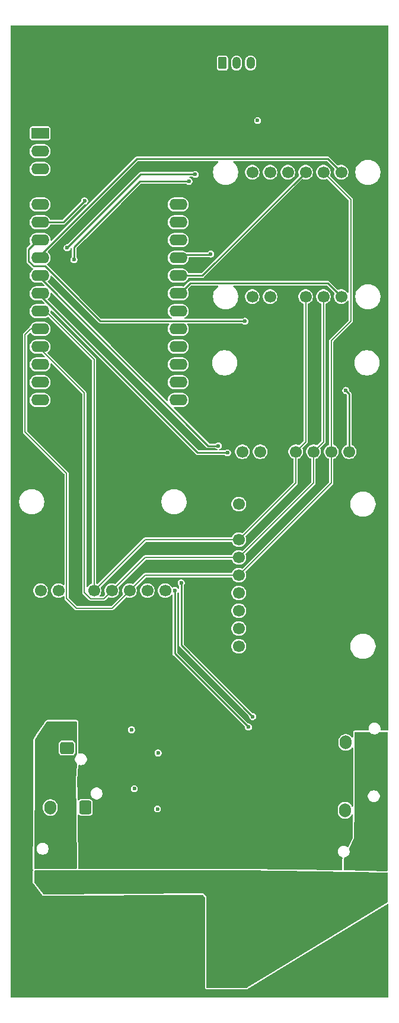
<source format=gbr>
%TF.GenerationSoftware,KiCad,Pcbnew,9.0.1*%
%TF.CreationDate,2025-04-21T23:50:45-04:00*%
%TF.ProjectId,2025SIMPLETVC,32303235-5349-44d5-904c-455456432e6b,rev?*%
%TF.SameCoordinates,Original*%
%TF.FileFunction,Copper,L1,Top*%
%TF.FilePolarity,Positive*%
%FSLAX46Y46*%
G04 Gerber Fmt 4.6, Leading zero omitted, Abs format (unit mm)*
G04 Created by KiCad (PCBNEW 9.0.1) date 2025-04-21 23:50:45*
%MOMM*%
%LPD*%
G01*
G04 APERTURE LIST*
G04 Aperture macros list*
%AMRoundRect*
0 Rectangle with rounded corners*
0 $1 Rounding radius*
0 $2 $3 $4 $5 $6 $7 $8 $9 X,Y pos of 4 corners*
0 Add a 4 corners polygon primitive as box body*
4,1,4,$2,$3,$4,$5,$6,$7,$8,$9,$2,$3,0*
0 Add four circle primitives for the rounded corners*
1,1,$1+$1,$2,$3*
1,1,$1+$1,$4,$5*
1,1,$1+$1,$6,$7*
1,1,$1+$1,$8,$9*
0 Add four rect primitives between the rounded corners*
20,1,$1+$1,$2,$3,$4,$5,0*
20,1,$1+$1,$4,$5,$6,$7,0*
20,1,$1+$1,$6,$7,$8,$9,0*
20,1,$1+$1,$8,$9,$2,$3,0*%
G04 Aperture macros list end*
%TA.AperFunction,ComponentPad*%
%ADD10C,4.700000*%
%TD*%
%TA.AperFunction,ConnectorPad*%
%ADD11C,7.500000*%
%TD*%
%TA.AperFunction,ComponentPad*%
%ADD12RoundRect,0.250000X0.600000X0.750000X-0.600000X0.750000X-0.600000X-0.750000X0.600000X-0.750000X0*%
%TD*%
%TA.AperFunction,ComponentPad*%
%ADD13O,1.700000X2.000000*%
%TD*%
%TA.AperFunction,ComponentPad*%
%ADD14RoundRect,0.760000X-1.140000X-1.140000X1.140000X-1.140000X1.140000X1.140000X-1.140000X1.140000X0*%
%TD*%
%TA.AperFunction,ComponentPad*%
%ADD15C,4.000000*%
%TD*%
%TA.AperFunction,ComponentPad*%
%ADD16C,1.700000*%
%TD*%
%TA.AperFunction,ComponentPad*%
%ADD17R,1.600000X1.600000*%
%TD*%
%TA.AperFunction,ComponentPad*%
%ADD18C,1.600000*%
%TD*%
%TA.AperFunction,ComponentPad*%
%ADD19RoundRect,0.250000X-0.750000X0.600000X-0.750000X-0.600000X0.750000X-0.600000X0.750000X0.600000X0*%
%TD*%
%TA.AperFunction,ComponentPad*%
%ADD20O,2.000000X1.700000*%
%TD*%
%TA.AperFunction,ComponentPad*%
%ADD21RoundRect,0.250000X0.725000X-0.600000X0.725000X0.600000X-0.725000X0.600000X-0.725000X-0.600000X0*%
%TD*%
%TA.AperFunction,ComponentPad*%
%ADD22O,1.950000X1.700000*%
%TD*%
%TA.AperFunction,ComponentPad*%
%ADD23RoundRect,0.250000X-0.350000X-0.625000X0.350000X-0.625000X0.350000X0.625000X-0.350000X0.625000X0*%
%TD*%
%TA.AperFunction,ComponentPad*%
%ADD24O,1.200000X1.750000*%
%TD*%
%TA.AperFunction,ComponentPad*%
%ADD25RoundRect,0.250000X0.600000X0.725000X-0.600000X0.725000X-0.600000X-0.725000X0.600000X-0.725000X0*%
%TD*%
%TA.AperFunction,ComponentPad*%
%ADD26O,1.700000X1.950000*%
%TD*%
%TA.AperFunction,ComponentPad*%
%ADD27RoundRect,0.250000X-1.050000X-0.550000X1.050000X-0.550000X1.050000X0.550000X-1.050000X0.550000X0*%
%TD*%
%TA.AperFunction,ComponentPad*%
%ADD28O,2.600000X1.600000*%
%TD*%
%TA.AperFunction,ViaPad*%
%ADD29C,0.600000*%
%TD*%
%TA.AperFunction,Conductor*%
%ADD30C,0.250000*%
%TD*%
%TA.AperFunction,Conductor*%
%ADD31C,0.200000*%
%TD*%
G04 APERTURE END LIST*
D10*
%TO.P,H3,1,1*%
%TO.N,GND*%
X130500000Y-25000000D03*
D11*
X130500000Y-25000000D03*
%TD*%
D10*
%TO.P,H4,1,1*%
%TO.N,GND*%
X175500000Y-25000000D03*
D11*
X175500000Y-25000000D03*
%TD*%
D12*
%TO.P,J8,1,Pin_1*%
%TO.N,VPYRO*%
X176400000Y-123000000D03*
D13*
%TO.P,J8,2,Pin_2*%
%TO.N,/PYO2*%
X173900000Y-123000000D03*
%TD*%
D10*
%TO.P,H1,1,1*%
%TO.N,GND*%
X130500000Y-155000000D03*
D11*
X130500000Y-155000000D03*
%TD*%
D14*
%TO.P,J10,1,Pin_1*%
%TO.N,GND*%
X151500000Y-154700000D03*
D15*
%TO.P,J10,2,Pin_2*%
%TO.N,VBAT*%
X156500000Y-154700000D03*
%TD*%
D16*
%TO.P,U2,1,VIN*%
%TO.N,+3V3*%
X160550000Y-59290000D03*
%TO.P,U2,2,3Vo*%
%TO.N,unconnected-(U2-3Vo-Pad2)*%
X163090000Y-59290000D03*
%TO.P,U2,3,GND*%
%TO.N,GND*%
X165630000Y-59290000D03*
%TO.P,U2,4,SCL*%
%TO.N,/SCK*%
X168170000Y-59290000D03*
%TO.P,U2,5,SDA*%
%TO.N,/MISO*%
X170710000Y-59290000D03*
%TO.P,U2,6,INT*%
%TO.N,/IMU_INT1*%
X173250000Y-59290000D03*
%TO.P,U2,7,BT*%
%TO.N,unconnected-(U2-BT-Pad7)*%
X160550000Y-41510000D03*
%TO.P,U2,8,P0*%
%TO.N,unconnected-(U2-P0-Pad8)*%
X163090000Y-41510000D03*
%TO.P,U2,9,P1*%
%TO.N,unconnected-(U2-P1-Pad9)*%
X165630000Y-41510000D03*
%TO.P,U2,10,RST*%
%TO.N,/IMU_RST*%
X168170000Y-41510000D03*
%TO.P,U2,11,DI*%
%TO.N,/MOSI*%
X170710000Y-41510000D03*
%TO.P,U2,12,CS*%
%TO.N,/IMU_CS*%
X173250000Y-41510000D03*
%TD*%
D17*
%TO.P,C1,1*%
%TO.N,VBAT*%
X156202651Y-145800000D03*
D18*
%TO.P,C1,2*%
%TO.N,GND*%
X151202651Y-145800000D03*
%TD*%
D19*
%TO.P,J5,1,Pin_1*%
%TO.N,VPYRO*%
X175600000Y-140200000D03*
D20*
%TO.P,J5,2,Pin_2*%
%TO.N,VBAT*%
X175600000Y-142700000D03*
%TD*%
D19*
%TO.P,J4,1,Pin_1*%
%TO.N,VIN*%
X132600000Y-139800000D03*
D20*
%TO.P,J4,2,Pin_2*%
%TO.N,VBAT*%
X132600000Y-142300000D03*
%TD*%
D21*
%TO.P,J2,1,Pin_1*%
%TO.N,/SRV1O*%
X134075000Y-123800000D03*
D22*
%TO.P,J2,2,Pin_2*%
%TO.N,VIN*%
X134075000Y-121300000D03*
%TO.P,J2,3,Pin_3*%
%TO.N,GND*%
X134075000Y-118800000D03*
%TD*%
D23*
%TO.P,J7,1,Pin_1*%
%TO.N,/TX0*%
X156300000Y-25900000D03*
D24*
%TO.P,J7,2,Pin_2*%
%TO.N,/RX0*%
X158300000Y-25900000D03*
%TO.P,J7,3,Pin_3*%
%TO.N,+5V*%
X160300000Y-25900000D03*
%TO.P,J7,4,Pin_4*%
%TO.N,GND*%
X162300000Y-25900000D03*
%TD*%
D16*
%TO.P,U7,1,VIN*%
%TO.N,+3V3*%
X159130000Y-81450000D03*
%TO.P,U7,2,3Vo*%
%TO.N,unconnected-(U7-3Vo-Pad2)*%
X161670000Y-81450000D03*
%TO.P,U7,3,GND*%
%TO.N,GND*%
X164210000Y-81450000D03*
%TO.P,U7,4,SCL*%
%TO.N,/SCK*%
X166750000Y-81450000D03*
%TO.P,U7,5,SDO*%
%TO.N,/MISO*%
X169290000Y-81450000D03*
%TO.P,U7,6,SDA*%
%TO.N,/MOSI*%
X171830000Y-81450000D03*
%TO.P,U7,7,CS*%
%TO.N,/MAG_CS*%
X174370000Y-81450000D03*
%TD*%
%TO.P,U3,1,VIN*%
%TO.N,+3V3*%
X158610000Y-88940000D03*
%TO.P,U3,2,GND*%
%TO.N,GND*%
X158610000Y-91480000D03*
%TO.P,U3,3,CLK*%
%TO.N,/SCK*%
X158610000Y-94020000D03*
%TO.P,U3,4,D0/SO*%
%TO.N,/MISO*%
X158610000Y-96560000D03*
%TO.P,U3,5,CMD/SI*%
%TO.N,/MOSI*%
X158610000Y-99100000D03*
%TO.P,U3,6,D3/CS*%
%TO.N,/SD_CS*%
X158610000Y-101640000D03*
%TO.P,U3,7,D1*%
%TO.N,unconnected-(U3-D1-Pad7)*%
X158610000Y-104180000D03*
%TO.P,U3,8,DAT2*%
%TO.N,unconnected-(U3-DAT2-Pad8)*%
X158610000Y-106720000D03*
%TO.P,U3,9,DET*%
%TO.N,unconnected-(U3-DET-Pad9)*%
X158610000Y-109260000D03*
%TD*%
D10*
%TO.P,H2,1,1*%
%TO.N,GND*%
X175500000Y-155000000D03*
D11*
X175500000Y-155000000D03*
%TD*%
D16*
%TO.P,U4,1,VIN*%
%TO.N,+3V3*%
X130320000Y-101300000D03*
%TO.P,U4,2,3Vo*%
%TO.N,unconnected-(U4-3Vo-Pad2)*%
X132860000Y-101300000D03*
%TO.P,U4,3,GND*%
%TO.N,GND*%
X135400000Y-101300000D03*
%TO.P,U4,4,SCL*%
%TO.N,/SCK*%
X137940000Y-101300000D03*
%TO.P,U4,5,SDO*%
%TO.N,/MISO*%
X140480000Y-101300000D03*
%TO.P,U4,6,SDA*%
%TO.N,/MOSI*%
X143020000Y-101300000D03*
%TO.P,U4,7,CS*%
%TO.N,/ALT_CS*%
X145560000Y-101300000D03*
%TO.P,U4,8,INT*%
%TO.N,unconnected-(U4-INT-Pad8)*%
X148100000Y-101300000D03*
%TD*%
D12*
%TO.P,J6,1,Pin_1*%
%TO.N,VPYRO*%
X176300000Y-132700000D03*
D13*
%TO.P,J6,2,Pin_2*%
%TO.N,/PYO1*%
X173800000Y-132700000D03*
%TD*%
D25*
%TO.P,J3,1,Pin_1*%
%TO.N,/SRV2O*%
X136700000Y-132300000D03*
D26*
%TO.P,J3,2,Pin_2*%
%TO.N,VIN*%
X134200000Y-132300000D03*
%TO.P,J3,3,Pin_3*%
%TO.N,GND*%
X131700000Y-132300000D03*
%TD*%
D27*
%TO.P,A1,1,~{RESET}*%
%TO.N,unconnected-(A1-~{RESET}-Pad1)*%
X130247500Y-35950000D03*
D28*
%TO.P,A1,2,3V3*%
%TO.N,+3V3*%
X130247500Y-38490000D03*
%TO.P,A1,3,AREF*%
%TO.N,unconnected-(A1-AREF-Pad3)*%
X130247500Y-41030000D03*
%TO.P,A1,4,GND*%
%TO.N,GND*%
X130247500Y-43570000D03*
%TO.P,A1,5,A0*%
%TO.N,/VINSENSE*%
X130247500Y-46110000D03*
%TO.P,A1,6,A1*%
%TO.N,/ALT_CS*%
X130247500Y-48650000D03*
%TO.P,A1,7,A2*%
%TO.N,/MAG_CS*%
X130247500Y-51190000D03*
%TO.P,A1,8,A3*%
%TO.N,/IMU_CS*%
X130247500Y-53730000D03*
%TO.P,A1,9,A4*%
%TO.N,/PYC1*%
X130247500Y-56270000D03*
%TO.P,A1,10,A5*%
%TO.N,/PYC2*%
X130247500Y-58810000D03*
%TO.P,A1,11,SCK*%
%TO.N,/SCK*%
X130247500Y-61350000D03*
%TO.P,A1,12,MOSI*%
%TO.N,/MOSI*%
X130247500Y-63890000D03*
%TO.P,A1,13,MISO*%
%TO.N,/MISO*%
X130247500Y-66430000D03*
%TO.P,A1,14,RX*%
%TO.N,/UART0_RX*%
X130247500Y-68970000D03*
%TO.P,A1,15,TX*%
%TO.N,/UART0_TX*%
X130247500Y-71510000D03*
%TO.P,A1,16,SPARE*%
%TO.N,unconnected-(A1-SPARE-Pad16)*%
X130247500Y-74050000D03*
%TO.P,A1,17,SDA*%
%TO.N,unconnected-(A1-SDA-Pad17)*%
X149967500Y-74050000D03*
%TO.P,A1,18,SCL*%
%TO.N,unconnected-(A1-SCL-Pad18)*%
X149967500Y-71510000D03*
%TO.P,A1,19,D0*%
%TO.N,/SRV1*%
X149967500Y-68970000D03*
%TO.P,A1,20,D1*%
%TO.N,/SRV2*%
X149967500Y-66430000D03*
%TO.P,A1,21,D2*%
%TO.N,/PYR1*%
X149967500Y-63890000D03*
%TO.P,A1,22,D3*%
%TO.N,/PYR2*%
X149967500Y-61350000D03*
%TO.P,A1,23,D4*%
%TO.N,/IMU_INT1*%
X149967500Y-58810000D03*
%TO.P,A1,24,D5*%
%TO.N,/IMU_RST*%
X149967500Y-56270000D03*
%TO.P,A1,25,D6*%
%TO.N,/SD_CS*%
X149967500Y-53730000D03*
%TO.P,A1,26,USB*%
%TO.N,unconnected-(A1-USB-Pad26)*%
X149967500Y-51190000D03*
%TO.P,A1,27,EN*%
%TO.N,unconnected-(A1-EN-Pad27)*%
X149967500Y-48650000D03*
%TO.P,A1,28,VBAT*%
%TO.N,+5V*%
X149967500Y-46110000D03*
%TD*%
D29*
%TO.N,/ALT_CS*%
X136600000Y-45600000D03*
%TO.N,/MAG_CS*%
X159500000Y-62800000D03*
X173900000Y-72700000D03*
%TO.N,/UART0_RX*%
X152400000Y-41800000D03*
X134100000Y-52300000D03*
%TO.N,/PYC1*%
X155700000Y-80600000D03*
%TO.N,/PYR1*%
X149497740Y-101300000D03*
X160000000Y-120800000D03*
%TO.N,/UART0_TX*%
X151500000Y-42800000D03*
X135100000Y-54000000D03*
%TO.N,GND*%
X168700000Y-94000000D03*
X146300000Y-49500000D03*
X149900000Y-82100000D03*
X140200000Y-127900000D03*
X178400000Y-63700000D03*
X144500000Y-148300000D03*
X147400000Y-92100000D03*
X167900000Y-83900000D03*
X157900000Y-45600000D03*
X154200000Y-63600000D03*
X146800000Y-40800000D03*
X150900000Y-97500000D03*
X169400000Y-75400000D03*
X140400000Y-63900000D03*
X149200000Y-134200000D03*
X165100000Y-91300000D03*
X154800000Y-100600000D03*
X175000000Y-102500000D03*
X153500000Y-134500000D03*
X176700000Y-48600000D03*
X149900000Y-121200000D03*
X142400000Y-98000000D03*
X169753648Y-31545905D03*
X130100000Y-94700000D03*
X127800000Y-112200000D03*
X168800000Y-107300000D03*
X140500000Y-68100000D03*
X147800000Y-95000000D03*
X156600000Y-97500000D03*
X150301362Y-92910649D03*
X134521413Y-148709119D03*
X157500000Y-64100000D03*
X133600000Y-66700000D03*
X134400000Y-76100000D03*
X140800000Y-75700000D03*
X176400000Y-35300000D03*
X156700000Y-72600000D03*
X167500000Y-50000000D03*
X145108175Y-156480253D03*
X146000000Y-46000000D03*
X168432954Y-137813374D03*
X139000000Y-53000000D03*
X141200000Y-59700000D03*
X148200000Y-67800000D03*
X144400000Y-24100000D03*
X148800000Y-158600000D03*
X159200000Y-159000000D03*
X150700000Y-95400000D03*
X128200000Y-129800000D03*
X139100000Y-134200000D03*
X127500000Y-83600000D03*
X165100000Y-101600000D03*
X139400000Y-39100000D03*
X164200000Y-69200000D03*
X168500000Y-156300000D03*
X147900000Y-129100000D03*
X145130700Y-152020298D03*
X146600000Y-98100000D03*
X140200000Y-71700000D03*
X142179922Y-152696048D03*
X135000000Y-69000000D03*
X143900000Y-71700000D03*
X140100000Y-90700000D03*
X160408427Y-137527530D03*
X127300000Y-145000000D03*
X149500000Y-98000000D03*
X149900000Y-77500000D03*
%TO.N,/PYC2*%
X157000000Y-81600000D03*
%TO.N,/PYR2*%
X160600000Y-119300000D03*
X150400000Y-100200000D03*
%TO.N,/SD_CS*%
X154600000Y-53200000D03*
%TO.N,+3V3*%
X147000000Y-132500000D03*
X147100000Y-124500000D03*
X143300000Y-121200000D03*
X143700000Y-129600000D03*
X161300000Y-34100000D03*
%TD*%
D30*
%TO.N,/ALT_CS*%
X133550000Y-48650000D02*
X129947500Y-48650000D01*
X136600000Y-45600000D02*
X133550000Y-48650000D01*
%TO.N,/MAG_CS*%
X128621500Y-54196404D02*
X128621500Y-52516000D01*
X174370000Y-73170000D02*
X173900000Y-72700000D01*
X174370000Y-81450000D02*
X174370000Y-73170000D01*
X159464000Y-62764000D02*
X138833904Y-62764000D01*
X129325096Y-54900000D02*
X128621500Y-54196404D01*
X130969904Y-54900000D02*
X129325096Y-54900000D01*
X159500000Y-62800000D02*
X159464000Y-62764000D01*
X128621500Y-52516000D02*
X129947500Y-51190000D01*
X138833904Y-62764000D02*
X130969904Y-54900000D01*
%TO.N,/UART0_RX*%
X134100000Y-52300000D02*
X144600000Y-41800000D01*
X144600000Y-41800000D02*
X152400000Y-41800000D01*
%TO.N,/IMU_CS*%
X144093500Y-39584000D02*
X129947500Y-53730000D01*
X171324000Y-39584000D02*
X144093500Y-39584000D01*
X173250000Y-41510000D02*
X171324000Y-39584000D01*
%TO.N,/IMU_INT1*%
X171324000Y-57364000D02*
X151713500Y-57364000D01*
X173250000Y-59290000D02*
X171324000Y-57364000D01*
X151713500Y-57364000D02*
X150267500Y-58810000D01*
%TO.N,/PYC1*%
X155700000Y-80600000D02*
X154277500Y-80600000D01*
X154277500Y-80600000D02*
X129947500Y-56270000D01*
D31*
%TO.N,/MISO*%
X145220000Y-96560000D02*
X140480000Y-101300000D01*
X170710000Y-80030000D02*
X170710000Y-59290000D01*
X137463240Y-102451000D02*
X136551000Y-101538760D01*
X169290000Y-85880000D02*
X158610000Y-96560000D01*
X169290000Y-81450000D02*
X169290000Y-85880000D01*
X136551000Y-73033500D02*
X129947500Y-66430000D01*
X136551000Y-101538760D02*
X136551000Y-73033500D01*
X140480000Y-101300000D02*
X139329000Y-102451000D01*
X158610000Y-96560000D02*
X145220000Y-96560000D01*
X139329000Y-102451000D02*
X137463240Y-102451000D01*
X169290000Y-81450000D02*
X170710000Y-80030000D01*
D30*
%TO.N,/IMU_RST*%
X168170000Y-41510000D02*
X153410000Y-56270000D01*
X153410000Y-56270000D02*
X150267500Y-56270000D01*
%TO.N,/PYR1*%
X149497740Y-101300000D02*
X149497740Y-110297740D01*
X149497740Y-110297740D02*
X160000000Y-120800000D01*
%TO.N,/UART0_TX*%
X135100000Y-54000000D02*
X135100000Y-52200000D01*
X135100000Y-52200000D02*
X144500000Y-42800000D01*
X144500000Y-42800000D02*
X151500000Y-42800000D01*
%TO.N,/PYC2*%
X157000000Y-81600000D02*
X152737500Y-81600000D01*
X152737500Y-81600000D02*
X129947500Y-58810000D01*
%TO.N,/PYR2*%
X150400000Y-109100000D02*
X150400000Y-100200000D01*
X160600000Y-119300000D02*
X150400000Y-109100000D01*
D31*
%TO.N,/SCK*%
X131050000Y-61350000D02*
X129947500Y-61350000D01*
X166750000Y-81450000D02*
X168170000Y-80030000D01*
X137940000Y-68240000D02*
X131050000Y-61350000D01*
X166750000Y-85880000D02*
X166750000Y-81450000D01*
X145220000Y-94020000D02*
X158610000Y-94020000D01*
X168170000Y-80030000D02*
X168170000Y-59290000D01*
X137940000Y-101300000D02*
X145220000Y-94020000D01*
X158610000Y-94020000D02*
X166750000Y-85880000D01*
X137940000Y-101300000D02*
X137940000Y-68240000D01*
%TO.N,/MOSI*%
X174600000Y-45400000D02*
X170710000Y-41510000D01*
X140520000Y-103800000D02*
X135400000Y-103800000D01*
X171830000Y-81450000D02*
X171830000Y-65570000D01*
X128910000Y-63890000D02*
X129947500Y-63890000D01*
X135400000Y-103800000D02*
X134011000Y-102411000D01*
X143020000Y-101300000D02*
X140520000Y-103800000D01*
X134011000Y-84511000D02*
X128100000Y-78600000D01*
X145220000Y-99100000D02*
X158610000Y-99100000D01*
X171830000Y-85880000D02*
X158610000Y-99100000D01*
X174600000Y-62800000D02*
X174600000Y-45400000D01*
X171830000Y-65570000D02*
X174600000Y-62800000D01*
X128100000Y-78600000D02*
X128100000Y-64700000D01*
X128100000Y-64700000D02*
X128910000Y-63890000D01*
X171830000Y-81450000D02*
X171830000Y-85880000D01*
X143020000Y-101300000D02*
X145220000Y-99100000D01*
X134011000Y-102411000D02*
X134011000Y-84511000D01*
D30*
%TO.N,/SD_CS*%
X150697500Y-53300000D02*
X150267500Y-53730000D01*
X154500000Y-53300000D02*
X150697500Y-53300000D01*
X154600000Y-53200000D02*
X154500000Y-53300000D01*
%TO.N,+3V3*%
X143700000Y-129600000D02*
X143800000Y-129500000D01*
%TD*%
%TA.AperFunction,Conductor*%
%TO.N,VPYRO*%
G36*
X177316477Y-121518907D02*
G01*
X177335694Y-121538897D01*
X177336292Y-121538407D01*
X177339370Y-121542158D01*
X177339374Y-121542162D01*
X177457838Y-121660626D01*
X177597137Y-121753703D01*
X177751918Y-121817816D01*
X177916233Y-121850500D01*
X177916234Y-121850500D01*
X178083766Y-121850500D01*
X178083767Y-121850500D01*
X178248082Y-121817816D01*
X178402863Y-121753703D01*
X178542162Y-121660626D01*
X178660626Y-121542162D01*
X178660629Y-121542158D01*
X178663708Y-121538407D01*
X178665073Y-121539527D01*
X178707439Y-121506123D01*
X178741714Y-121500000D01*
X179801000Y-121500000D01*
X179859191Y-121518907D01*
X179895155Y-121568407D01*
X179900000Y-121599000D01*
X179900000Y-141294033D01*
X179881093Y-141352224D01*
X179831593Y-141388188D01*
X179799565Y-141393023D01*
X173697565Y-141304588D01*
X173639655Y-141284839D01*
X173604412Y-141234823D01*
X173600000Y-141205598D01*
X173600000Y-139723021D01*
X173610157Y-139679341D01*
X173705316Y-139485797D01*
X173747955Y-139441922D01*
X173774836Y-139432385D01*
X173848082Y-139417816D01*
X174002863Y-139353703D01*
X174142162Y-139260626D01*
X174260626Y-139142162D01*
X174353703Y-139002863D01*
X174417816Y-138848082D01*
X174450500Y-138683767D01*
X174450500Y-138516233D01*
X174417816Y-138351918D01*
X174364076Y-138222179D01*
X174359275Y-138161182D01*
X174366694Y-138140620D01*
X175075000Y-136700000D01*
X175150000Y-132175000D01*
X175150000Y-130616230D01*
X177049500Y-130616230D01*
X177049500Y-130783769D01*
X177082183Y-130948079D01*
X177082185Y-130948085D01*
X177146296Y-131102862D01*
X177146297Y-131102863D01*
X177239374Y-131242162D01*
X177357838Y-131360626D01*
X177497137Y-131453703D01*
X177651918Y-131517816D01*
X177816233Y-131550500D01*
X177816234Y-131550500D01*
X177983766Y-131550500D01*
X177983767Y-131550500D01*
X178148082Y-131517816D01*
X178302863Y-131453703D01*
X178442162Y-131360626D01*
X178560626Y-131242162D01*
X178653703Y-131102863D01*
X178717816Y-130948082D01*
X178750500Y-130783767D01*
X178750500Y-130616233D01*
X178717816Y-130451918D01*
X178653703Y-130297137D01*
X178560626Y-130157838D01*
X178442162Y-130039374D01*
X178302863Y-129946297D01*
X178302864Y-129946297D01*
X178302862Y-129946296D01*
X178148085Y-129882185D01*
X178148079Y-129882183D01*
X177983769Y-129849500D01*
X177983767Y-129849500D01*
X177816233Y-129849500D01*
X177816230Y-129849500D01*
X177651920Y-129882183D01*
X177651914Y-129882185D01*
X177497137Y-129946296D01*
X177357838Y-130039374D01*
X177357834Y-130039377D01*
X177239377Y-130157834D01*
X177239374Y-130157838D01*
X177146296Y-130297137D01*
X177082185Y-130451914D01*
X177082183Y-130451920D01*
X177049500Y-130616230D01*
X175150000Y-130616230D01*
X175150000Y-121599000D01*
X175168907Y-121540809D01*
X175218407Y-121504845D01*
X175249000Y-121500000D01*
X177258286Y-121500000D01*
X177316477Y-121518907D01*
G37*
%TD.AperFunction*%
%TD*%
%TA.AperFunction,Conductor*%
%TO.N,VBAT*%
G36*
X159200011Y-141300005D02*
G01*
X160500000Y-141900000D01*
X160500000Y-147000000D01*
X160100000Y-147300000D01*
X154000000Y-147100000D01*
X154000000Y-145100000D01*
X153600000Y-144600000D01*
X153599998Y-144599999D01*
X130749191Y-144699785D01*
X130690919Y-144681132D01*
X130670118Y-144660924D01*
X130623528Y-144599999D01*
X129420359Y-143026623D01*
X129400030Y-142968913D01*
X129400000Y-142966485D01*
X129400000Y-141399000D01*
X129418907Y-141340809D01*
X129468407Y-141304845D01*
X129499000Y-141300000D01*
X159199255Y-141300000D01*
X159200011Y-141300005D01*
G37*
%TD.AperFunction*%
%TD*%
%TA.AperFunction,Conductor*%
%TO.N,VBAT*%
G36*
X159200690Y-141300010D02*
G01*
X179802435Y-141598586D01*
X179860345Y-141618335D01*
X179895588Y-141668351D01*
X179900000Y-141697576D01*
X179900000Y-145744372D01*
X179881093Y-145802563D01*
X179852488Y-145828930D01*
X163859766Y-155567072D01*
X159862586Y-158001000D01*
X159723718Y-158085558D01*
X159672230Y-158100000D01*
X154099000Y-158100000D01*
X154040809Y-158081093D01*
X154004845Y-158031593D01*
X154000000Y-158001000D01*
X154000000Y-147100000D01*
X160100000Y-147300000D01*
X160500000Y-147000000D01*
X160500000Y-141900000D01*
X159200011Y-141300005D01*
X159200690Y-141300010D01*
G37*
%TD.AperFunction*%
%TD*%
%TA.AperFunction,Conductor*%
%TO.N,VIN*%
G36*
X135459191Y-120018907D02*
G01*
X135495155Y-120068407D01*
X135500000Y-120099000D01*
X135500000Y-124731204D01*
X135481093Y-124789395D01*
X135471004Y-124801208D01*
X135414377Y-124857834D01*
X135414374Y-124857838D01*
X135321296Y-124997137D01*
X135257185Y-125151914D01*
X135257183Y-125151920D01*
X135224500Y-125316230D01*
X135224500Y-125483769D01*
X135257183Y-125648079D01*
X135257185Y-125648085D01*
X135321296Y-125802862D01*
X135321297Y-125802863D01*
X135414374Y-125942162D01*
X135414377Y-125942165D01*
X135461161Y-125988949D01*
X135488938Y-126043466D01*
X135489975Y-126064958D01*
X135345945Y-128435045D01*
X135345944Y-128435054D01*
X135403716Y-133634407D01*
X135485013Y-140951188D01*
X135466753Y-141009585D01*
X135417656Y-141046097D01*
X135387144Y-141051282D01*
X131584530Y-141094494D01*
X131583405Y-141094500D01*
X129499000Y-141094500D01*
X129440809Y-141075593D01*
X129404845Y-141026093D01*
X129400000Y-140995500D01*
X129400000Y-140400432D01*
X129400005Y-140399480D01*
X129421959Y-138116230D01*
X129749500Y-138116230D01*
X129749500Y-138283769D01*
X129782183Y-138448079D01*
X129782185Y-138448085D01*
X129846296Y-138602862D01*
X129846297Y-138602863D01*
X129939374Y-138742162D01*
X130057838Y-138860626D01*
X130197137Y-138953703D01*
X130351918Y-139017816D01*
X130516233Y-139050500D01*
X130516234Y-139050500D01*
X130683766Y-139050500D01*
X130683767Y-139050500D01*
X130848082Y-139017816D01*
X131002863Y-138953703D01*
X131142162Y-138860626D01*
X131260626Y-138742162D01*
X131353703Y-138602863D01*
X131417816Y-138448082D01*
X131450500Y-138283767D01*
X131450500Y-138116233D01*
X131417816Y-137951918D01*
X131353703Y-137797137D01*
X131260626Y-137657838D01*
X131142162Y-137539374D01*
X131002863Y-137446297D01*
X131002864Y-137446297D01*
X131002862Y-137446296D01*
X130848085Y-137382185D01*
X130848079Y-137382183D01*
X130683769Y-137349500D01*
X130683767Y-137349500D01*
X130516233Y-137349500D01*
X130516230Y-137349500D01*
X130351920Y-137382183D01*
X130351914Y-137382185D01*
X130197137Y-137446296D01*
X130057838Y-137539374D01*
X130057834Y-137539377D01*
X129939377Y-137657834D01*
X129939374Y-137657838D01*
X129846296Y-137797137D01*
X129782185Y-137951914D01*
X129782183Y-137951920D01*
X129749500Y-138116230D01*
X129421959Y-138116230D01*
X129422015Y-138110417D01*
X129425028Y-137797137D01*
X129466970Y-133435130D01*
X129480082Y-132071532D01*
X130649500Y-132071532D01*
X130649500Y-132528467D01*
X130689869Y-132731418D01*
X130769058Y-132922597D01*
X130769059Y-132922598D01*
X130884023Y-133094655D01*
X131030345Y-133240977D01*
X131202402Y-133355941D01*
X131393580Y-133435130D01*
X131596535Y-133475500D01*
X131596536Y-133475500D01*
X131803464Y-133475500D01*
X131803465Y-133475500D01*
X132006420Y-133435130D01*
X132197598Y-133355941D01*
X132369655Y-133240977D01*
X132515977Y-133094655D01*
X132630941Y-132922598D01*
X132710130Y-132731420D01*
X132750500Y-132528465D01*
X132750500Y-132071535D01*
X132710130Y-131868580D01*
X132630941Y-131677402D01*
X132515977Y-131505345D01*
X132369655Y-131359023D01*
X132197598Y-131244059D01*
X132197599Y-131244059D01*
X132197597Y-131244058D01*
X132006418Y-131164869D01*
X131803467Y-131124500D01*
X131803465Y-131124500D01*
X131596535Y-131124500D01*
X131596532Y-131124500D01*
X131393581Y-131164869D01*
X131202402Y-131244058D01*
X131030348Y-131359020D01*
X130884020Y-131505348D01*
X130769058Y-131677402D01*
X130689869Y-131868581D01*
X130649500Y-132071532D01*
X129480082Y-132071532D01*
X129480138Y-132065719D01*
X129500000Y-130000044D01*
X129500000Y-123145725D01*
X132899500Y-123145725D01*
X132899500Y-124454274D01*
X132902353Y-124484694D01*
X132902355Y-124484703D01*
X132947207Y-124612883D01*
X133027845Y-124722144D01*
X133027847Y-124722146D01*
X133027850Y-124722150D01*
X133027853Y-124722152D01*
X133027855Y-124722154D01*
X133137116Y-124802792D01*
X133137117Y-124802792D01*
X133137118Y-124802793D01*
X133265301Y-124847646D01*
X133295725Y-124850499D01*
X133295727Y-124850500D01*
X133295734Y-124850500D01*
X134854273Y-124850500D01*
X134854273Y-124850499D01*
X134884699Y-124847646D01*
X135012882Y-124802793D01*
X135122150Y-124722150D01*
X135202793Y-124612882D01*
X135247646Y-124484699D01*
X135250499Y-124454273D01*
X135250500Y-124454273D01*
X135250500Y-123145727D01*
X135250499Y-123145725D01*
X135247646Y-123115305D01*
X135247646Y-123115301D01*
X135202793Y-122987118D01*
X135122150Y-122877850D01*
X135122146Y-122877847D01*
X135122144Y-122877845D01*
X135012883Y-122797207D01*
X134884703Y-122752355D01*
X134884694Y-122752353D01*
X134854274Y-122749500D01*
X134854266Y-122749500D01*
X133295734Y-122749500D01*
X133295725Y-122749500D01*
X133265305Y-122752353D01*
X133265296Y-122752355D01*
X133137116Y-122797207D01*
X133027855Y-122877845D01*
X133027845Y-122877855D01*
X132947207Y-122987116D01*
X132902355Y-123115296D01*
X132902353Y-123115305D01*
X132899500Y-123145725D01*
X129500000Y-123145725D01*
X129500000Y-122627185D01*
X129513885Y-122576625D01*
X129559402Y-122500000D01*
X129998012Y-121761627D01*
X130002230Y-121755121D01*
X130897917Y-120486237D01*
X131211564Y-120041908D01*
X131260569Y-120005272D01*
X131292444Y-120000000D01*
X135401000Y-120000000D01*
X135459191Y-120018907D01*
G37*
%TD.AperFunction*%
%TD*%
%TA.AperFunction,Conductor*%
%TO.N,GND*%
G36*
X131917001Y-58699828D02*
G01*
X154077638Y-80860465D01*
X154077640Y-80860466D01*
X154077642Y-80860468D01*
X154151857Y-80903316D01*
X154151855Y-80903316D01*
X154151859Y-80903317D01*
X154151861Y-80903318D01*
X154234647Y-80925500D01*
X154320353Y-80925500D01*
X155276678Y-80925500D01*
X155334869Y-80944407D01*
X155346681Y-80954496D01*
X155392684Y-81000499D01*
X155392690Y-81000503D01*
X155506810Y-81066390D01*
X155506808Y-81066390D01*
X155506812Y-81066391D01*
X155506814Y-81066392D01*
X155557129Y-81079873D01*
X155608442Y-81113197D01*
X155630369Y-81170319D01*
X155614533Y-81229419D01*
X155566984Y-81267924D01*
X155531505Y-81274500D01*
X152913335Y-81274500D01*
X152855144Y-81255593D01*
X152843331Y-81245504D01*
X131350501Y-59752674D01*
X131322724Y-59698157D01*
X131332295Y-59637725D01*
X131365504Y-59600354D01*
X131385282Y-59587139D01*
X131524639Y-59447782D01*
X131634132Y-59283914D01*
X131709551Y-59101835D01*
X131748000Y-58908541D01*
X131748000Y-58769834D01*
X131766907Y-58711643D01*
X131816407Y-58675679D01*
X131877593Y-58675679D01*
X131917001Y-58699828D01*
G37*
%TD.AperFunction*%
%TA.AperFunction,Conductor*%
G36*
X179958691Y-20519407D02*
G01*
X179994655Y-20568907D01*
X179999500Y-20599500D01*
X179999500Y-121212158D01*
X179980593Y-121270349D01*
X179931093Y-121306313D01*
X179869911Y-121306314D01*
X179864500Y-121304556D01*
X179801003Y-121294500D01*
X179801000Y-121294500D01*
X178929215Y-121294500D01*
X178871024Y-121275593D01*
X178835060Y-121226093D01*
X178832117Y-121176186D01*
X178840486Y-121134109D01*
X178850500Y-121083767D01*
X178850500Y-120916233D01*
X178817816Y-120751918D01*
X178753703Y-120597137D01*
X178660626Y-120457838D01*
X178542162Y-120339374D01*
X178402863Y-120246297D01*
X178402864Y-120246297D01*
X178402862Y-120246296D01*
X178248085Y-120182185D01*
X178248079Y-120182183D01*
X178083769Y-120149500D01*
X178083767Y-120149500D01*
X177916233Y-120149500D01*
X177916230Y-120149500D01*
X177751920Y-120182183D01*
X177751914Y-120182185D01*
X177597137Y-120246296D01*
X177457838Y-120339374D01*
X177457834Y-120339377D01*
X177339377Y-120457834D01*
X177339374Y-120457838D01*
X177246296Y-120597137D01*
X177182185Y-120751914D01*
X177182183Y-120751920D01*
X177149500Y-120916230D01*
X177149500Y-121083769D01*
X177167883Y-121176186D01*
X177160691Y-121236947D01*
X177119158Y-121281877D01*
X177070785Y-121294500D01*
X175249000Y-121294500D01*
X175216856Y-121297030D01*
X175186206Y-121301883D01*
X175181718Y-121302646D01*
X175181713Y-121302647D01*
X175097617Y-121338591D01*
X175048118Y-121374555D01*
X175020372Y-121398797D01*
X174973464Y-121477307D01*
X174973462Y-121477310D01*
X174954556Y-121535499D01*
X174944500Y-121598996D01*
X174944500Y-122195994D01*
X174925593Y-122254185D01*
X174876093Y-122290149D01*
X174814907Y-122290149D01*
X174765407Y-122254185D01*
X174763185Y-122250996D01*
X174715980Y-122180349D01*
X174715979Y-122180348D01*
X174715977Y-122180345D01*
X174569655Y-122034023D01*
X174397598Y-121919059D01*
X174397599Y-121919059D01*
X174397597Y-121919058D01*
X174206418Y-121839869D01*
X174003467Y-121799500D01*
X174003465Y-121799500D01*
X173796535Y-121799500D01*
X173796532Y-121799500D01*
X173593581Y-121839869D01*
X173402402Y-121919058D01*
X173230348Y-122034020D01*
X173084020Y-122180348D01*
X172969058Y-122352402D01*
X172889869Y-122543581D01*
X172849500Y-122746532D01*
X172849500Y-123253467D01*
X172889869Y-123456418D01*
X172969058Y-123647597D01*
X172969059Y-123647598D01*
X173084023Y-123819655D01*
X173230345Y-123965977D01*
X173402402Y-124080941D01*
X173593580Y-124160130D01*
X173796535Y-124200500D01*
X173796536Y-124200500D01*
X174003464Y-124200500D01*
X174003465Y-124200500D01*
X174206420Y-124160130D01*
X174397598Y-124080941D01*
X174569655Y-123965977D01*
X174715977Y-123819655D01*
X174763184Y-123749003D01*
X174811234Y-123711124D01*
X174872372Y-123708722D01*
X174923246Y-123742714D01*
X174944424Y-123800118D01*
X174944500Y-123804005D01*
X174944500Y-132070272D01*
X174925593Y-132128463D01*
X174876093Y-132164427D01*
X174814907Y-132164427D01*
X174765407Y-132128463D01*
X174754036Y-132108158D01*
X174730941Y-132052402D01*
X174615979Y-131880348D01*
X174615977Y-131880345D01*
X174469655Y-131734023D01*
X174335605Y-131644454D01*
X174297597Y-131619058D01*
X174106418Y-131539869D01*
X173903467Y-131499500D01*
X173903465Y-131499500D01*
X173696535Y-131499500D01*
X173696532Y-131499500D01*
X173493581Y-131539869D01*
X173302402Y-131619058D01*
X173130348Y-131734020D01*
X172984020Y-131880348D01*
X172869058Y-132052402D01*
X172789869Y-132243581D01*
X172749500Y-132446532D01*
X172749500Y-132953467D01*
X172789869Y-133156418D01*
X172869058Y-133347597D01*
X172984020Y-133519651D01*
X172984023Y-133519655D01*
X173130345Y-133665977D01*
X173302402Y-133780941D01*
X173493580Y-133860130D01*
X173696535Y-133900500D01*
X173696536Y-133900500D01*
X173903464Y-133900500D01*
X173903465Y-133900500D01*
X174106420Y-133860130D01*
X174297598Y-133780941D01*
X174469655Y-133665977D01*
X174615977Y-133519655D01*
X174730941Y-133347598D01*
X174734054Y-133340080D01*
X174773786Y-133293556D01*
X174833280Y-133279269D01*
X174889809Y-133302679D01*
X174921782Y-133354846D01*
X174924505Y-133379605D01*
X174870657Y-136628450D01*
X174860513Y-136670490D01*
X174263148Y-137885467D01*
X174220506Y-137929345D01*
X174160217Y-137939778D01*
X174119304Y-137924101D01*
X174002862Y-137846296D01*
X173848085Y-137782185D01*
X173848079Y-137782183D01*
X173683769Y-137749500D01*
X173683767Y-137749500D01*
X173516233Y-137749500D01*
X173516230Y-137749500D01*
X173351920Y-137782183D01*
X173351914Y-137782185D01*
X173197137Y-137846296D01*
X173057838Y-137939374D01*
X173057834Y-137939377D01*
X172939377Y-138057834D01*
X172939374Y-138057838D01*
X172846296Y-138197137D01*
X172782185Y-138351914D01*
X172782183Y-138351920D01*
X172749500Y-138516230D01*
X172749500Y-138683769D01*
X172782183Y-138848079D01*
X172782185Y-138848085D01*
X172846296Y-139002862D01*
X172846297Y-139002863D01*
X172939374Y-139142162D01*
X173057838Y-139260626D01*
X173197137Y-139353703D01*
X173351918Y-139417816D01*
X173369299Y-139421273D01*
X173422683Y-139451169D01*
X173448300Y-139506733D01*
X173438830Y-139562049D01*
X173425742Y-139588670D01*
X173425739Y-139588677D01*
X173409998Y-139632791D01*
X173409993Y-139632808D01*
X173399842Y-139676462D01*
X173399841Y-139676469D01*
X173394500Y-139723024D01*
X173394500Y-141199750D01*
X173375593Y-141257941D01*
X173326093Y-141293905D01*
X173294065Y-141298740D01*
X159205135Y-141094553D01*
X159204730Y-141094531D01*
X159200666Y-141094504D01*
X159200260Y-141094502D01*
X159199255Y-141094500D01*
X159199107Y-141094500D01*
X135783714Y-141094500D01*
X135725523Y-141075593D01*
X135689559Y-141026093D01*
X135685767Y-140981100D01*
X135686767Y-140974291D01*
X135690500Y-140948905D01*
X135609203Y-133632124D01*
X135606803Y-133416201D01*
X135625063Y-133357807D01*
X135674160Y-133321295D01*
X135735341Y-133320615D01*
X135775801Y-133345100D01*
X135777847Y-133347146D01*
X135777850Y-133347150D01*
X135777853Y-133347152D01*
X135777855Y-133347154D01*
X135887116Y-133427792D01*
X135887117Y-133427792D01*
X135887118Y-133427793D01*
X136015301Y-133472646D01*
X136045725Y-133475499D01*
X136045727Y-133475500D01*
X136045734Y-133475500D01*
X137354273Y-133475500D01*
X137354273Y-133475499D01*
X137384699Y-133472646D01*
X137512882Y-133427793D01*
X137622150Y-133347150D01*
X137702793Y-133237882D01*
X137747646Y-133109699D01*
X137750499Y-133079273D01*
X137750500Y-133079273D01*
X137750500Y-132434108D01*
X146499500Y-132434108D01*
X146499500Y-132565892D01*
X146525228Y-132661910D01*
X146533609Y-132693190D01*
X146599496Y-132807309D01*
X146599498Y-132807311D01*
X146599500Y-132807314D01*
X146692686Y-132900500D01*
X146692688Y-132900501D01*
X146692690Y-132900503D01*
X146806810Y-132966390D01*
X146806808Y-132966390D01*
X146806812Y-132966391D01*
X146806814Y-132966392D01*
X146934108Y-133000500D01*
X146934110Y-133000500D01*
X147065890Y-133000500D01*
X147065892Y-133000500D01*
X147193186Y-132966392D01*
X147193188Y-132966390D01*
X147193190Y-132966390D01*
X147307309Y-132900503D01*
X147307309Y-132900502D01*
X147307314Y-132900500D01*
X147400500Y-132807314D01*
X147466392Y-132693186D01*
X147500500Y-132565892D01*
X147500500Y-132434108D01*
X147466392Y-132306814D01*
X147466390Y-132306811D01*
X147466390Y-132306809D01*
X147400503Y-132192690D01*
X147400501Y-132192688D01*
X147400500Y-132192686D01*
X147307314Y-132099500D01*
X147307311Y-132099498D01*
X147307309Y-132099496D01*
X147193189Y-132033609D01*
X147193191Y-132033609D01*
X147143799Y-132020375D01*
X147065892Y-131999500D01*
X146934108Y-131999500D01*
X146856200Y-132020375D01*
X146806809Y-132033609D01*
X146692690Y-132099496D01*
X146599496Y-132192690D01*
X146533609Y-132306809D01*
X146533608Y-132306814D01*
X146499500Y-132434108D01*
X137750500Y-132434108D01*
X137750500Y-131520727D01*
X137750499Y-131520725D01*
X137749796Y-131513226D01*
X137747646Y-131490301D01*
X137702793Y-131362118D01*
X137622154Y-131252856D01*
X137622154Y-131252855D01*
X137622152Y-131252853D01*
X137622150Y-131252850D01*
X137622146Y-131252847D01*
X137622144Y-131252845D01*
X137512883Y-131172207D01*
X137384703Y-131127355D01*
X137384694Y-131127353D01*
X137354274Y-131124500D01*
X137354266Y-131124500D01*
X136045734Y-131124500D01*
X136045725Y-131124500D01*
X136015305Y-131127353D01*
X136015296Y-131127355D01*
X135887116Y-131172207D01*
X135777855Y-131252845D01*
X135777844Y-131252856D01*
X135761026Y-131275644D01*
X135711258Y-131311236D01*
X135650074Y-131310778D01*
X135600845Y-131274444D01*
X135582378Y-131217955D01*
X135581628Y-131150499D01*
X135571247Y-130216230D01*
X137449500Y-130216230D01*
X137449500Y-130383769D01*
X137482183Y-130548079D01*
X137482185Y-130548085D01*
X137546296Y-130702862D01*
X137546297Y-130702863D01*
X137639374Y-130842162D01*
X137757838Y-130960626D01*
X137897137Y-131053703D01*
X138051918Y-131117816D01*
X138216233Y-131150500D01*
X138216234Y-131150500D01*
X138383766Y-131150500D01*
X138383767Y-131150500D01*
X138548082Y-131117816D01*
X138702863Y-131053703D01*
X138842162Y-130960626D01*
X138960626Y-130842162D01*
X139053703Y-130702863D01*
X139117816Y-130548082D01*
X139150500Y-130383767D01*
X139150500Y-130216233D01*
X139117816Y-130051918D01*
X139053703Y-129897137D01*
X138960626Y-129757838D01*
X138842162Y-129639374D01*
X138702863Y-129546297D01*
X138702864Y-129546297D01*
X138702862Y-129546296D01*
X138673438Y-129534108D01*
X143199500Y-129534108D01*
X143199500Y-129665892D01*
X143224136Y-129757834D01*
X143233609Y-129793190D01*
X143299496Y-129907309D01*
X143299498Y-129907311D01*
X143299500Y-129907314D01*
X143392686Y-130000500D01*
X143392688Y-130000501D01*
X143392690Y-130000503D01*
X143506810Y-130066390D01*
X143506808Y-130066390D01*
X143506812Y-130066391D01*
X143506814Y-130066392D01*
X143634108Y-130100500D01*
X143634110Y-130100500D01*
X143765890Y-130100500D01*
X143765892Y-130100500D01*
X143893186Y-130066392D01*
X143893188Y-130066390D01*
X143893190Y-130066390D01*
X144007309Y-130000503D01*
X144007309Y-130000502D01*
X144007314Y-130000500D01*
X144100500Y-129907314D01*
X144166392Y-129793186D01*
X144200500Y-129665892D01*
X144200500Y-129534108D01*
X144166392Y-129406814D01*
X144166390Y-129406811D01*
X144166390Y-129406809D01*
X144100503Y-129292690D01*
X144100501Y-129292688D01*
X144100500Y-129292686D01*
X144007314Y-129199500D01*
X144007311Y-129199498D01*
X144007309Y-129199496D01*
X143893189Y-129133609D01*
X143893191Y-129133609D01*
X143843799Y-129120375D01*
X143765892Y-129099500D01*
X143634108Y-129099500D01*
X143556200Y-129120375D01*
X143506809Y-129133609D01*
X143392690Y-129199496D01*
X143299496Y-129292690D01*
X143233609Y-129406809D01*
X143233608Y-129406814D01*
X143199500Y-129534108D01*
X138673438Y-129534108D01*
X138548085Y-129482185D01*
X138548079Y-129482183D01*
X138383769Y-129449500D01*
X138383767Y-129449500D01*
X138216233Y-129449500D01*
X138216230Y-129449500D01*
X138051920Y-129482183D01*
X138051914Y-129482185D01*
X137897137Y-129546296D01*
X137757838Y-129639374D01*
X137757834Y-129639377D01*
X137639377Y-129757834D01*
X137639374Y-129757838D01*
X137546296Y-129897137D01*
X137482185Y-130051914D01*
X137482183Y-130051920D01*
X137449500Y-130216230D01*
X135571247Y-130216230D01*
X135551552Y-128443704D01*
X135551727Y-128436629D01*
X135681588Y-126299700D01*
X135703991Y-126242765D01*
X135755581Y-126209870D01*
X135816654Y-126213581D01*
X135818291Y-126214243D01*
X135826910Y-126217813D01*
X135826912Y-126217813D01*
X135826918Y-126217816D01*
X135991233Y-126250500D01*
X135991234Y-126250500D01*
X136158766Y-126250500D01*
X136158767Y-126250500D01*
X136323082Y-126217816D01*
X136477863Y-126153703D01*
X136617162Y-126060626D01*
X136735626Y-125942162D01*
X136828703Y-125802863D01*
X136892816Y-125648082D01*
X136925500Y-125483767D01*
X136925500Y-125316233D01*
X136892816Y-125151918D01*
X136828703Y-124997137D01*
X136735626Y-124857838D01*
X136617162Y-124739374D01*
X136477863Y-124646297D01*
X136477864Y-124646297D01*
X136477862Y-124646296D01*
X136323085Y-124582185D01*
X136323079Y-124582183D01*
X136158769Y-124549500D01*
X136158767Y-124549500D01*
X135991233Y-124549500D01*
X135991229Y-124549500D01*
X135823814Y-124582801D01*
X135798950Y-124579858D01*
X135773907Y-124579858D01*
X135769033Y-124576316D01*
X135763052Y-124575609D01*
X135744667Y-124558614D01*
X135724407Y-124543894D01*
X135722545Y-124538163D01*
X135718123Y-124534076D01*
X135705500Y-124485703D01*
X135705500Y-124434108D01*
X146599500Y-124434108D01*
X146599500Y-124565892D01*
X146603866Y-124582185D01*
X146633609Y-124693190D01*
X146699496Y-124807309D01*
X146699498Y-124807311D01*
X146699500Y-124807314D01*
X146792686Y-124900500D01*
X146792688Y-124900501D01*
X146792690Y-124900503D01*
X146906810Y-124966390D01*
X146906808Y-124966390D01*
X146906812Y-124966391D01*
X146906814Y-124966392D01*
X147034108Y-125000500D01*
X147034110Y-125000500D01*
X147165890Y-125000500D01*
X147165892Y-125000500D01*
X147293186Y-124966392D01*
X147293188Y-124966390D01*
X147293190Y-124966390D01*
X147407309Y-124900503D01*
X147407309Y-124900502D01*
X147407314Y-124900500D01*
X147500500Y-124807314D01*
X147539724Y-124739377D01*
X147566390Y-124693190D01*
X147566390Y-124693188D01*
X147566392Y-124693186D01*
X147600500Y-124565892D01*
X147600500Y-124434108D01*
X147566392Y-124306814D01*
X147566390Y-124306811D01*
X147566390Y-124306809D01*
X147500503Y-124192690D01*
X147500501Y-124192688D01*
X147500500Y-124192686D01*
X147407314Y-124099500D01*
X147407311Y-124099498D01*
X147407309Y-124099496D01*
X147293189Y-124033609D01*
X147293191Y-124033609D01*
X147243799Y-124020375D01*
X147165892Y-123999500D01*
X147034108Y-123999500D01*
X146956200Y-124020375D01*
X146906809Y-124033609D01*
X146792690Y-124099496D01*
X146699496Y-124192690D01*
X146633609Y-124306809D01*
X146633608Y-124306814D01*
X146599500Y-124434108D01*
X135705500Y-124434108D01*
X135705500Y-121134108D01*
X142799500Y-121134108D01*
X142799500Y-121265892D01*
X142818980Y-121338592D01*
X142833609Y-121393190D01*
X142899496Y-121507309D01*
X142899498Y-121507311D01*
X142899500Y-121507314D01*
X142992686Y-121600500D01*
X142992688Y-121600501D01*
X142992690Y-121600503D01*
X143106810Y-121666390D01*
X143106808Y-121666390D01*
X143106812Y-121666391D01*
X143106814Y-121666392D01*
X143234108Y-121700500D01*
X143234110Y-121700500D01*
X143365890Y-121700500D01*
X143365892Y-121700500D01*
X143493186Y-121666392D01*
X143493188Y-121666390D01*
X143493190Y-121666390D01*
X143607309Y-121600503D01*
X143607309Y-121600502D01*
X143607314Y-121600500D01*
X143700500Y-121507314D01*
X143717825Y-121477307D01*
X143766390Y-121393190D01*
X143766390Y-121393188D01*
X143766392Y-121393186D01*
X143800500Y-121265892D01*
X143800500Y-121134108D01*
X143766392Y-121006814D01*
X143766390Y-121006811D01*
X143766390Y-121006809D01*
X143700503Y-120892690D01*
X143700501Y-120892688D01*
X143700500Y-120892686D01*
X143607314Y-120799500D01*
X143607311Y-120799498D01*
X143607309Y-120799496D01*
X143493189Y-120733609D01*
X143493191Y-120733609D01*
X143443799Y-120720375D01*
X143365892Y-120699500D01*
X143234108Y-120699500D01*
X143156200Y-120720375D01*
X143106809Y-120733609D01*
X142992690Y-120799496D01*
X142899496Y-120892690D01*
X142833609Y-121006809D01*
X142833608Y-121006814D01*
X142799500Y-121134108D01*
X135705500Y-121134108D01*
X135705500Y-120099006D01*
X135705500Y-120099000D01*
X135702970Y-120066856D01*
X135698125Y-120036263D01*
X135698116Y-120036206D01*
X135697353Y-120031718D01*
X135697352Y-120031713D01*
X135661408Y-119947617D01*
X135625444Y-119898117D01*
X135601203Y-119870372D01*
X135522693Y-119823464D01*
X135522691Y-119823463D01*
X135522689Y-119823462D01*
X135464499Y-119804556D01*
X135464500Y-119804556D01*
X135401003Y-119794500D01*
X135401000Y-119794500D01*
X131292444Y-119794500D01*
X131258921Y-119797252D01*
X131258911Y-119797254D01*
X131227036Y-119802526D01*
X131227010Y-119802530D01*
X131226990Y-119802534D01*
X131221124Y-119803593D01*
X131221117Y-119803594D01*
X131137525Y-119840680D01*
X131137521Y-119840682D01*
X131088519Y-119877315D01*
X131088516Y-119877318D01*
X131043679Y-119923397D01*
X131043675Y-119923402D01*
X130743944Y-120348017D01*
X130743943Y-120348018D01*
X129834324Y-121636637D01*
X129829813Y-121643306D01*
X129825575Y-121649841D01*
X129821315Y-121656703D01*
X129337209Y-122471667D01*
X129337207Y-122471670D01*
X129315723Y-122522201D01*
X129301835Y-122572770D01*
X129294500Y-122627180D01*
X129294500Y-129998572D01*
X129294495Y-129999524D01*
X129274591Y-132069554D01*
X129274591Y-132069556D01*
X129274377Y-132091770D01*
X129219537Y-137795161D01*
X129216860Y-138073525D01*
X129216860Y-138073527D01*
X129216254Y-138136467D01*
X129194515Y-140397320D01*
X129194514Y-140397504D01*
X129194508Y-140398401D01*
X129194503Y-140399353D01*
X129194500Y-140400432D01*
X129194500Y-140995500D01*
X129196908Y-141026093D01*
X129197030Y-141027643D01*
X129201883Y-141058293D01*
X129202646Y-141062781D01*
X129202647Y-141062786D01*
X129238588Y-141146875D01*
X129238590Y-141146879D01*
X129238592Y-141146883D01*
X129238594Y-141146886D01*
X129240728Y-141150646D01*
X129253002Y-141210588D01*
X129239611Y-141250281D01*
X129223465Y-141277305D01*
X129223462Y-141277310D01*
X129204556Y-141335499D01*
X129194500Y-141398996D01*
X129194500Y-142966484D01*
X129194515Y-142968950D01*
X129194546Y-142971455D01*
X129206204Y-143037189D01*
X129206205Y-143037194D01*
X129226528Y-143094888D01*
X129226531Y-143094895D01*
X129226533Y-143094900D01*
X129257118Y-143151454D01*
X129257119Y-143151455D01*
X130506877Y-144785755D01*
X130506887Y-144785768D01*
X130526922Y-144808318D01*
X130526931Y-144808327D01*
X130547607Y-144828415D01*
X130549556Y-144830286D01*
X130628265Y-144876847D01*
X130628267Y-144876848D01*
X130628269Y-144876849D01*
X130686541Y-144895502D01*
X130750088Y-144905283D01*
X153453729Y-144806138D01*
X153511999Y-144824791D01*
X153531463Y-144843290D01*
X153581057Y-144905283D01*
X153772806Y-145144968D01*
X153794393Y-145202219D01*
X153794500Y-145206813D01*
X153794500Y-147100000D01*
X153794500Y-158001000D01*
X153797030Y-158033143D01*
X153801883Y-158063793D01*
X153802646Y-158068281D01*
X153802647Y-158068286D01*
X153838591Y-158152382D01*
X153838592Y-158152383D01*
X153874556Y-158201883D01*
X153898797Y-158229628D01*
X153977307Y-158276536D01*
X154035498Y-158295443D01*
X154048198Y-158297454D01*
X154098996Y-158305500D01*
X154099000Y-158305500D01*
X159672228Y-158305500D01*
X159672230Y-158305500D01*
X159727729Y-158297864D01*
X159779217Y-158283422D01*
X159809463Y-158270268D01*
X159830578Y-158261087D01*
X159830582Y-158261084D01*
X159830595Y-158261079D01*
X163966643Y-155742593D01*
X179849015Y-146071644D01*
X179908547Y-146057531D01*
X179965008Y-146081105D01*
X179996830Y-146133365D01*
X179999500Y-146156203D01*
X179999500Y-159400500D01*
X179980593Y-159458691D01*
X179931093Y-159494655D01*
X179900500Y-159499500D01*
X126099500Y-159499500D01*
X126041309Y-159480593D01*
X126005345Y-159431093D01*
X126000500Y-159400500D01*
X126000500Y-101196532D01*
X129269500Y-101196532D01*
X129269500Y-101403467D01*
X129309869Y-101606418D01*
X129389058Y-101797597D01*
X129488498Y-101946420D01*
X129504023Y-101969655D01*
X129650345Y-102115977D01*
X129822402Y-102230941D01*
X130013580Y-102310130D01*
X130216535Y-102350500D01*
X130216536Y-102350500D01*
X130423464Y-102350500D01*
X130423465Y-102350500D01*
X130626420Y-102310130D01*
X130817598Y-102230941D01*
X130989655Y-102115977D01*
X131135977Y-101969655D01*
X131250941Y-101797598D01*
X131330130Y-101606420D01*
X131370500Y-101403465D01*
X131370500Y-101196535D01*
X131330130Y-100993580D01*
X131250941Y-100802402D01*
X131135977Y-100630345D01*
X130989655Y-100484023D01*
X130989651Y-100484020D01*
X130817597Y-100369058D01*
X130626418Y-100289869D01*
X130423467Y-100249500D01*
X130423465Y-100249500D01*
X130216535Y-100249500D01*
X130216532Y-100249500D01*
X130013581Y-100289869D01*
X129822402Y-100369058D01*
X129650348Y-100484020D01*
X129504020Y-100630348D01*
X129389058Y-100802402D01*
X129309869Y-100993581D01*
X129269500Y-101196532D01*
X126000500Y-101196532D01*
X126000500Y-88481987D01*
X127249500Y-88481987D01*
X127249500Y-88718012D01*
X127280306Y-88952006D01*
X127280306Y-88952011D01*
X127341393Y-89179992D01*
X127431713Y-89398044D01*
X127431716Y-89398049D01*
X127524076Y-89558022D01*
X127549729Y-89602453D01*
X127693402Y-89789692D01*
X127693404Y-89789694D01*
X127693408Y-89789699D01*
X127860301Y-89956592D01*
X127860305Y-89956595D01*
X127860307Y-89956597D01*
X128047546Y-90100270D01*
X128047550Y-90100273D01*
X128251951Y-90218284D01*
X128251952Y-90218284D01*
X128251955Y-90218286D01*
X128441003Y-90296592D01*
X128470007Y-90308606D01*
X128697986Y-90369693D01*
X128931989Y-90400500D01*
X128931990Y-90400500D01*
X129168010Y-90400500D01*
X129168011Y-90400500D01*
X129402014Y-90369693D01*
X129629993Y-90308606D01*
X129848049Y-90218284D01*
X130052450Y-90100273D01*
X130239699Y-89956592D01*
X130406592Y-89789699D01*
X130550273Y-89602450D01*
X130668284Y-89398049D01*
X130758606Y-89179993D01*
X130819693Y-88952014D01*
X130850500Y-88718011D01*
X130850500Y-88481989D01*
X130819693Y-88247986D01*
X130758606Y-88020007D01*
X130724451Y-87937550D01*
X130668286Y-87801955D01*
X130638467Y-87750307D01*
X130550273Y-87597550D01*
X130550270Y-87597546D01*
X130406597Y-87410307D01*
X130406595Y-87410305D01*
X130406592Y-87410301D01*
X130239699Y-87243408D01*
X130239694Y-87243404D01*
X130239692Y-87243402D01*
X130052453Y-87099729D01*
X129848044Y-86981713D01*
X129629992Y-86891393D01*
X129474277Y-86849670D01*
X129402014Y-86830307D01*
X129402011Y-86830306D01*
X129402009Y-86830306D01*
X129168012Y-86799500D01*
X129168011Y-86799500D01*
X128931989Y-86799500D01*
X128931987Y-86799500D01*
X128697993Y-86830306D01*
X128697988Y-86830306D01*
X128470007Y-86891393D01*
X128251955Y-86981713D01*
X128047546Y-87099729D01*
X127860307Y-87243402D01*
X127693402Y-87410307D01*
X127549729Y-87597546D01*
X127431713Y-87801955D01*
X127341393Y-88020007D01*
X127280306Y-88247988D01*
X127280306Y-88247993D01*
X127249500Y-88481987D01*
X126000500Y-88481987D01*
X126000500Y-64660435D01*
X127799500Y-64660435D01*
X127799500Y-78639564D01*
X127819978Y-78715988D01*
X127819980Y-78715992D01*
X127859538Y-78784508D01*
X127859540Y-78784511D01*
X133681505Y-84606476D01*
X133709281Y-84660991D01*
X133710500Y-84676478D01*
X133710500Y-100425860D01*
X133691593Y-100484051D01*
X133642093Y-100520015D01*
X133580907Y-100520015D01*
X133541499Y-100495866D01*
X133529655Y-100484023D01*
X133357597Y-100369058D01*
X133166418Y-100289869D01*
X132963467Y-100249500D01*
X132963465Y-100249500D01*
X132756535Y-100249500D01*
X132756532Y-100249500D01*
X132553581Y-100289869D01*
X132362402Y-100369058D01*
X132190348Y-100484020D01*
X132044020Y-100630348D01*
X131929058Y-100802402D01*
X131849869Y-100993581D01*
X131809500Y-101196532D01*
X131809500Y-101403467D01*
X131849869Y-101606418D01*
X131929058Y-101797597D01*
X132028498Y-101946420D01*
X132044023Y-101969655D01*
X132190345Y-102115977D01*
X132362402Y-102230941D01*
X132553580Y-102310130D01*
X132756535Y-102350500D01*
X132756536Y-102350500D01*
X132963464Y-102350500D01*
X132963465Y-102350500D01*
X133166420Y-102310130D01*
X133357598Y-102230941D01*
X133529655Y-102115977D01*
X133541498Y-102104133D01*
X133596013Y-102076358D01*
X133656445Y-102085929D01*
X133699710Y-102129194D01*
X133710500Y-102174139D01*
X133710500Y-102450564D01*
X133730978Y-102526987D01*
X133754072Y-102566988D01*
X133766127Y-102587867D01*
X133770540Y-102595511D01*
X135215489Y-104040460D01*
X135215491Y-104040461D01*
X135215493Y-104040463D01*
X135284008Y-104080020D01*
X135284006Y-104080020D01*
X135284010Y-104080021D01*
X135284012Y-104080022D01*
X135360438Y-104100500D01*
X135360440Y-104100500D01*
X140559563Y-104100500D01*
X140559563Y-104100499D01*
X140635989Y-104080021D01*
X140704511Y-104040460D01*
X140760460Y-103984511D01*
X142469708Y-102275261D01*
X142524223Y-102247486D01*
X142577595Y-102253802D01*
X142713580Y-102310130D01*
X142916535Y-102350500D01*
X142916536Y-102350500D01*
X143123464Y-102350500D01*
X143123465Y-102350500D01*
X143326420Y-102310130D01*
X143517598Y-102230941D01*
X143689655Y-102115977D01*
X143835977Y-101969655D01*
X143950941Y-101797598D01*
X144030130Y-101606420D01*
X144070500Y-101403465D01*
X144070500Y-101196535D01*
X144070499Y-101196532D01*
X144509500Y-101196532D01*
X144509500Y-101403467D01*
X144549869Y-101606418D01*
X144629058Y-101797597D01*
X144728498Y-101946420D01*
X144744023Y-101969655D01*
X144890345Y-102115977D01*
X145062402Y-102230941D01*
X145253580Y-102310130D01*
X145456535Y-102350500D01*
X145456536Y-102350500D01*
X145663464Y-102350500D01*
X145663465Y-102350500D01*
X145866420Y-102310130D01*
X146057598Y-102230941D01*
X146229655Y-102115977D01*
X146375977Y-101969655D01*
X146490941Y-101797598D01*
X146570130Y-101606420D01*
X146610500Y-101403465D01*
X146610500Y-101196535D01*
X146610499Y-101196532D01*
X147049500Y-101196532D01*
X147049500Y-101403467D01*
X147089869Y-101606418D01*
X147169058Y-101797597D01*
X147268498Y-101946420D01*
X147284023Y-101969655D01*
X147430345Y-102115977D01*
X147602402Y-102230941D01*
X147793580Y-102310130D01*
X147996535Y-102350500D01*
X147996536Y-102350500D01*
X148203464Y-102350500D01*
X148203465Y-102350500D01*
X148406420Y-102310130D01*
X148597598Y-102230941D01*
X148769655Y-102115977D01*
X148915977Y-101969655D01*
X148990924Y-101857487D01*
X149038974Y-101819608D01*
X149100112Y-101817206D01*
X149150986Y-101851198D01*
X149172164Y-101908602D01*
X149172240Y-101912489D01*
X149172240Y-110254887D01*
X149172240Y-110340593D01*
X149191802Y-110413603D01*
X149194423Y-110423383D01*
X149237271Y-110497597D01*
X149237273Y-110497599D01*
X149237275Y-110497602D01*
X157510178Y-118770504D01*
X159470504Y-120730830D01*
X159498281Y-120785347D01*
X159499500Y-120800834D01*
X159499500Y-120865892D01*
X159512988Y-120916230D01*
X159533609Y-120993190D01*
X159599496Y-121107309D01*
X159599498Y-121107311D01*
X159599500Y-121107314D01*
X159692686Y-121200500D01*
X159692688Y-121200501D01*
X159692690Y-121200503D01*
X159806810Y-121266390D01*
X159806808Y-121266390D01*
X159806812Y-121266391D01*
X159806814Y-121266392D01*
X159934108Y-121300500D01*
X159934110Y-121300500D01*
X160065890Y-121300500D01*
X160065892Y-121300500D01*
X160193186Y-121266392D01*
X160193188Y-121266390D01*
X160193190Y-121266390D01*
X160307309Y-121200503D01*
X160307309Y-121200502D01*
X160307314Y-121200500D01*
X160400500Y-121107314D01*
X160466392Y-120993186D01*
X160500500Y-120865892D01*
X160500500Y-120734108D01*
X160466392Y-120606814D01*
X160466390Y-120606811D01*
X160466390Y-120606809D01*
X160400503Y-120492690D01*
X160400501Y-120492688D01*
X160400500Y-120492686D01*
X160307314Y-120399500D01*
X160307311Y-120399498D01*
X160307309Y-120399496D01*
X160193189Y-120333609D01*
X160193191Y-120333609D01*
X160143799Y-120320375D01*
X160065892Y-120299500D01*
X160065890Y-120299500D01*
X160000834Y-120299500D01*
X159942643Y-120280593D01*
X159930830Y-120270504D01*
X149852236Y-110191909D01*
X149824459Y-110137392D01*
X149823240Y-110121905D01*
X149823240Y-101723321D01*
X149825592Y-101716080D01*
X149824345Y-101708571D01*
X149834693Y-101688069D01*
X149842147Y-101665130D01*
X149851711Y-101653847D01*
X149851974Y-101653579D01*
X149898240Y-101607314D01*
X149899220Y-101605616D01*
X149904971Y-101599778D01*
X149926966Y-101588360D01*
X149947383Y-101574329D01*
X149953681Y-101574493D01*
X149959276Y-101571590D01*
X149983782Y-101575282D01*
X150008547Y-101575931D01*
X150013546Y-101579766D01*
X150019779Y-101580706D01*
X150037431Y-101598094D01*
X150057089Y-101613178D01*
X150059003Y-101619343D01*
X150063368Y-101623643D01*
X150066853Y-101644626D01*
X150074500Y-101669252D01*
X150074500Y-109057147D01*
X150074500Y-109142853D01*
X150094062Y-109215863D01*
X150096683Y-109225643D01*
X150139531Y-109299857D01*
X150139533Y-109299859D01*
X150139535Y-109299862D01*
X160070505Y-119230832D01*
X160098281Y-119285347D01*
X160099500Y-119300834D01*
X160099500Y-119365892D01*
X160129579Y-119478151D01*
X160133609Y-119493190D01*
X160199496Y-119607309D01*
X160199498Y-119607311D01*
X160199500Y-119607314D01*
X160292686Y-119700500D01*
X160292688Y-119700501D01*
X160292690Y-119700503D01*
X160406810Y-119766390D01*
X160406808Y-119766390D01*
X160406812Y-119766391D01*
X160406814Y-119766392D01*
X160534108Y-119800500D01*
X160534110Y-119800500D01*
X160665890Y-119800500D01*
X160665892Y-119800500D01*
X160793186Y-119766392D01*
X160793188Y-119766390D01*
X160793190Y-119766390D01*
X160907309Y-119700503D01*
X160907309Y-119700502D01*
X160907314Y-119700500D01*
X161000500Y-119607314D01*
X161066392Y-119493186D01*
X161100500Y-119365892D01*
X161100500Y-119234108D01*
X161066392Y-119106814D01*
X161066390Y-119106811D01*
X161066390Y-119106809D01*
X161000503Y-118992690D01*
X161000501Y-118992688D01*
X161000500Y-118992686D01*
X160907314Y-118899500D01*
X160907311Y-118899498D01*
X160907309Y-118899496D01*
X160793189Y-118833609D01*
X160793191Y-118833609D01*
X160743799Y-118820375D01*
X160665892Y-118799500D01*
X160665890Y-118799500D01*
X160600835Y-118799500D01*
X160542644Y-118780593D01*
X160530831Y-118770504D01*
X150916859Y-109156532D01*
X157559500Y-109156532D01*
X157559500Y-109363467D01*
X157599869Y-109566418D01*
X157679058Y-109757597D01*
X157734113Y-109839993D01*
X157794023Y-109929655D01*
X157940345Y-110075977D01*
X158112402Y-110190941D01*
X158303580Y-110270130D01*
X158506535Y-110310500D01*
X158506536Y-110310500D01*
X158713464Y-110310500D01*
X158713465Y-110310500D01*
X158916420Y-110270130D01*
X159107598Y-110190941D01*
X159279655Y-110075977D01*
X159425977Y-109929655D01*
X159540941Y-109757598D01*
X159620130Y-109566420D01*
X159660500Y-109363465D01*
X159660500Y-109156535D01*
X159657607Y-109141989D01*
X174559500Y-109141989D01*
X174559500Y-109181635D01*
X174559500Y-109378011D01*
X174590306Y-109612006D01*
X174590306Y-109612011D01*
X174651393Y-109839992D01*
X174741713Y-110058044D01*
X174741716Y-110058049D01*
X174855360Y-110254887D01*
X174859729Y-110262453D01*
X175003402Y-110449692D01*
X175003404Y-110449694D01*
X175003408Y-110449699D01*
X175170301Y-110616592D01*
X175170305Y-110616595D01*
X175170307Y-110616597D01*
X175357546Y-110760270D01*
X175357550Y-110760273D01*
X175561951Y-110878284D01*
X175561952Y-110878284D01*
X175561955Y-110878286D01*
X175780007Y-110968606D01*
X176007986Y-111029693D01*
X176241989Y-111060500D01*
X176241990Y-111060500D01*
X176478010Y-111060500D01*
X176478011Y-111060500D01*
X176712014Y-111029693D01*
X176939993Y-110968606D01*
X177158049Y-110878284D01*
X177362450Y-110760273D01*
X177549699Y-110616592D01*
X177716592Y-110449699D01*
X177860273Y-110262450D01*
X177978284Y-110058049D01*
X178068606Y-109839993D01*
X178129693Y-109612014D01*
X178160500Y-109378011D01*
X178160500Y-109141989D01*
X178129693Y-108907986D01*
X178068606Y-108680007D01*
X178031467Y-108590345D01*
X177978286Y-108461955D01*
X177967933Y-108444023D01*
X177860273Y-108257550D01*
X177716592Y-108070301D01*
X177549699Y-107903408D01*
X177549694Y-107903404D01*
X177549692Y-107903402D01*
X177362453Y-107759729D01*
X177311186Y-107730130D01*
X177158049Y-107641716D01*
X177158044Y-107641713D01*
X176939992Y-107551393D01*
X176784277Y-107509670D01*
X176712014Y-107490307D01*
X176712011Y-107490306D01*
X176712009Y-107490306D01*
X176478012Y-107459500D01*
X176478011Y-107459500D01*
X176241989Y-107459500D01*
X176241987Y-107459500D01*
X176007993Y-107490306D01*
X176007988Y-107490306D01*
X175780007Y-107551393D01*
X175561955Y-107641713D01*
X175357546Y-107759729D01*
X175170307Y-107903402D01*
X175003402Y-108070307D01*
X174859729Y-108257546D01*
X174741713Y-108461955D01*
X174651393Y-108680007D01*
X174590306Y-108907988D01*
X174590306Y-108907993D01*
X174570670Y-109057147D01*
X174559500Y-109141989D01*
X159657607Y-109141989D01*
X159620130Y-108953580D01*
X159540941Y-108762402D01*
X159425977Y-108590345D01*
X159279655Y-108444023D01*
X159107598Y-108329059D01*
X159107599Y-108329059D01*
X159107597Y-108329058D01*
X158916418Y-108249869D01*
X158713467Y-108209500D01*
X158713465Y-108209500D01*
X158506535Y-108209500D01*
X158506532Y-108209500D01*
X158303581Y-108249869D01*
X158112402Y-108329058D01*
X157940348Y-108444020D01*
X157794020Y-108590348D01*
X157679058Y-108762402D01*
X157599869Y-108953581D01*
X157559500Y-109156532D01*
X150916859Y-109156532D01*
X150754496Y-108994169D01*
X150726719Y-108939652D01*
X150725500Y-108924165D01*
X150725500Y-106616532D01*
X157559500Y-106616532D01*
X157559500Y-106823467D01*
X157599869Y-107026418D01*
X157679058Y-107217597D01*
X157679059Y-107217598D01*
X157794023Y-107389655D01*
X157940345Y-107535977D01*
X158112402Y-107650941D01*
X158303580Y-107730130D01*
X158506535Y-107770500D01*
X158506536Y-107770500D01*
X158713464Y-107770500D01*
X158713465Y-107770500D01*
X158916420Y-107730130D01*
X159107598Y-107650941D01*
X159279655Y-107535977D01*
X159425977Y-107389655D01*
X159540941Y-107217598D01*
X159620130Y-107026420D01*
X159660500Y-106823465D01*
X159660500Y-106616535D01*
X159620130Y-106413580D01*
X159540941Y-106222402D01*
X159425977Y-106050345D01*
X159279655Y-105904023D01*
X159107598Y-105789059D01*
X159107599Y-105789059D01*
X159107597Y-105789058D01*
X158916418Y-105709869D01*
X158713467Y-105669500D01*
X158713465Y-105669500D01*
X158506535Y-105669500D01*
X158506532Y-105669500D01*
X158303581Y-105709869D01*
X158112402Y-105789058D01*
X157940348Y-105904020D01*
X157794020Y-106050348D01*
X157679058Y-106222402D01*
X157599869Y-106413581D01*
X157559500Y-106616532D01*
X150725500Y-106616532D01*
X150725500Y-104076532D01*
X157559500Y-104076532D01*
X157559500Y-104283467D01*
X157599869Y-104486418D01*
X157679058Y-104677597D01*
X157679059Y-104677598D01*
X157794023Y-104849655D01*
X157940345Y-104995977D01*
X158112402Y-105110941D01*
X158303580Y-105190130D01*
X158506535Y-105230500D01*
X158506536Y-105230500D01*
X158713464Y-105230500D01*
X158713465Y-105230500D01*
X158916420Y-105190130D01*
X159107598Y-105110941D01*
X159279655Y-104995977D01*
X159425977Y-104849655D01*
X159540941Y-104677598D01*
X159620130Y-104486420D01*
X159660500Y-104283465D01*
X159660500Y-104076535D01*
X159620130Y-103873580D01*
X159540941Y-103682402D01*
X159425977Y-103510345D01*
X159279655Y-103364023D01*
X159107598Y-103249059D01*
X159107599Y-103249059D01*
X159107597Y-103249058D01*
X158916418Y-103169869D01*
X158713467Y-103129500D01*
X158713465Y-103129500D01*
X158506535Y-103129500D01*
X158506532Y-103129500D01*
X158303581Y-103169869D01*
X158112402Y-103249058D01*
X157940348Y-103364020D01*
X157794020Y-103510348D01*
X157679058Y-103682402D01*
X157599869Y-103873581D01*
X157559500Y-104076532D01*
X150725500Y-104076532D01*
X150725500Y-101536532D01*
X157559500Y-101536532D01*
X157559500Y-101743467D01*
X157599869Y-101946418D01*
X157679058Y-102137597D01*
X157794020Y-102309651D01*
X157794023Y-102309655D01*
X157940345Y-102455977D01*
X158112402Y-102570941D01*
X158303580Y-102650130D01*
X158506535Y-102690500D01*
X158506536Y-102690500D01*
X158713464Y-102690500D01*
X158713465Y-102690500D01*
X158916420Y-102650130D01*
X159107598Y-102570941D01*
X159279655Y-102455977D01*
X159425977Y-102309655D01*
X159540941Y-102137598D01*
X159620130Y-101946420D01*
X159660500Y-101743465D01*
X159660500Y-101536535D01*
X159620130Y-101333580D01*
X159540941Y-101142402D01*
X159425977Y-100970345D01*
X159279655Y-100824023D01*
X159247297Y-100802402D01*
X159107597Y-100709058D01*
X158916418Y-100629869D01*
X158713467Y-100589500D01*
X158713465Y-100589500D01*
X158506535Y-100589500D01*
X158506532Y-100589500D01*
X158303581Y-100629869D01*
X158112402Y-100709058D01*
X157940348Y-100824020D01*
X157794020Y-100970348D01*
X157679058Y-101142402D01*
X157599869Y-101333581D01*
X157559500Y-101536532D01*
X150725500Y-101536532D01*
X150725500Y-100623321D01*
X150744407Y-100565130D01*
X150754490Y-100553323D01*
X150800500Y-100507314D01*
X150866392Y-100393186D01*
X150900500Y-100265892D01*
X150900500Y-100134108D01*
X150866392Y-100006814D01*
X150866390Y-100006811D01*
X150866390Y-100006809D01*
X150800503Y-99892690D01*
X150800501Y-99892688D01*
X150800500Y-99892686D01*
X150707314Y-99799500D01*
X150707311Y-99799498D01*
X150707309Y-99799496D01*
X150593189Y-99733609D01*
X150593191Y-99733609D01*
X150543799Y-99720375D01*
X150465892Y-99699500D01*
X150334108Y-99699500D01*
X150256200Y-99720375D01*
X150206809Y-99733609D01*
X150092690Y-99799496D01*
X149999496Y-99892690D01*
X149933609Y-100006809D01*
X149933608Y-100006814D01*
X149899500Y-100134108D01*
X149899500Y-100265892D01*
X149922303Y-100350996D01*
X149933609Y-100393190D01*
X149999496Y-100507309D01*
X149999498Y-100507311D01*
X149999500Y-100507314D01*
X150045505Y-100553319D01*
X150073281Y-100607834D01*
X150074500Y-100623321D01*
X150074500Y-100930747D01*
X150055593Y-100988938D01*
X150006093Y-101024902D01*
X149944907Y-101024902D01*
X149904062Y-100996040D01*
X149902828Y-100997275D01*
X149898241Y-100992688D01*
X149898240Y-100992686D01*
X149805054Y-100899500D01*
X149805051Y-100899498D01*
X149805049Y-100899496D01*
X149690929Y-100833609D01*
X149690931Y-100833609D01*
X149641539Y-100820375D01*
X149563632Y-100799500D01*
X149431848Y-100799500D01*
X149368201Y-100816554D01*
X149304552Y-100833608D01*
X149191941Y-100898625D01*
X149132093Y-100911346D01*
X149076197Y-100886459D01*
X149050977Y-100850773D01*
X149030942Y-100802404D01*
X149027063Y-100796599D01*
X148915977Y-100630345D01*
X148769655Y-100484023D01*
X148769651Y-100484020D01*
X148597597Y-100369058D01*
X148406418Y-100289869D01*
X148203467Y-100249500D01*
X148203465Y-100249500D01*
X147996535Y-100249500D01*
X147996532Y-100249500D01*
X147793581Y-100289869D01*
X147602402Y-100369058D01*
X147430348Y-100484020D01*
X147284020Y-100630348D01*
X147169058Y-100802402D01*
X147089869Y-100993581D01*
X147049500Y-101196532D01*
X146610499Y-101196532D01*
X146570130Y-100993580D01*
X146490941Y-100802402D01*
X146375977Y-100630345D01*
X146229655Y-100484023D01*
X146229651Y-100484020D01*
X146057597Y-100369058D01*
X145866418Y-100289869D01*
X145663467Y-100249500D01*
X145663465Y-100249500D01*
X145456535Y-100249500D01*
X145456532Y-100249500D01*
X145253581Y-100289869D01*
X145062402Y-100369058D01*
X144890348Y-100484020D01*
X144744020Y-100630348D01*
X144629058Y-100802402D01*
X144549869Y-100993581D01*
X144509500Y-101196532D01*
X144070499Y-101196532D01*
X144030130Y-100993580D01*
X143973802Y-100857595D01*
X143969002Y-100796599D01*
X143995261Y-100749708D01*
X145315475Y-99429496D01*
X145369992Y-99401719D01*
X145385479Y-99400500D01*
X157531268Y-99400500D01*
X157589459Y-99419407D01*
X157622732Y-99461614D01*
X157679058Y-99597597D01*
X157679059Y-99597598D01*
X157794023Y-99769655D01*
X157940345Y-99915977D01*
X158112402Y-100030941D01*
X158303580Y-100110130D01*
X158506535Y-100150500D01*
X158506536Y-100150500D01*
X158713464Y-100150500D01*
X158713465Y-100150500D01*
X158916420Y-100110130D01*
X159107598Y-100030941D01*
X159279655Y-99915977D01*
X159425977Y-99769655D01*
X159540941Y-99597598D01*
X159620130Y-99406420D01*
X159660500Y-99203465D01*
X159660500Y-98996535D01*
X159620130Y-98793580D01*
X159563802Y-98657595D01*
X159559002Y-98596599D01*
X159585261Y-98549708D01*
X169312982Y-88821989D01*
X174559500Y-88821989D01*
X174559500Y-88861635D01*
X174559500Y-89058011D01*
X174590306Y-89292006D01*
X174590306Y-89292011D01*
X174651393Y-89519992D01*
X174741713Y-89738044D01*
X174859729Y-89942453D01*
X175003402Y-90129692D01*
X175003404Y-90129694D01*
X175003408Y-90129699D01*
X175170301Y-90296592D01*
X175170305Y-90296595D01*
X175170307Y-90296597D01*
X175265568Y-90369693D01*
X175357550Y-90440273D01*
X175561951Y-90558284D01*
X175561952Y-90558284D01*
X175561955Y-90558286D01*
X175780007Y-90648606D01*
X176007986Y-90709693D01*
X176241989Y-90740500D01*
X176241990Y-90740500D01*
X176478010Y-90740500D01*
X176478011Y-90740500D01*
X176712014Y-90709693D01*
X176939993Y-90648606D01*
X177158049Y-90558284D01*
X177362450Y-90440273D01*
X177549699Y-90296592D01*
X177716592Y-90129699D01*
X177860273Y-89942450D01*
X177978284Y-89738049D01*
X178068606Y-89519993D01*
X178129693Y-89292014D01*
X178160500Y-89058011D01*
X178160500Y-88821989D01*
X178129693Y-88587986D01*
X178068606Y-88360007D01*
X178022205Y-88247986D01*
X177978286Y-88141955D01*
X177967933Y-88124023D01*
X177860273Y-87937550D01*
X177758065Y-87804350D01*
X177716597Y-87750307D01*
X177716595Y-87750305D01*
X177716592Y-87750301D01*
X177549699Y-87583408D01*
X177549694Y-87583404D01*
X177549692Y-87583402D01*
X177362453Y-87439729D01*
X177311482Y-87410301D01*
X177158049Y-87321716D01*
X177158044Y-87321713D01*
X176939992Y-87231393D01*
X176784277Y-87189670D01*
X176712014Y-87170307D01*
X176712011Y-87170306D01*
X176712009Y-87170306D01*
X176478012Y-87139500D01*
X176478011Y-87139500D01*
X176241989Y-87139500D01*
X176241987Y-87139500D01*
X176007993Y-87170306D01*
X176007988Y-87170306D01*
X175780007Y-87231393D01*
X175561955Y-87321713D01*
X175357546Y-87439729D01*
X175170307Y-87583402D01*
X175003402Y-87750307D01*
X174859729Y-87937546D01*
X174741713Y-88141955D01*
X174651393Y-88360007D01*
X174590306Y-88587988D01*
X174590306Y-88587993D01*
X174559927Y-88818749D01*
X174559500Y-88821989D01*
X169312982Y-88821989D01*
X172070460Y-86064511D01*
X172110021Y-85995989D01*
X172130500Y-85919562D01*
X172130500Y-82528731D01*
X172149407Y-82470540D01*
X172191614Y-82437267D01*
X172327598Y-82380941D01*
X172499655Y-82265977D01*
X172645977Y-82119655D01*
X172760941Y-81947598D01*
X172840130Y-81756420D01*
X172880500Y-81553465D01*
X172880500Y-81346535D01*
X172880499Y-81346532D01*
X173319500Y-81346532D01*
X173319500Y-81553467D01*
X173359869Y-81756418D01*
X173439058Y-81947597D01*
X173518434Y-82066392D01*
X173554023Y-82119655D01*
X173700345Y-82265977D01*
X173872402Y-82380941D01*
X174063580Y-82460130D01*
X174266535Y-82500500D01*
X174266536Y-82500500D01*
X174473464Y-82500500D01*
X174473465Y-82500500D01*
X174676420Y-82460130D01*
X174867598Y-82380941D01*
X175039655Y-82265977D01*
X175185977Y-82119655D01*
X175300941Y-81947598D01*
X175380130Y-81756420D01*
X175420500Y-81553465D01*
X175420500Y-81346535D01*
X175380130Y-81143580D01*
X175300941Y-80952402D01*
X175185977Y-80780345D01*
X175039655Y-80634023D01*
X175039651Y-80634020D01*
X174867597Y-80519058D01*
X174756614Y-80473087D01*
X174710088Y-80433350D01*
X174695500Y-80381623D01*
X174695500Y-73127148D01*
X174695500Y-73127147D01*
X174673318Y-73044362D01*
X174630465Y-72970138D01*
X174630462Y-72970135D01*
X174569862Y-72909534D01*
X174569862Y-72909535D01*
X174429496Y-72769169D01*
X174401719Y-72714652D01*
X174400500Y-72699165D01*
X174400500Y-72634109D01*
X174400500Y-72634108D01*
X174366392Y-72506814D01*
X174366390Y-72506811D01*
X174366390Y-72506809D01*
X174300503Y-72392690D01*
X174300501Y-72392688D01*
X174300500Y-72392686D01*
X174207314Y-72299500D01*
X174207311Y-72299498D01*
X174207309Y-72299496D01*
X174093189Y-72233609D01*
X174093191Y-72233609D01*
X174043799Y-72220375D01*
X173965892Y-72199500D01*
X173834108Y-72199500D01*
X173756200Y-72220375D01*
X173706809Y-72233609D01*
X173592690Y-72299496D01*
X173499496Y-72392690D01*
X173433609Y-72506809D01*
X173432620Y-72510500D01*
X173399500Y-72634108D01*
X173399500Y-72765892D01*
X173421766Y-72848989D01*
X173433609Y-72893190D01*
X173499496Y-73007309D01*
X173499498Y-73007311D01*
X173499500Y-73007314D01*
X173592686Y-73100500D01*
X173592688Y-73100501D01*
X173592690Y-73100503D01*
X173706810Y-73166390D01*
X173706808Y-73166390D01*
X173706812Y-73166391D01*
X173706814Y-73166392D01*
X173834108Y-73200500D01*
X173899165Y-73200500D01*
X173906762Y-73202968D01*
X173914652Y-73201719D01*
X173935307Y-73212243D01*
X173957356Y-73219407D01*
X173969169Y-73229496D01*
X174015504Y-73275831D01*
X174043281Y-73330348D01*
X174044500Y-73345835D01*
X174044500Y-80381623D01*
X174025593Y-80439814D01*
X173983386Y-80473087D01*
X173872402Y-80519058D01*
X173700348Y-80634020D01*
X173554020Y-80780348D01*
X173439058Y-80952402D01*
X173359869Y-81143581D01*
X173319500Y-81346532D01*
X172880499Y-81346532D01*
X172840130Y-81143580D01*
X172760941Y-80952402D01*
X172645977Y-80780345D01*
X172499655Y-80634023D01*
X172327598Y-80519059D01*
X172287653Y-80502513D01*
X172191613Y-80462731D01*
X172145088Y-80422994D01*
X172130500Y-80371267D01*
X172130500Y-68631987D01*
X175109500Y-68631987D01*
X175109500Y-68868012D01*
X175140306Y-69102006D01*
X175140306Y-69102011D01*
X175201393Y-69329992D01*
X175291713Y-69548044D01*
X175291716Y-69548049D01*
X175406658Y-69747135D01*
X175409729Y-69752453D01*
X175553402Y-69939692D01*
X175553404Y-69939694D01*
X175553408Y-69939699D01*
X175720301Y-70106592D01*
X175720305Y-70106595D01*
X175720307Y-70106597D01*
X175907546Y-70250270D01*
X175907550Y-70250273D01*
X176111951Y-70368284D01*
X176111952Y-70368284D01*
X176111955Y-70368286D01*
X176330007Y-70458606D01*
X176557986Y-70519693D01*
X176791989Y-70550500D01*
X176791990Y-70550500D01*
X177028010Y-70550500D01*
X177028011Y-70550500D01*
X177262014Y-70519693D01*
X177489993Y-70458606D01*
X177708049Y-70368284D01*
X177912450Y-70250273D01*
X178099699Y-70106592D01*
X178266592Y-69939699D01*
X178410273Y-69752450D01*
X178528284Y-69548049D01*
X178618606Y-69329993D01*
X178679693Y-69102014D01*
X178710500Y-68868011D01*
X178710500Y-68631989D01*
X178679693Y-68397986D01*
X178618606Y-68170007D01*
X178582719Y-68083368D01*
X178528286Y-67951955D01*
X178507207Y-67915445D01*
X178410273Y-67747550D01*
X178266592Y-67560301D01*
X178099699Y-67393408D01*
X178099694Y-67393404D01*
X178099692Y-67393402D01*
X177912453Y-67249729D01*
X177838683Y-67207138D01*
X177708049Y-67131716D01*
X177708044Y-67131713D01*
X177489992Y-67041393D01*
X177334277Y-66999670D01*
X177262014Y-66980307D01*
X177262011Y-66980306D01*
X177262009Y-66980306D01*
X177028012Y-66949500D01*
X177028011Y-66949500D01*
X176791989Y-66949500D01*
X176791987Y-66949500D01*
X176557993Y-66980306D01*
X176557988Y-66980306D01*
X176330007Y-67041393D01*
X176111955Y-67131713D01*
X175907546Y-67249729D01*
X175720307Y-67393402D01*
X175553402Y-67560307D01*
X175409729Y-67747546D01*
X175291713Y-67951955D01*
X175201393Y-68170007D01*
X175140306Y-68397988D01*
X175140306Y-68397993D01*
X175109500Y-68631987D01*
X172130500Y-68631987D01*
X172130500Y-65735478D01*
X172149407Y-65677287D01*
X172159490Y-65665480D01*
X174840460Y-62984511D01*
X174852382Y-62963862D01*
X174880020Y-62915992D01*
X174880020Y-62915990D01*
X174880022Y-62915988D01*
X174900500Y-62839562D01*
X174900500Y-62760438D01*
X174900500Y-59171989D01*
X175259500Y-59171989D01*
X175259500Y-59211635D01*
X175259500Y-59408011D01*
X175284822Y-59600354D01*
X175290306Y-59642006D01*
X175290306Y-59642011D01*
X175351393Y-59869992D01*
X175441713Y-60088044D01*
X175559729Y-60292453D01*
X175703402Y-60479692D01*
X175703404Y-60479694D01*
X175703408Y-60479699D01*
X175870301Y-60646592D01*
X175870305Y-60646595D01*
X175870307Y-60646597D01*
X176057546Y-60790270D01*
X176057550Y-60790273D01*
X176261951Y-60908284D01*
X176261952Y-60908284D01*
X176261955Y-60908286D01*
X176480007Y-60998606D01*
X176707986Y-61059693D01*
X176941989Y-61090500D01*
X176941990Y-61090500D01*
X177178010Y-61090500D01*
X177178011Y-61090500D01*
X177412014Y-61059693D01*
X177639993Y-60998606D01*
X177858049Y-60908284D01*
X178062450Y-60790273D01*
X178249699Y-60646592D01*
X178416592Y-60479699D01*
X178560273Y-60292450D01*
X178678284Y-60088049D01*
X178768606Y-59869993D01*
X178829693Y-59642014D01*
X178860500Y-59408011D01*
X178860500Y-59171989D01*
X178829693Y-58937986D01*
X178768606Y-58710007D01*
X178731467Y-58620345D01*
X178678286Y-58491955D01*
X178667933Y-58474023D01*
X178560273Y-58287550D01*
X178534068Y-58253399D01*
X178416597Y-58100307D01*
X178416595Y-58100305D01*
X178416592Y-58100301D01*
X178249699Y-57933408D01*
X178249694Y-57933404D01*
X178249692Y-57933402D01*
X178062453Y-57789729D01*
X178003085Y-57755453D01*
X177858049Y-57671716D01*
X177858044Y-57671713D01*
X177639992Y-57581393D01*
X177484277Y-57539670D01*
X177412014Y-57520307D01*
X177412011Y-57520306D01*
X177412009Y-57520306D01*
X177178012Y-57489500D01*
X177178011Y-57489500D01*
X176941989Y-57489500D01*
X176941987Y-57489500D01*
X176707993Y-57520306D01*
X176707988Y-57520306D01*
X176480007Y-57581393D01*
X176261955Y-57671713D01*
X176057546Y-57789729D01*
X175870307Y-57933402D01*
X175703402Y-58100307D01*
X175559729Y-58287546D01*
X175441713Y-58491955D01*
X175351393Y-58710007D01*
X175290306Y-58937988D01*
X175290306Y-58937993D01*
X175259500Y-59171989D01*
X174900500Y-59171989D01*
X174900500Y-45360438D01*
X174882346Y-45292686D01*
X174880022Y-45284012D01*
X174840460Y-45215489D01*
X171685263Y-42060292D01*
X171657486Y-42005775D01*
X171663802Y-41952405D01*
X171720130Y-41816420D01*
X171760500Y-41613465D01*
X171760500Y-41406535D01*
X171720130Y-41203580D01*
X171640941Y-41012402D01*
X171525977Y-40840345D01*
X171379655Y-40694023D01*
X171207598Y-40579059D01*
X171207599Y-40579059D01*
X171207597Y-40579058D01*
X171016418Y-40499869D01*
X170813467Y-40459500D01*
X170813465Y-40459500D01*
X170606535Y-40459500D01*
X170606532Y-40459500D01*
X170403581Y-40499869D01*
X170212402Y-40579058D01*
X170040348Y-40694020D01*
X169894020Y-40840348D01*
X169779058Y-41012402D01*
X169699869Y-41203581D01*
X169659500Y-41406532D01*
X169659500Y-41613467D01*
X169699869Y-41816418D01*
X169779058Y-42007597D01*
X169859523Y-42128022D01*
X169894023Y-42179655D01*
X170040345Y-42325977D01*
X170212402Y-42440941D01*
X170403580Y-42520130D01*
X170606535Y-42560500D01*
X170606536Y-42560500D01*
X170813464Y-42560500D01*
X170813465Y-42560500D01*
X171016420Y-42520130D01*
X171152405Y-42463802D01*
X171213399Y-42459002D01*
X171260292Y-42485263D01*
X174270504Y-45495475D01*
X174298281Y-45549992D01*
X174299500Y-45565479D01*
X174299500Y-58643477D01*
X174280593Y-58701668D01*
X174231093Y-58737632D01*
X174169907Y-58737632D01*
X174120407Y-58701668D01*
X174118185Y-58698479D01*
X174065980Y-58620349D01*
X174065979Y-58620348D01*
X174065977Y-58620345D01*
X173919655Y-58474023D01*
X173747598Y-58359059D01*
X173747599Y-58359059D01*
X173747597Y-58359058D01*
X173556418Y-58279869D01*
X173353467Y-58239500D01*
X173353465Y-58239500D01*
X173146535Y-58239500D01*
X173146532Y-58239500D01*
X172943580Y-58279870D01*
X172943578Y-58279870D01*
X172832596Y-58325840D01*
X172771599Y-58330640D01*
X172724707Y-58304380D01*
X172127238Y-57706911D01*
X171523862Y-57103535D01*
X171523859Y-57103533D01*
X171523858Y-57103532D01*
X171523857Y-57103531D01*
X171449642Y-57060683D01*
X171449644Y-57060683D01*
X171417521Y-57052076D01*
X171366853Y-57038500D01*
X151756353Y-57038500D01*
X151670647Y-57038500D01*
X151597636Y-57058062D01*
X151587857Y-57060683D01*
X151557946Y-57077953D01*
X151557944Y-57077954D01*
X151550750Y-57082108D01*
X151513638Y-57103535D01*
X151453035Y-57164138D01*
X151453033Y-57164140D01*
X151449731Y-57167441D01*
X151449720Y-57167451D01*
X150804999Y-57812171D01*
X150750483Y-57839948D01*
X150715682Y-57839265D01*
X150566044Y-57809500D01*
X150566041Y-57809500D01*
X149368959Y-57809500D01*
X149368956Y-57809500D01*
X149175665Y-57847949D01*
X149175663Y-57847949D01*
X148993586Y-57923367D01*
X148829718Y-58032861D01*
X148829714Y-58032864D01*
X148690364Y-58172214D01*
X148690361Y-58172218D01*
X148580867Y-58336086D01*
X148505449Y-58518163D01*
X148505449Y-58518165D01*
X148467000Y-58711456D01*
X148467000Y-58908543D01*
X148505449Y-59101834D01*
X148505449Y-59101836D01*
X148580867Y-59283913D01*
X148580868Y-59283914D01*
X148690361Y-59447782D01*
X148829718Y-59587139D01*
X148993586Y-59696632D01*
X149175665Y-59772051D01*
X149368959Y-59810500D01*
X149368960Y-59810500D01*
X150566040Y-59810500D01*
X150566041Y-59810500D01*
X150759335Y-59772051D01*
X150941414Y-59696632D01*
X151105282Y-59587139D01*
X151244639Y-59447782D01*
X151354132Y-59283914D01*
X151429551Y-59101835D01*
X151468000Y-58908541D01*
X151468000Y-58711459D01*
X151429551Y-58518165D01*
X151354132Y-58336086D01*
X151338229Y-58312286D01*
X151321622Y-58253399D01*
X151342800Y-58195996D01*
X151350543Y-58187282D01*
X151819331Y-57718496D01*
X151873847Y-57690719D01*
X151889334Y-57689500D01*
X155576523Y-57689500D01*
X155634714Y-57708407D01*
X155670678Y-57757907D01*
X155670678Y-57819093D01*
X155636790Y-57867042D01*
X155550307Y-57933402D01*
X155383402Y-58100307D01*
X155239729Y-58287546D01*
X155121713Y-58491955D01*
X155031393Y-58710007D01*
X154970306Y-58937988D01*
X154970306Y-58937993D01*
X154939500Y-59171989D01*
X154939500Y-59211635D01*
X154939500Y-59408011D01*
X154964822Y-59600354D01*
X154970306Y-59642006D01*
X154970306Y-59642011D01*
X155031393Y-59869992D01*
X155121713Y-60088044D01*
X155239729Y-60292453D01*
X155383402Y-60479692D01*
X155383404Y-60479694D01*
X155383408Y-60479699D01*
X155550301Y-60646592D01*
X155550305Y-60646595D01*
X155550307Y-60646597D01*
X155737546Y-60790270D01*
X155737550Y-60790273D01*
X155941951Y-60908284D01*
X155941952Y-60908284D01*
X155941955Y-60908286D01*
X156160007Y-60998606D01*
X156387986Y-61059693D01*
X156621989Y-61090500D01*
X156621990Y-61090500D01*
X156858010Y-61090500D01*
X156858011Y-61090500D01*
X157092014Y-61059693D01*
X157319993Y-60998606D01*
X157538049Y-60908284D01*
X157742450Y-60790273D01*
X157929699Y-60646592D01*
X158096592Y-60479699D01*
X158240273Y-60292450D01*
X158358284Y-60088049D01*
X158448606Y-59869993D01*
X158509693Y-59642014D01*
X158540500Y-59408011D01*
X158540500Y-59186532D01*
X159499500Y-59186532D01*
X159499500Y-59393467D01*
X159539869Y-59596418D01*
X159619058Y-59787597D01*
X159674113Y-59869993D01*
X159734023Y-59959655D01*
X159880345Y-60105977D01*
X160052402Y-60220941D01*
X160243580Y-60300130D01*
X160446535Y-60340500D01*
X160446536Y-60340500D01*
X160653464Y-60340500D01*
X160653465Y-60340500D01*
X160856420Y-60300130D01*
X161047598Y-60220941D01*
X161219655Y-60105977D01*
X161365977Y-59959655D01*
X161480941Y-59787598D01*
X161560130Y-59596420D01*
X161600500Y-59393465D01*
X161600500Y-59186535D01*
X161600499Y-59186532D01*
X162039500Y-59186532D01*
X162039500Y-59393467D01*
X162079869Y-59596418D01*
X162159058Y-59787597D01*
X162214113Y-59869993D01*
X162274023Y-59959655D01*
X162420345Y-60105977D01*
X162592402Y-60220941D01*
X162783580Y-60300130D01*
X162986535Y-60340500D01*
X162986536Y-60340500D01*
X163193464Y-60340500D01*
X163193465Y-60340500D01*
X163396420Y-60300130D01*
X163587598Y-60220941D01*
X163759655Y-60105977D01*
X163905977Y-59959655D01*
X164020941Y-59787598D01*
X164100130Y-59596420D01*
X164140500Y-59393465D01*
X164140500Y-59186535D01*
X164100130Y-58983580D01*
X164020941Y-58792402D01*
X163905977Y-58620345D01*
X163759655Y-58474023D01*
X163587598Y-58359059D01*
X163587599Y-58359059D01*
X163587597Y-58359058D01*
X163396418Y-58279869D01*
X163193467Y-58239500D01*
X163193465Y-58239500D01*
X162986535Y-58239500D01*
X162986532Y-58239500D01*
X162783581Y-58279869D01*
X162592402Y-58359058D01*
X162420348Y-58474020D01*
X162274020Y-58620348D01*
X162159058Y-58792402D01*
X162079869Y-58983581D01*
X162039500Y-59186532D01*
X161600499Y-59186532D01*
X161560130Y-58983580D01*
X161480941Y-58792402D01*
X161365977Y-58620345D01*
X161219655Y-58474023D01*
X161047598Y-58359059D01*
X161047599Y-58359059D01*
X161047597Y-58359058D01*
X160856418Y-58279869D01*
X160653467Y-58239500D01*
X160653465Y-58239500D01*
X160446535Y-58239500D01*
X160446532Y-58239500D01*
X160243581Y-58279869D01*
X160052402Y-58359058D01*
X159880348Y-58474020D01*
X159734020Y-58620348D01*
X159619058Y-58792402D01*
X159539869Y-58983581D01*
X159499500Y-59186532D01*
X158540500Y-59186532D01*
X158540500Y-59171989D01*
X158509693Y-58937986D01*
X158448606Y-58710007D01*
X158411467Y-58620345D01*
X158358286Y-58491955D01*
X158347933Y-58474023D01*
X158240273Y-58287550D01*
X158214068Y-58253399D01*
X158096597Y-58100307D01*
X158096595Y-58100305D01*
X158096592Y-58100301D01*
X157929699Y-57933408D01*
X157929694Y-57933404D01*
X157929692Y-57933402D01*
X157843210Y-57867042D01*
X157808554Y-57816617D01*
X157810156Y-57755453D01*
X157847403Y-57706911D01*
X157903477Y-57689500D01*
X171148165Y-57689500D01*
X171206356Y-57708407D01*
X171218169Y-57718496D01*
X172264380Y-58764707D01*
X172292157Y-58819224D01*
X172285840Y-58872596D01*
X172239870Y-58983578D01*
X172239870Y-58983580D01*
X172199500Y-59186532D01*
X172199500Y-59393467D01*
X172239869Y-59596418D01*
X172319058Y-59787597D01*
X172374113Y-59869993D01*
X172434023Y-59959655D01*
X172580345Y-60105977D01*
X172752402Y-60220941D01*
X172943580Y-60300130D01*
X173146535Y-60340500D01*
X173146536Y-60340500D01*
X173353464Y-60340500D01*
X173353465Y-60340500D01*
X173556420Y-60300130D01*
X173747598Y-60220941D01*
X173919655Y-60105977D01*
X174065977Y-59959655D01*
X174118184Y-59881520D01*
X174166234Y-59843641D01*
X174227372Y-59841239D01*
X174278246Y-59875231D01*
X174299424Y-59932635D01*
X174299500Y-59936522D01*
X174299500Y-62634521D01*
X174280593Y-62692712D01*
X174270504Y-62704525D01*
X171645489Y-65329540D01*
X171645488Y-65329539D01*
X171589539Y-65385489D01*
X171549980Y-65454007D01*
X171549978Y-65454011D01*
X171529500Y-65530435D01*
X171529500Y-80371267D01*
X171510593Y-80429458D01*
X171468387Y-80462731D01*
X171332401Y-80519059D01*
X171160348Y-80634020D01*
X171014020Y-80780348D01*
X170899058Y-80952402D01*
X170819869Y-81143581D01*
X170779500Y-81346532D01*
X170779500Y-81553467D01*
X170819869Y-81756418D01*
X170899058Y-81947597D01*
X170978434Y-82066392D01*
X171014023Y-82119655D01*
X171160345Y-82265977D01*
X171332402Y-82380941D01*
X171468385Y-82437267D01*
X171514911Y-82477003D01*
X171529500Y-82528731D01*
X171529500Y-85714520D01*
X171510593Y-85772711D01*
X171500504Y-85784524D01*
X159160291Y-98124736D01*
X159105774Y-98152513D01*
X159052402Y-98146196D01*
X158916420Y-98089870D01*
X158916418Y-98089869D01*
X158713467Y-98049500D01*
X158713465Y-98049500D01*
X158506535Y-98049500D01*
X158506532Y-98049500D01*
X158303581Y-98089869D01*
X158112402Y-98169058D01*
X157940348Y-98284020D01*
X157794020Y-98430348D01*
X157679058Y-98602402D01*
X157622732Y-98738386D01*
X157582995Y-98784912D01*
X157531268Y-98799500D01*
X145180435Y-98799500D01*
X145104011Y-98819978D01*
X145104007Y-98819980D01*
X145035491Y-98859538D01*
X143570292Y-100324736D01*
X143515775Y-100352513D01*
X143462402Y-100346196D01*
X143326418Y-100289869D01*
X143123467Y-100249500D01*
X143123465Y-100249500D01*
X142916535Y-100249500D01*
X142916532Y-100249500D01*
X142713581Y-100289869D01*
X142522402Y-100369058D01*
X142350348Y-100484020D01*
X142204020Y-100630348D01*
X142089058Y-100802402D01*
X142009869Y-100993581D01*
X141969500Y-101196532D01*
X141969500Y-101403467D01*
X142009869Y-101606418D01*
X142066196Y-101742402D01*
X142070997Y-101803399D01*
X142044736Y-101850292D01*
X140424525Y-103470504D01*
X140370008Y-103498281D01*
X140354521Y-103499500D01*
X135565479Y-103499500D01*
X135507288Y-103480593D01*
X135495475Y-103470504D01*
X134340496Y-102315525D01*
X134312719Y-102261008D01*
X134311500Y-102245521D01*
X134311500Y-84471437D01*
X134311499Y-84471435D01*
X134291021Y-84395011D01*
X134291019Y-84395007D01*
X134251460Y-84326489D01*
X134195511Y-84270539D01*
X134195511Y-84270540D01*
X128429496Y-78504525D01*
X128401719Y-78450008D01*
X128400500Y-78434521D01*
X128400500Y-73951456D01*
X128747000Y-73951456D01*
X128747000Y-74148543D01*
X128785449Y-74341834D01*
X128785449Y-74341836D01*
X128860867Y-74523913D01*
X128860868Y-74523914D01*
X128970361Y-74687782D01*
X129109718Y-74827139D01*
X129273586Y-74936632D01*
X129455665Y-75012051D01*
X129648959Y-75050500D01*
X129648960Y-75050500D01*
X130846040Y-75050500D01*
X130846041Y-75050500D01*
X131039335Y-75012051D01*
X131221414Y-74936632D01*
X131385282Y-74827139D01*
X131524639Y-74687782D01*
X131634132Y-74523914D01*
X131709551Y-74341835D01*
X131748000Y-74148541D01*
X131748000Y-73951459D01*
X131709551Y-73758165D01*
X131634132Y-73576086D01*
X131524639Y-73412218D01*
X131385282Y-73272861D01*
X131221414Y-73163368D01*
X131221415Y-73163368D01*
X131221413Y-73163367D01*
X131039335Y-73087949D01*
X130846043Y-73049500D01*
X130846041Y-73049500D01*
X129648959Y-73049500D01*
X129648956Y-73049500D01*
X129455665Y-73087949D01*
X129455663Y-73087949D01*
X129273586Y-73163367D01*
X129109718Y-73272861D01*
X129109714Y-73272864D01*
X128970364Y-73412214D01*
X128970361Y-73412218D01*
X128860867Y-73576086D01*
X128785449Y-73758163D01*
X128785449Y-73758165D01*
X128747000Y-73951456D01*
X128400500Y-73951456D01*
X128400500Y-71411456D01*
X128747000Y-71411456D01*
X128747000Y-71608543D01*
X128785449Y-71801834D01*
X128785449Y-71801836D01*
X128860867Y-71983913D01*
X128860868Y-71983914D01*
X128970361Y-72147782D01*
X129109718Y-72287139D01*
X129273586Y-72396632D01*
X129455665Y-72472051D01*
X129648959Y-72510500D01*
X129648960Y-72510500D01*
X130846040Y-72510500D01*
X130846041Y-72510500D01*
X131039335Y-72472051D01*
X131221414Y-72396632D01*
X131385282Y-72287139D01*
X131524639Y-72147782D01*
X131634132Y-71983914D01*
X131709551Y-71801835D01*
X131748000Y-71608541D01*
X131748000Y-71411459D01*
X131709551Y-71218165D01*
X131634132Y-71036086D01*
X131524639Y-70872218D01*
X131385282Y-70732861D01*
X131221414Y-70623368D01*
X131221415Y-70623368D01*
X131221413Y-70623367D01*
X131039335Y-70547949D01*
X130846043Y-70509500D01*
X130846041Y-70509500D01*
X129648959Y-70509500D01*
X129648956Y-70509500D01*
X129455665Y-70547949D01*
X129455663Y-70547949D01*
X129273586Y-70623367D01*
X129109718Y-70732861D01*
X129109714Y-70732864D01*
X128970364Y-70872214D01*
X128970361Y-70872218D01*
X128860867Y-71036086D01*
X128785449Y-71218163D01*
X128785449Y-71218165D01*
X128747000Y-71411456D01*
X128400500Y-71411456D01*
X128400500Y-64865477D01*
X128419407Y-64807286D01*
X128429490Y-64795480D01*
X128775645Y-64449324D01*
X128830160Y-64421548D01*
X128890592Y-64431119D01*
X128927960Y-64464326D01*
X128970361Y-64527782D01*
X129109718Y-64667139D01*
X129273586Y-64776632D01*
X129455665Y-64852051D01*
X129648959Y-64890500D01*
X129648960Y-64890500D01*
X130846040Y-64890500D01*
X130846041Y-64890500D01*
X131039335Y-64852051D01*
X131221414Y-64776632D01*
X131385282Y-64667139D01*
X131524639Y-64527782D01*
X131634132Y-64363914D01*
X131709551Y-64181835D01*
X131748000Y-63988541D01*
X131748000Y-63791459D01*
X131709551Y-63598165D01*
X131634132Y-63416086D01*
X131524639Y-63252218D01*
X131385282Y-63112861D01*
X131252988Y-63024465D01*
X131221413Y-63003367D01*
X131039335Y-62927949D01*
X130846043Y-62889500D01*
X130846041Y-62889500D01*
X129648959Y-62889500D01*
X129648956Y-62889500D01*
X129455665Y-62927949D01*
X129455663Y-62927949D01*
X129273586Y-63003367D01*
X129109718Y-63112861D01*
X129109714Y-63112864D01*
X128970364Y-63252214D01*
X128970361Y-63252218D01*
X128860868Y-63416085D01*
X128789186Y-63589141D01*
X128749449Y-63635666D01*
X128747224Y-63636991D01*
X128725490Y-63649539D01*
X127915489Y-64459540D01*
X127915488Y-64459539D01*
X127859539Y-64515489D01*
X127819980Y-64584007D01*
X127819978Y-64584011D01*
X127799500Y-64660435D01*
X126000500Y-64660435D01*
X126000500Y-52473144D01*
X128296000Y-52473144D01*
X128296000Y-52473147D01*
X128296000Y-54153551D01*
X128296000Y-54239257D01*
X128314234Y-54307309D01*
X128318183Y-54322047D01*
X128361031Y-54396261D01*
X128361033Y-54396263D01*
X128361035Y-54396266D01*
X129125234Y-55160465D01*
X129125236Y-55160466D01*
X129125238Y-55160468D01*
X129199453Y-55203316D01*
X129199454Y-55203316D01*
X129199457Y-55203318D01*
X129233650Y-55212479D01*
X129284964Y-55245802D01*
X129306891Y-55302924D01*
X129291056Y-55362024D01*
X129263029Y-55390421D01*
X129109718Y-55492861D01*
X129109714Y-55492864D01*
X128970364Y-55632214D01*
X128970361Y-55632218D01*
X128860867Y-55796086D01*
X128785449Y-55978163D01*
X128785449Y-55978165D01*
X128747000Y-56171456D01*
X128747000Y-56368543D01*
X128785449Y-56561834D01*
X128785449Y-56561836D01*
X128860867Y-56743913D01*
X128897199Y-56798288D01*
X128970361Y-56907782D01*
X129109718Y-57047139D01*
X129273586Y-57156632D01*
X129455665Y-57232051D01*
X129648959Y-57270500D01*
X130446665Y-57270500D01*
X130504856Y-57289407D01*
X130516669Y-57299496D01*
X130857669Y-57640496D01*
X130885446Y-57695013D01*
X130875875Y-57755445D01*
X130832610Y-57798710D01*
X130787665Y-57809500D01*
X129648956Y-57809500D01*
X129455665Y-57847949D01*
X129455663Y-57847949D01*
X129273586Y-57923367D01*
X129109718Y-58032861D01*
X129109714Y-58032864D01*
X128970364Y-58172214D01*
X128970361Y-58172218D01*
X128860867Y-58336086D01*
X128785449Y-58518163D01*
X128785449Y-58518165D01*
X128747000Y-58711456D01*
X128747000Y-58908543D01*
X128785449Y-59101834D01*
X128785449Y-59101836D01*
X128860867Y-59283913D01*
X128860868Y-59283914D01*
X128970361Y-59447782D01*
X129109718Y-59587139D01*
X129273586Y-59696632D01*
X129455665Y-59772051D01*
X129648959Y-59810500D01*
X130446665Y-59810500D01*
X130504856Y-59829407D01*
X130516669Y-59839496D01*
X130857669Y-60180496D01*
X130885446Y-60235013D01*
X130875875Y-60295445D01*
X130832610Y-60338710D01*
X130787665Y-60349500D01*
X129648956Y-60349500D01*
X129455665Y-60387949D01*
X129455663Y-60387949D01*
X129273586Y-60463367D01*
X129109718Y-60572861D01*
X129109714Y-60572864D01*
X128970364Y-60712214D01*
X128970361Y-60712218D01*
X128860867Y-60876086D01*
X128785449Y-61058163D01*
X128785449Y-61058165D01*
X128747000Y-61251456D01*
X128747000Y-61448543D01*
X128772548Y-61576979D01*
X128783392Y-61631496D01*
X128785449Y-61641834D01*
X128785449Y-61641836D01*
X128860867Y-61823913D01*
X128860868Y-61823914D01*
X128970361Y-61987782D01*
X129109718Y-62127139D01*
X129273586Y-62236632D01*
X129455665Y-62312051D01*
X129648959Y-62350500D01*
X129648960Y-62350500D01*
X130846040Y-62350500D01*
X130846041Y-62350500D01*
X131039335Y-62312051D01*
X131221414Y-62236632D01*
X131327850Y-62165513D01*
X131386736Y-62148905D01*
X131444140Y-62170082D01*
X131452854Y-62177825D01*
X137610504Y-68335475D01*
X137638281Y-68389992D01*
X137639500Y-68405479D01*
X137639500Y-100221267D01*
X137620593Y-100279458D01*
X137578387Y-100312731D01*
X137442401Y-100369059D01*
X137270348Y-100484020D01*
X137124020Y-100630348D01*
X137032816Y-100766846D01*
X136984766Y-100804726D01*
X136923627Y-100807128D01*
X136872754Y-100773135D01*
X136851576Y-100715732D01*
X136851500Y-100711845D01*
X136851500Y-72993937D01*
X136851499Y-72993935D01*
X136831021Y-72917511D01*
X136831019Y-72917507D01*
X136791460Y-72848989D01*
X136735511Y-72793039D01*
X136735511Y-72793040D01*
X131329306Y-67386835D01*
X131301529Y-67332318D01*
X131311100Y-67271886D01*
X131344307Y-67234516D01*
X131385282Y-67207139D01*
X131524639Y-67067782D01*
X131634132Y-66903914D01*
X131709551Y-66721835D01*
X131748000Y-66528541D01*
X131748000Y-66331459D01*
X131709551Y-66138165D01*
X131634132Y-65956086D01*
X131524639Y-65792218D01*
X131385282Y-65652861D01*
X131221414Y-65543368D01*
X131221415Y-65543368D01*
X131221413Y-65543367D01*
X131039335Y-65467949D01*
X130846043Y-65429500D01*
X130846041Y-65429500D01*
X129648959Y-65429500D01*
X129648956Y-65429500D01*
X129455665Y-65467949D01*
X129455663Y-65467949D01*
X129273586Y-65543367D01*
X129109718Y-65652861D01*
X129109714Y-65652864D01*
X128970364Y-65792214D01*
X128970361Y-65792218D01*
X128860867Y-65956086D01*
X128785449Y-66138163D01*
X128785449Y-66138165D01*
X128747000Y-66331456D01*
X128747000Y-66528543D01*
X128785449Y-66721834D01*
X128785449Y-66721836D01*
X128860867Y-66903913D01*
X128860868Y-66903914D01*
X128970361Y-67067782D01*
X129109718Y-67207139D01*
X129273586Y-67316632D01*
X129455665Y-67392051D01*
X129648959Y-67430500D01*
X130482021Y-67430500D01*
X130540212Y-67449407D01*
X130552025Y-67459496D01*
X130893025Y-67800496D01*
X130920802Y-67855013D01*
X130911231Y-67915445D01*
X130867966Y-67958710D01*
X130823021Y-67969500D01*
X129648956Y-67969500D01*
X129455665Y-68007949D01*
X129455663Y-68007949D01*
X129273586Y-68083367D01*
X129109718Y-68192861D01*
X129109714Y-68192864D01*
X128970364Y-68332214D01*
X128970361Y-68332218D01*
X128860867Y-68496086D01*
X128785449Y-68678163D01*
X128785449Y-68678165D01*
X128747000Y-68871456D01*
X128747000Y-69068543D01*
X128753658Y-69102014D01*
X128784526Y-69257197D01*
X128785449Y-69261834D01*
X128785449Y-69261836D01*
X128860867Y-69443913D01*
X128897199Y-69498288D01*
X128970361Y-69607782D01*
X129109718Y-69747139D01*
X129273586Y-69856632D01*
X129455665Y-69932051D01*
X129648959Y-69970500D01*
X129648960Y-69970500D01*
X130846040Y-69970500D01*
X130846041Y-69970500D01*
X131039335Y-69932051D01*
X131221414Y-69856632D01*
X131385282Y-69747139D01*
X131524639Y-69607782D01*
X131634132Y-69443914D01*
X131709551Y-69261835D01*
X131748000Y-69068541D01*
X131748000Y-68894479D01*
X131766907Y-68836288D01*
X131816407Y-68800324D01*
X131877593Y-68800324D01*
X131917004Y-68824475D01*
X136221504Y-73128975D01*
X136249281Y-73183492D01*
X136250500Y-73198979D01*
X136250500Y-101578324D01*
X136270978Y-101654746D01*
X136270979Y-101654750D01*
X136271415Y-101655504D01*
X136271424Y-101655521D01*
X136290216Y-101688069D01*
X136310540Y-101723271D01*
X137222780Y-102635511D01*
X137222779Y-102635511D01*
X137278729Y-102691460D01*
X137347247Y-102731019D01*
X137347251Y-102731021D01*
X137423675Y-102751499D01*
X137423677Y-102751500D01*
X137423678Y-102751500D01*
X139368563Y-102751500D01*
X139368563Y-102751499D01*
X139444989Y-102731021D01*
X139513511Y-102691460D01*
X139554841Y-102650130D01*
X139569461Y-102635511D01*
X139748994Y-102455977D01*
X139929708Y-102275261D01*
X139984223Y-102247485D01*
X140037591Y-102253801D01*
X140173580Y-102310130D01*
X140376535Y-102350500D01*
X140376536Y-102350500D01*
X140583464Y-102350500D01*
X140583465Y-102350500D01*
X140786420Y-102310130D01*
X140977598Y-102230941D01*
X141149655Y-102115977D01*
X141295977Y-101969655D01*
X141410941Y-101797598D01*
X141490130Y-101606420D01*
X141530500Y-101403465D01*
X141530500Y-101196535D01*
X141490130Y-100993580D01*
X141433802Y-100857595D01*
X141429002Y-100796599D01*
X141455261Y-100749708D01*
X145315475Y-96889496D01*
X145369992Y-96861719D01*
X145385479Y-96860500D01*
X157531268Y-96860500D01*
X157589459Y-96879407D01*
X157622732Y-96921614D01*
X157679058Y-97057597D01*
X157679059Y-97057598D01*
X157794023Y-97229655D01*
X157940345Y-97375977D01*
X158112402Y-97490941D01*
X158303580Y-97570130D01*
X158506535Y-97610500D01*
X158506536Y-97610500D01*
X158713464Y-97610500D01*
X158713465Y-97610500D01*
X158916420Y-97570130D01*
X159107598Y-97490941D01*
X159279655Y-97375977D01*
X159425977Y-97229655D01*
X159540941Y-97057598D01*
X159620130Y-96866420D01*
X159660500Y-96663465D01*
X159660500Y-96456535D01*
X159620130Y-96253580D01*
X159563802Y-96117595D01*
X159559002Y-96056599D01*
X159585261Y-96009708D01*
X169530460Y-86064511D01*
X169570021Y-85995989D01*
X169590500Y-85919562D01*
X169590500Y-82528731D01*
X169609407Y-82470540D01*
X169651614Y-82437267D01*
X169787598Y-82380941D01*
X169959655Y-82265977D01*
X170105977Y-82119655D01*
X170220941Y-81947598D01*
X170300130Y-81756420D01*
X170340500Y-81553465D01*
X170340500Y-81346535D01*
X170300130Y-81143580D01*
X170243802Y-81007595D01*
X170239002Y-80946599D01*
X170265261Y-80899708D01*
X170950460Y-80214511D01*
X170990021Y-80145989D01*
X171010500Y-80069562D01*
X171010500Y-60368731D01*
X171029407Y-60310540D01*
X171071614Y-60277267D01*
X171207598Y-60220941D01*
X171379655Y-60105977D01*
X171525977Y-59959655D01*
X171640941Y-59787598D01*
X171720130Y-59596420D01*
X171760500Y-59393465D01*
X171760500Y-59186535D01*
X171720130Y-58983580D01*
X171640941Y-58792402D01*
X171525977Y-58620345D01*
X171379655Y-58474023D01*
X171207598Y-58359059D01*
X171207599Y-58359059D01*
X171207597Y-58359058D01*
X171016418Y-58279869D01*
X170813467Y-58239500D01*
X170813465Y-58239500D01*
X170606535Y-58239500D01*
X170606532Y-58239500D01*
X170403581Y-58279869D01*
X170212402Y-58359058D01*
X170040348Y-58474020D01*
X169894020Y-58620348D01*
X169779058Y-58792402D01*
X169699869Y-58983581D01*
X169659500Y-59186532D01*
X169659500Y-59393467D01*
X169699869Y-59596418D01*
X169779058Y-59787597D01*
X169834113Y-59869993D01*
X169894023Y-59959655D01*
X170040345Y-60105977D01*
X170212402Y-60220941D01*
X170348385Y-60277267D01*
X170394911Y-60317003D01*
X170409500Y-60368731D01*
X170409500Y-79864520D01*
X170390593Y-79922711D01*
X170380504Y-79934524D01*
X169840292Y-80474736D01*
X169785775Y-80502513D01*
X169732402Y-80496196D01*
X169596418Y-80439869D01*
X169393467Y-80399500D01*
X169393465Y-80399500D01*
X169186535Y-80399500D01*
X169186532Y-80399500D01*
X168983581Y-80439869D01*
X168792402Y-80519058D01*
X168620348Y-80634020D01*
X168474020Y-80780348D01*
X168359058Y-80952402D01*
X168279869Y-81143581D01*
X168239500Y-81346532D01*
X168239500Y-81553467D01*
X168279869Y-81756418D01*
X168359058Y-81947597D01*
X168438434Y-82066392D01*
X168474023Y-82119655D01*
X168620345Y-82265977D01*
X168792402Y-82380941D01*
X168928385Y-82437267D01*
X168974911Y-82477003D01*
X168989500Y-82528731D01*
X168989500Y-85714520D01*
X168970593Y-85772711D01*
X168960504Y-85784524D01*
X159160291Y-95584736D01*
X159105774Y-95612513D01*
X159052402Y-95606196D01*
X158916420Y-95549870D01*
X158916418Y-95549869D01*
X158713467Y-95509500D01*
X158713465Y-95509500D01*
X158506535Y-95509500D01*
X158506532Y-95509500D01*
X158303581Y-95549869D01*
X158112402Y-95629058D01*
X157940348Y-95744020D01*
X157794020Y-95890348D01*
X157679058Y-96062402D01*
X157622732Y-96198386D01*
X157582995Y-96244912D01*
X157531268Y-96259500D01*
X145180435Y-96259500D01*
X145104011Y-96279978D01*
X145104007Y-96279980D01*
X145035491Y-96319538D01*
X141030291Y-100324736D01*
X140975774Y-100352513D01*
X140922402Y-100346196D01*
X140786420Y-100289870D01*
X140786418Y-100289869D01*
X140583467Y-100249500D01*
X140583465Y-100249500D01*
X140376535Y-100249500D01*
X140376532Y-100249500D01*
X140173581Y-100289869D01*
X139982402Y-100369058D01*
X139810348Y-100484020D01*
X139664020Y-100630348D01*
X139549058Y-100802402D01*
X139469869Y-100993581D01*
X139429500Y-101196532D01*
X139429500Y-101403467D01*
X139469869Y-101606418D01*
X139526196Y-101742402D01*
X139530997Y-101803399D01*
X139504736Y-101850291D01*
X139233526Y-102121503D01*
X139179009Y-102149281D01*
X139163522Y-102150500D01*
X138814139Y-102150500D01*
X138755948Y-102131593D01*
X138719984Y-102082093D01*
X138719984Y-102020907D01*
X138744133Y-101981498D01*
X138755977Y-101969655D01*
X138870941Y-101797598D01*
X138950130Y-101606420D01*
X138990500Y-101403465D01*
X138990500Y-101196535D01*
X138950130Y-100993580D01*
X138893802Y-100857595D01*
X138889002Y-100796599D01*
X138915261Y-100749708D01*
X145315475Y-94349496D01*
X145369992Y-94321719D01*
X145385479Y-94320500D01*
X157531268Y-94320500D01*
X157589459Y-94339407D01*
X157622732Y-94381614D01*
X157679058Y-94517597D01*
X157679059Y-94517598D01*
X157794023Y-94689655D01*
X157940345Y-94835977D01*
X158112402Y-94950941D01*
X158303580Y-95030130D01*
X158506535Y-95070500D01*
X158506536Y-95070500D01*
X158713464Y-95070500D01*
X158713465Y-95070500D01*
X158916420Y-95030130D01*
X159107598Y-94950941D01*
X159279655Y-94835977D01*
X159425977Y-94689655D01*
X159540941Y-94517598D01*
X159620130Y-94326420D01*
X159660500Y-94123465D01*
X159660500Y-93916535D01*
X159620130Y-93713580D01*
X159563802Y-93577595D01*
X159559002Y-93516599D01*
X159585261Y-93469708D01*
X166990460Y-86064511D01*
X167030021Y-85995989D01*
X167050500Y-85919562D01*
X167050500Y-82528731D01*
X167069407Y-82470540D01*
X167111614Y-82437267D01*
X167247598Y-82380941D01*
X167419655Y-82265977D01*
X167565977Y-82119655D01*
X167680941Y-81947598D01*
X167760130Y-81756420D01*
X167800500Y-81553465D01*
X167800500Y-81346535D01*
X167760130Y-81143580D01*
X167703802Y-81007595D01*
X167699002Y-80946599D01*
X167725261Y-80899708D01*
X168410460Y-80214511D01*
X168450021Y-80145989D01*
X168470500Y-80069562D01*
X168470500Y-60368731D01*
X168489407Y-60310540D01*
X168531614Y-60277267D01*
X168667598Y-60220941D01*
X168839655Y-60105977D01*
X168985977Y-59959655D01*
X169100941Y-59787598D01*
X169180130Y-59596420D01*
X169220500Y-59393465D01*
X169220500Y-59186535D01*
X169180130Y-58983580D01*
X169100941Y-58792402D01*
X168985977Y-58620345D01*
X168839655Y-58474023D01*
X168667598Y-58359059D01*
X168667599Y-58359059D01*
X168667597Y-58359058D01*
X168476418Y-58279869D01*
X168273467Y-58239500D01*
X168273465Y-58239500D01*
X168066535Y-58239500D01*
X168066532Y-58239500D01*
X167863581Y-58279869D01*
X167672402Y-58359058D01*
X167500348Y-58474020D01*
X167354020Y-58620348D01*
X167239058Y-58792402D01*
X167159869Y-58983581D01*
X167119500Y-59186532D01*
X167119500Y-59393467D01*
X167159869Y-59596418D01*
X167239058Y-59787597D01*
X167294113Y-59869993D01*
X167354023Y-59959655D01*
X167500345Y-60105977D01*
X167672402Y-60220941D01*
X167808385Y-60277267D01*
X167854911Y-60317003D01*
X167869500Y-60368731D01*
X167869500Y-79864520D01*
X167850593Y-79922711D01*
X167840504Y-79934524D01*
X167300292Y-80474736D01*
X167245775Y-80502513D01*
X167192402Y-80496196D01*
X167056418Y-80439869D01*
X166853467Y-80399500D01*
X166853465Y-80399500D01*
X166646535Y-80399500D01*
X166646532Y-80399500D01*
X166443581Y-80439869D01*
X166252402Y-80519058D01*
X166080348Y-80634020D01*
X165934020Y-80780348D01*
X165819058Y-80952402D01*
X165739869Y-81143581D01*
X165699500Y-81346532D01*
X165699500Y-81553467D01*
X165739869Y-81756418D01*
X165819058Y-81947597D01*
X165898434Y-82066392D01*
X165934023Y-82119655D01*
X166080345Y-82265977D01*
X166252402Y-82380941D01*
X166388385Y-82437267D01*
X166434911Y-82477003D01*
X166449500Y-82528731D01*
X166449500Y-85714520D01*
X166430593Y-85772711D01*
X166420504Y-85784524D01*
X159160291Y-93044736D01*
X159105774Y-93072513D01*
X159052402Y-93066196D01*
X158916420Y-93009870D01*
X158916418Y-93009869D01*
X158713467Y-92969500D01*
X158713465Y-92969500D01*
X158506535Y-92969500D01*
X158506532Y-92969500D01*
X158303581Y-93009869D01*
X158112402Y-93089058D01*
X157940348Y-93204020D01*
X157794020Y-93350348D01*
X157679058Y-93522402D01*
X157622732Y-93658386D01*
X157582995Y-93704912D01*
X157531268Y-93719500D01*
X145259562Y-93719500D01*
X145180438Y-93719500D01*
X145133661Y-93732033D01*
X145104007Y-93739979D01*
X145035493Y-93779536D01*
X145035492Y-93779537D01*
X138490292Y-100324735D01*
X138466330Y-100336943D01*
X138443399Y-100350996D01*
X138439372Y-100350679D01*
X138435775Y-100352512D01*
X138382402Y-100346195D01*
X138301614Y-100312731D01*
X138255088Y-100272994D01*
X138240500Y-100221267D01*
X138240500Y-88481987D01*
X147569500Y-88481987D01*
X147569500Y-88718012D01*
X147600306Y-88952006D01*
X147600306Y-88952011D01*
X147661393Y-89179992D01*
X147751713Y-89398044D01*
X147751716Y-89398049D01*
X147844076Y-89558022D01*
X147869729Y-89602453D01*
X148013402Y-89789692D01*
X148013404Y-89789694D01*
X148013408Y-89789699D01*
X148180301Y-89956592D01*
X148180305Y-89956595D01*
X148180307Y-89956597D01*
X148367546Y-90100270D01*
X148367550Y-90100273D01*
X148571951Y-90218284D01*
X148571952Y-90218284D01*
X148571955Y-90218286D01*
X148761003Y-90296592D01*
X148790007Y-90308606D01*
X149017986Y-90369693D01*
X149251989Y-90400500D01*
X149251990Y-90400500D01*
X149488010Y-90400500D01*
X149488011Y-90400500D01*
X149722014Y-90369693D01*
X149949993Y-90308606D01*
X150168049Y-90218284D01*
X150372450Y-90100273D01*
X150559699Y-89956592D01*
X150726592Y-89789699D01*
X150870273Y-89602450D01*
X150988284Y-89398049D01*
X151078606Y-89179993D01*
X151139693Y-88952014D01*
X151154896Y-88836535D01*
X151154896Y-88836532D01*
X157559500Y-88836532D01*
X157559500Y-89043467D01*
X157599869Y-89246418D01*
X157679058Y-89437597D01*
X157794020Y-89609651D01*
X157794023Y-89609655D01*
X157940345Y-89755977D01*
X158112402Y-89870941D01*
X158303580Y-89950130D01*
X158506535Y-89990500D01*
X158506536Y-89990500D01*
X158713464Y-89990500D01*
X158713465Y-89990500D01*
X158916420Y-89950130D01*
X159107598Y-89870941D01*
X159279655Y-89755977D01*
X159425977Y-89609655D01*
X159540941Y-89437598D01*
X159620130Y-89246420D01*
X159660500Y-89043465D01*
X159660500Y-88836535D01*
X159620130Y-88633580D01*
X159540941Y-88442402D01*
X159425977Y-88270345D01*
X159279655Y-88124023D01*
X159107598Y-88009059D01*
X159107599Y-88009059D01*
X159107597Y-88009058D01*
X158916418Y-87929869D01*
X158713467Y-87889500D01*
X158713465Y-87889500D01*
X158506535Y-87889500D01*
X158506532Y-87889500D01*
X158303581Y-87929869D01*
X158112402Y-88009058D01*
X157940348Y-88124020D01*
X157794020Y-88270348D01*
X157679058Y-88442402D01*
X157599869Y-88633581D01*
X157559500Y-88836532D01*
X151154896Y-88836532D01*
X151157238Y-88818749D01*
X151157238Y-88818748D01*
X151160141Y-88796688D01*
X151170500Y-88718011D01*
X151170500Y-88481989D01*
X151139693Y-88247986D01*
X151078606Y-88020007D01*
X151044451Y-87937550D01*
X150988286Y-87801955D01*
X150958467Y-87750307D01*
X150870273Y-87597550D01*
X150870270Y-87597546D01*
X150726597Y-87410307D01*
X150726595Y-87410305D01*
X150726592Y-87410301D01*
X150559699Y-87243408D01*
X150559694Y-87243404D01*
X150559692Y-87243402D01*
X150372453Y-87099729D01*
X150168044Y-86981713D01*
X149949992Y-86891393D01*
X149794277Y-86849670D01*
X149722014Y-86830307D01*
X149722011Y-86830306D01*
X149722009Y-86830306D01*
X149488012Y-86799500D01*
X149488011Y-86799500D01*
X149251989Y-86799500D01*
X149251987Y-86799500D01*
X149017993Y-86830306D01*
X149017988Y-86830306D01*
X148790007Y-86891393D01*
X148571955Y-86981713D01*
X148367546Y-87099729D01*
X148180307Y-87243402D01*
X148013402Y-87410307D01*
X147869729Y-87597546D01*
X147751713Y-87801955D01*
X147661393Y-88020007D01*
X147600306Y-88247988D01*
X147600306Y-88247993D01*
X147569500Y-88481987D01*
X138240500Y-88481987D01*
X138240500Y-68200437D01*
X138240499Y-68200435D01*
X138238470Y-68192864D01*
X138220021Y-68124011D01*
X138180460Y-68055489D01*
X138169875Y-68044904D01*
X138124511Y-67999539D01*
X138124511Y-67999540D01*
X131756467Y-61631496D01*
X131728690Y-61576979D01*
X131729374Y-61542177D01*
X131747998Y-61448551D01*
X131747997Y-61448551D01*
X131748000Y-61448541D01*
X131748000Y-61309834D01*
X131766907Y-61251643D01*
X131816407Y-61215679D01*
X131877593Y-61215679D01*
X131917001Y-61239828D01*
X152537638Y-81860465D01*
X152537640Y-81860466D01*
X152537642Y-81860468D01*
X152611857Y-81903316D01*
X152611855Y-81903316D01*
X152611859Y-81903317D01*
X152611861Y-81903318D01*
X152694647Y-81925500D01*
X152780353Y-81925500D01*
X156576678Y-81925500D01*
X156634869Y-81944407D01*
X156646681Y-81954496D01*
X156692684Y-82000499D01*
X156692690Y-82000503D01*
X156806810Y-82066390D01*
X156806808Y-82066390D01*
X156806812Y-82066391D01*
X156806814Y-82066392D01*
X156934108Y-82100500D01*
X156934110Y-82100500D01*
X157065890Y-82100500D01*
X157065892Y-82100500D01*
X157193186Y-82066392D01*
X157193188Y-82066390D01*
X157193190Y-82066390D01*
X157307309Y-82000503D01*
X157307309Y-82000502D01*
X157307314Y-82000500D01*
X157400500Y-81907314D01*
X157427547Y-81860468D01*
X157466390Y-81793190D01*
X157466390Y-81793188D01*
X157466392Y-81793186D01*
X157500500Y-81665892D01*
X157500500Y-81534108D01*
X157466392Y-81406814D01*
X157431588Y-81346532D01*
X158079500Y-81346532D01*
X158079500Y-81553467D01*
X158119869Y-81756418D01*
X158199058Y-81947597D01*
X158278434Y-82066392D01*
X158314023Y-82119655D01*
X158460345Y-82265977D01*
X158632402Y-82380941D01*
X158823580Y-82460130D01*
X159026535Y-82500500D01*
X159026536Y-82500500D01*
X159233464Y-82500500D01*
X159233465Y-82500500D01*
X159436420Y-82460130D01*
X159627598Y-82380941D01*
X159799655Y-82265977D01*
X159945977Y-82119655D01*
X160060941Y-81947598D01*
X160140130Y-81756420D01*
X160180500Y-81553465D01*
X160180500Y-81346535D01*
X160180499Y-81346532D01*
X160619500Y-81346532D01*
X160619500Y-81553467D01*
X160659869Y-81756418D01*
X160739058Y-81947597D01*
X160818434Y-82066392D01*
X160854023Y-82119655D01*
X161000345Y-82265977D01*
X161172402Y-82380941D01*
X161363580Y-82460130D01*
X161566535Y-82500500D01*
X161566536Y-82500500D01*
X161773464Y-82500500D01*
X161773465Y-82500500D01*
X161976420Y-82460130D01*
X162167598Y-82380941D01*
X162339655Y-82265977D01*
X162485977Y-82119655D01*
X162600941Y-81947598D01*
X162680130Y-81756420D01*
X162720500Y-81553465D01*
X162720500Y-81346535D01*
X162680130Y-81143580D01*
X162600941Y-80952402D01*
X162485977Y-80780345D01*
X162339655Y-80634023D01*
X162339651Y-80634020D01*
X162167597Y-80519058D01*
X161976418Y-80439869D01*
X161773467Y-80399500D01*
X161773465Y-80399500D01*
X161566535Y-80399500D01*
X161566532Y-80399500D01*
X161363581Y-80439869D01*
X161172402Y-80519058D01*
X161000348Y-80634020D01*
X160854020Y-80780348D01*
X160739058Y-80952402D01*
X160659869Y-81143581D01*
X160619500Y-81346532D01*
X160180499Y-81346532D01*
X160140130Y-81143580D01*
X160060941Y-80952402D01*
X159945977Y-80780345D01*
X159799655Y-80634023D01*
X159799651Y-80634020D01*
X159627597Y-80519058D01*
X159436418Y-80439869D01*
X159233467Y-80399500D01*
X159233465Y-80399500D01*
X159026535Y-80399500D01*
X159026532Y-80399500D01*
X158823581Y-80439869D01*
X158632402Y-80519058D01*
X158460348Y-80634020D01*
X158314020Y-80780348D01*
X158199058Y-80952402D01*
X158119869Y-81143581D01*
X158079500Y-81346532D01*
X157431588Y-81346532D01*
X157400500Y-81292686D01*
X157307314Y-81199500D01*
X157307311Y-81199498D01*
X157307309Y-81199496D01*
X157193189Y-81133609D01*
X157193191Y-81133609D01*
X157117010Y-81113197D01*
X157065892Y-81099500D01*
X156934108Y-81099500D01*
X156882990Y-81113197D01*
X156806809Y-81133609D01*
X156692690Y-81199496D01*
X156692684Y-81199500D01*
X156646681Y-81245504D01*
X156592164Y-81273281D01*
X156576678Y-81274500D01*
X155868495Y-81274500D01*
X155810304Y-81255593D01*
X155774340Y-81206093D01*
X155774340Y-81144907D01*
X155810304Y-81095407D01*
X155842869Y-81079874D01*
X155893186Y-81066392D01*
X155893188Y-81066390D01*
X155893190Y-81066390D01*
X156007309Y-81000503D01*
X156007309Y-81000502D01*
X156007314Y-81000500D01*
X156100500Y-80907314D01*
X156102808Y-80903316D01*
X156166390Y-80793190D01*
X156166390Y-80793188D01*
X156166392Y-80793186D01*
X156200500Y-80665892D01*
X156200500Y-80534108D01*
X156166392Y-80406814D01*
X156166390Y-80406811D01*
X156166390Y-80406809D01*
X156100503Y-80292690D01*
X156100501Y-80292688D01*
X156100500Y-80292686D01*
X156007314Y-80199500D01*
X156007311Y-80199498D01*
X156007309Y-80199496D01*
X155893189Y-80133609D01*
X155893191Y-80133609D01*
X155843799Y-80120375D01*
X155765892Y-80099500D01*
X155634108Y-80099500D01*
X155556200Y-80120375D01*
X155506809Y-80133609D01*
X155392690Y-80199496D01*
X155392684Y-80199500D01*
X155346681Y-80245504D01*
X155292164Y-80273281D01*
X155276678Y-80274500D01*
X154453335Y-80274500D01*
X154395144Y-80255593D01*
X154383331Y-80245504D01*
X149357331Y-75219504D01*
X149329554Y-75164987D01*
X149339125Y-75104555D01*
X149382390Y-75061290D01*
X149427335Y-75050500D01*
X150566040Y-75050500D01*
X150566041Y-75050500D01*
X150759335Y-75012051D01*
X150941414Y-74936632D01*
X151105282Y-74827139D01*
X151244639Y-74687782D01*
X151354132Y-74523914D01*
X151429551Y-74341835D01*
X151468000Y-74148541D01*
X151468000Y-73951459D01*
X151429551Y-73758165D01*
X151354132Y-73576086D01*
X151244639Y-73412218D01*
X151105282Y-73272861D01*
X150941414Y-73163368D01*
X150941415Y-73163368D01*
X150941413Y-73163367D01*
X150759335Y-73087949D01*
X150566043Y-73049500D01*
X150566041Y-73049500D01*
X149368959Y-73049500D01*
X149368956Y-73049500D01*
X149175665Y-73087949D01*
X149175663Y-73087949D01*
X148993586Y-73163367D01*
X148829718Y-73272861D01*
X148829714Y-73272864D01*
X148690364Y-73412214D01*
X148690361Y-73412218D01*
X148580867Y-73576086D01*
X148505449Y-73758163D01*
X148505449Y-73758165D01*
X148467000Y-73951456D01*
X148467000Y-74090165D01*
X148448093Y-74148356D01*
X148398593Y-74184320D01*
X148337407Y-74184320D01*
X148297996Y-74160169D01*
X145549283Y-71411456D01*
X148467000Y-71411456D01*
X148467000Y-71608543D01*
X148505449Y-71801834D01*
X148505449Y-71801836D01*
X148580867Y-71983913D01*
X148580868Y-71983914D01*
X148690361Y-72147782D01*
X148829718Y-72287139D01*
X148993586Y-72396632D01*
X149175665Y-72472051D01*
X149368959Y-72510500D01*
X149368960Y-72510500D01*
X150566040Y-72510500D01*
X150566041Y-72510500D01*
X150759335Y-72472051D01*
X150941414Y-72396632D01*
X151105282Y-72287139D01*
X151244639Y-72147782D01*
X151354132Y-71983914D01*
X151429551Y-71801835D01*
X151468000Y-71608541D01*
X151468000Y-71411459D01*
X151429551Y-71218165D01*
X151354132Y-71036086D01*
X151244639Y-70872218D01*
X151105282Y-70732861D01*
X150941414Y-70623368D01*
X150941415Y-70623368D01*
X150941413Y-70623367D01*
X150759335Y-70547949D01*
X150566043Y-70509500D01*
X150566041Y-70509500D01*
X149368959Y-70509500D01*
X149368956Y-70509500D01*
X149175665Y-70547949D01*
X149175663Y-70547949D01*
X148993586Y-70623367D01*
X148829718Y-70732861D01*
X148829714Y-70732864D01*
X148690364Y-70872214D01*
X148690361Y-70872218D01*
X148580867Y-71036086D01*
X148505449Y-71218163D01*
X148505449Y-71218165D01*
X148467000Y-71411456D01*
X145549283Y-71411456D01*
X143009283Y-68871456D01*
X148467000Y-68871456D01*
X148467000Y-69068543D01*
X148473658Y-69102014D01*
X148504526Y-69257197D01*
X148505449Y-69261834D01*
X148505449Y-69261836D01*
X148580867Y-69443913D01*
X148617199Y-69498288D01*
X148690361Y-69607782D01*
X148829718Y-69747139D01*
X148993586Y-69856632D01*
X149175665Y-69932051D01*
X149368959Y-69970500D01*
X149368960Y-69970500D01*
X150566040Y-69970500D01*
X150566041Y-69970500D01*
X150759335Y-69932051D01*
X150941414Y-69856632D01*
X151105282Y-69747139D01*
X151244639Y-69607782D01*
X151354132Y-69443914D01*
X151429551Y-69261835D01*
X151468000Y-69068541D01*
X151468000Y-68871459D01*
X151429551Y-68678165D01*
X151410424Y-68631987D01*
X154789500Y-68631987D01*
X154789500Y-68868012D01*
X154820306Y-69102006D01*
X154820306Y-69102011D01*
X154881393Y-69329992D01*
X154971713Y-69548044D01*
X154971716Y-69548049D01*
X155086658Y-69747135D01*
X155089729Y-69752453D01*
X155233402Y-69939692D01*
X155233404Y-69939694D01*
X155233408Y-69939699D01*
X155400301Y-70106592D01*
X155400305Y-70106595D01*
X155400307Y-70106597D01*
X155587546Y-70250270D01*
X155587550Y-70250273D01*
X155791951Y-70368284D01*
X155791952Y-70368284D01*
X155791955Y-70368286D01*
X156010007Y-70458606D01*
X156237986Y-70519693D01*
X156471989Y-70550500D01*
X156471990Y-70550500D01*
X156708010Y-70550500D01*
X156708011Y-70550500D01*
X156942014Y-70519693D01*
X157169993Y-70458606D01*
X157388049Y-70368284D01*
X157592450Y-70250273D01*
X157779699Y-70106592D01*
X157946592Y-69939699D01*
X158090273Y-69752450D01*
X158208284Y-69548049D01*
X158298606Y-69329993D01*
X158359693Y-69102014D01*
X158390500Y-68868011D01*
X158390500Y-68631989D01*
X158359693Y-68397986D01*
X158298606Y-68170007D01*
X158262719Y-68083368D01*
X158208286Y-67951955D01*
X158187207Y-67915445D01*
X158090273Y-67747550D01*
X157946592Y-67560301D01*
X157779699Y-67393408D01*
X157779694Y-67393404D01*
X157779692Y-67393402D01*
X157592453Y-67249729D01*
X157518683Y-67207138D01*
X157388049Y-67131716D01*
X157388044Y-67131713D01*
X157169992Y-67041393D01*
X157014277Y-66999670D01*
X156942014Y-66980307D01*
X156942011Y-66980306D01*
X156942009Y-66980306D01*
X156708012Y-66949500D01*
X156708011Y-66949500D01*
X156471989Y-66949500D01*
X156471987Y-66949500D01*
X156237993Y-66980306D01*
X156237988Y-66980306D01*
X156010007Y-67041393D01*
X155791955Y-67131713D01*
X155587546Y-67249729D01*
X155400307Y-67393402D01*
X155233402Y-67560307D01*
X155089729Y-67747546D01*
X154971713Y-67951955D01*
X154881393Y-68170007D01*
X154820306Y-68397988D01*
X154820306Y-68397993D01*
X154789500Y-68631987D01*
X151410424Y-68631987D01*
X151354132Y-68496086D01*
X151244639Y-68332218D01*
X151105282Y-68192861D01*
X150941414Y-68083368D01*
X150941415Y-68083368D01*
X150941413Y-68083367D01*
X150759335Y-68007949D01*
X150566043Y-67969500D01*
X150566041Y-67969500D01*
X149368959Y-67969500D01*
X149368956Y-67969500D01*
X149175665Y-68007949D01*
X149175663Y-68007949D01*
X148993586Y-68083367D01*
X148829718Y-68192861D01*
X148829714Y-68192864D01*
X148690364Y-68332214D01*
X148690361Y-68332218D01*
X148580867Y-68496086D01*
X148505449Y-68678163D01*
X148505449Y-68678165D01*
X148467000Y-68871456D01*
X143009283Y-68871456D01*
X140469283Y-66331456D01*
X148467000Y-66331456D01*
X148467000Y-66528543D01*
X148505449Y-66721834D01*
X148505449Y-66721836D01*
X148580867Y-66903913D01*
X148580868Y-66903914D01*
X148690361Y-67067782D01*
X148829718Y-67207139D01*
X148993586Y-67316632D01*
X149175665Y-67392051D01*
X149368959Y-67430500D01*
X149368960Y-67430500D01*
X150566040Y-67430500D01*
X150566041Y-67430500D01*
X150759335Y-67392051D01*
X150941414Y-67316632D01*
X151105282Y-67207139D01*
X151244639Y-67067782D01*
X151354132Y-66903914D01*
X151429551Y-66721835D01*
X151468000Y-66528541D01*
X151468000Y-66331459D01*
X151429551Y-66138165D01*
X151354132Y-65956086D01*
X151244639Y-65792218D01*
X151105282Y-65652861D01*
X150941414Y-65543368D01*
X150941415Y-65543368D01*
X150941413Y-65543367D01*
X150759335Y-65467949D01*
X150566043Y-65429500D01*
X150566041Y-65429500D01*
X149368959Y-65429500D01*
X149368956Y-65429500D01*
X149175665Y-65467949D01*
X149175663Y-65467949D01*
X148993586Y-65543367D01*
X148829718Y-65652861D01*
X148829714Y-65652864D01*
X148690364Y-65792214D01*
X148690361Y-65792218D01*
X148580867Y-65956086D01*
X148505449Y-66138163D01*
X148505449Y-66138165D01*
X148467000Y-66331456D01*
X140469283Y-66331456D01*
X131350501Y-57212674D01*
X131322724Y-57158157D01*
X131332295Y-57097725D01*
X131365504Y-57060354D01*
X131385282Y-57047139D01*
X131524639Y-56907782D01*
X131634132Y-56743914D01*
X131709551Y-56561835D01*
X131748000Y-56368541D01*
X131748000Y-56368531D01*
X131748115Y-56367373D01*
X131748330Y-56366880D01*
X131748949Y-56363771D01*
X131749630Y-56363906D01*
X131772631Y-56311314D01*
X131825416Y-56280372D01*
X131886307Y-56286365D01*
X131916643Y-56307066D01*
X138573439Y-62963862D01*
X138573438Y-62963862D01*
X138612944Y-63003367D01*
X138634042Y-63024465D01*
X138708266Y-63067318D01*
X138791051Y-63089500D01*
X138876756Y-63089500D01*
X148614582Y-63089500D01*
X148672773Y-63108407D01*
X148708737Y-63157907D01*
X148708737Y-63219093D01*
X148692888Y-63248058D01*
X148693063Y-63248175D01*
X148691749Y-63250140D01*
X148691118Y-63251295D01*
X148690365Y-63252212D01*
X148580867Y-63416086D01*
X148505449Y-63598163D01*
X148505449Y-63598165D01*
X148467000Y-63791456D01*
X148467000Y-63988543D01*
X148505449Y-64181834D01*
X148505449Y-64181836D01*
X148580867Y-64363913D01*
X148617199Y-64418288D01*
X148690361Y-64527782D01*
X148829718Y-64667139D01*
X148993586Y-64776632D01*
X149175665Y-64852051D01*
X149368959Y-64890500D01*
X149368960Y-64890500D01*
X150566040Y-64890500D01*
X150566041Y-64890500D01*
X150759335Y-64852051D01*
X150941414Y-64776632D01*
X151105282Y-64667139D01*
X151244639Y-64527782D01*
X151354132Y-64363914D01*
X151429551Y-64181835D01*
X151468000Y-63988541D01*
X151468000Y-63791459D01*
X151429551Y-63598165D01*
X151354132Y-63416086D01*
X151244639Y-63252218D01*
X151244635Y-63252214D01*
X151244634Y-63252212D01*
X151243882Y-63251295D01*
X151243684Y-63250790D01*
X151241937Y-63248175D01*
X151242511Y-63247791D01*
X151221589Y-63194315D01*
X151237046Y-63135114D01*
X151284348Y-63096305D01*
X151320418Y-63089500D01*
X159040679Y-63089500D01*
X159098870Y-63108407D01*
X159110676Y-63118490D01*
X159192686Y-63200500D01*
X159192688Y-63200501D01*
X159192690Y-63200503D01*
X159306810Y-63266390D01*
X159306808Y-63266390D01*
X159306812Y-63266391D01*
X159306814Y-63266392D01*
X159434108Y-63300500D01*
X159434110Y-63300500D01*
X159565890Y-63300500D01*
X159565892Y-63300500D01*
X159693186Y-63266392D01*
X159693188Y-63266390D01*
X159693190Y-63266390D01*
X159807309Y-63200503D01*
X159807309Y-63200502D01*
X159807314Y-63200500D01*
X159900500Y-63107314D01*
X159923592Y-63067318D01*
X159966390Y-62993190D01*
X159966390Y-62993188D01*
X159966392Y-62993186D01*
X160000500Y-62865892D01*
X160000500Y-62734108D01*
X159966392Y-62606814D01*
X159966390Y-62606811D01*
X159966390Y-62606809D01*
X159900503Y-62492690D01*
X159900501Y-62492688D01*
X159900500Y-62492686D01*
X159807314Y-62399500D01*
X159807311Y-62399498D01*
X159807309Y-62399496D01*
X159693189Y-62333609D01*
X159693191Y-62333609D01*
X159612733Y-62312051D01*
X159565892Y-62299500D01*
X159434108Y-62299500D01*
X159387267Y-62312051D01*
X159306809Y-62333609D01*
X159192690Y-62399496D01*
X159192689Y-62399497D01*
X159192686Y-62399499D01*
X159192686Y-62399500D01*
X159182680Y-62409505D01*
X159128166Y-62437281D01*
X159112679Y-62438500D01*
X150951768Y-62438500D01*
X150893577Y-62419593D01*
X150857613Y-62370093D01*
X150857613Y-62308907D01*
X150893577Y-62259407D01*
X150913883Y-62248036D01*
X150926978Y-62242611D01*
X150941414Y-62236632D01*
X151105282Y-62127139D01*
X151244639Y-61987782D01*
X151354132Y-61823914D01*
X151429551Y-61641835D01*
X151468000Y-61448541D01*
X151468000Y-61251459D01*
X151429551Y-61058165D01*
X151354132Y-60876086D01*
X151244639Y-60712218D01*
X151105282Y-60572861D01*
X150941414Y-60463368D01*
X150941415Y-60463368D01*
X150941413Y-60463367D01*
X150759335Y-60387949D01*
X150566043Y-60349500D01*
X150566041Y-60349500D01*
X149368959Y-60349500D01*
X149368956Y-60349500D01*
X149175665Y-60387949D01*
X149175663Y-60387949D01*
X148993586Y-60463367D01*
X148829718Y-60572861D01*
X148829714Y-60572864D01*
X148690364Y-60712214D01*
X148690361Y-60712218D01*
X148580867Y-60876086D01*
X148505449Y-61058163D01*
X148505449Y-61058165D01*
X148467000Y-61251456D01*
X148467000Y-61448543D01*
X148492548Y-61576979D01*
X148503392Y-61631496D01*
X148505449Y-61641834D01*
X148505449Y-61641836D01*
X148580867Y-61823913D01*
X148580868Y-61823914D01*
X148690361Y-61987782D01*
X148829718Y-62127139D01*
X148993586Y-62236632D01*
X149021117Y-62248036D01*
X149067643Y-62287772D01*
X149081927Y-62347267D01*
X149058513Y-62403795D01*
X149006344Y-62435765D01*
X148983232Y-62438500D01*
X139009739Y-62438500D01*
X138951548Y-62419593D01*
X138939735Y-62409504D01*
X135898596Y-59368365D01*
X132701687Y-56171456D01*
X148467000Y-56171456D01*
X148467000Y-56368543D01*
X148505449Y-56561834D01*
X148505449Y-56561836D01*
X148580867Y-56743913D01*
X148617199Y-56798288D01*
X148690361Y-56907782D01*
X148829718Y-57047139D01*
X148993586Y-57156632D01*
X149175665Y-57232051D01*
X149368959Y-57270500D01*
X149368960Y-57270500D01*
X150566040Y-57270500D01*
X150566041Y-57270500D01*
X150759335Y-57232051D01*
X150941414Y-57156632D01*
X151105282Y-57047139D01*
X151244639Y-56907782D01*
X151322512Y-56791235D01*
X151354128Y-56743921D01*
X151354129Y-56743917D01*
X151354132Y-56743914D01*
X151390293Y-56656614D01*
X151430030Y-56610089D01*
X151481757Y-56595500D01*
X153452851Y-56595500D01*
X153452853Y-56595500D01*
X153535639Y-56573318D01*
X153535641Y-56573316D01*
X153535643Y-56573316D01*
X153609857Y-56530468D01*
X153609857Y-56530467D01*
X153609862Y-56530465D01*
X167644709Y-42495616D01*
X167699224Y-42467841D01*
X167752593Y-42474157D01*
X167863580Y-42520130D01*
X168066535Y-42560500D01*
X168066536Y-42560500D01*
X168273464Y-42560500D01*
X168273465Y-42560500D01*
X168476420Y-42520130D01*
X168667598Y-42440941D01*
X168839655Y-42325977D01*
X168985977Y-42179655D01*
X169100941Y-42007598D01*
X169180130Y-41816420D01*
X169220500Y-41613465D01*
X169220500Y-41406535D01*
X169180130Y-41203580D01*
X169100941Y-41012402D01*
X168985977Y-40840345D01*
X168839655Y-40694023D01*
X168667598Y-40579059D01*
X168667599Y-40579059D01*
X168667597Y-40579058D01*
X168476418Y-40499869D01*
X168273467Y-40459500D01*
X168273465Y-40459500D01*
X168066535Y-40459500D01*
X168066532Y-40459500D01*
X167863581Y-40499869D01*
X167672402Y-40579058D01*
X167500348Y-40694020D01*
X167354020Y-40840348D01*
X167239058Y-41012402D01*
X167159869Y-41203581D01*
X167119500Y-41406532D01*
X167119500Y-41613467D01*
X167159870Y-41816419D01*
X167159870Y-41816421D01*
X167205840Y-41927402D01*
X167210641Y-41988398D01*
X167184380Y-42035291D01*
X153304169Y-55915504D01*
X153249652Y-55943281D01*
X153234165Y-55944500D01*
X151481757Y-55944500D01*
X151423566Y-55925593D01*
X151390293Y-55883386D01*
X151354132Y-55796087D01*
X151354128Y-55796078D01*
X151291320Y-55702081D01*
X151244639Y-55632218D01*
X151105282Y-55492861D01*
X150941414Y-55383368D01*
X150941415Y-55383368D01*
X150941413Y-55383367D01*
X150759335Y-55307949D01*
X150566043Y-55269500D01*
X150566041Y-55269500D01*
X149368959Y-55269500D01*
X149368956Y-55269500D01*
X149175665Y-55307949D01*
X149175663Y-55307949D01*
X148993586Y-55383367D01*
X148829718Y-55492861D01*
X148829714Y-55492864D01*
X148690364Y-55632214D01*
X148690361Y-55632218D01*
X148580867Y-55796086D01*
X148505449Y-55978163D01*
X148505449Y-55978165D01*
X148467000Y-56171456D01*
X132701687Y-56171456D01*
X131262020Y-54731789D01*
X131234245Y-54677275D01*
X131243816Y-54616843D01*
X131277020Y-54579476D01*
X131385282Y-54507139D01*
X131524639Y-54367782D01*
X131634132Y-54203914D01*
X131709551Y-54021835D01*
X131748000Y-53828541D01*
X131748000Y-53631459D01*
X131709551Y-53438165D01*
X131634132Y-53256086D01*
X131524639Y-53092218D01*
X131385282Y-52952861D01*
X131385281Y-52952860D01*
X131365502Y-52939644D01*
X131327623Y-52891594D01*
X131325221Y-52830456D01*
X131350498Y-52787327D01*
X131903717Y-52234108D01*
X133599500Y-52234108D01*
X133599500Y-52365892D01*
X133620126Y-52442871D01*
X133633609Y-52493190D01*
X133699496Y-52607309D01*
X133699498Y-52607311D01*
X133699500Y-52607314D01*
X133792686Y-52700500D01*
X133792688Y-52700501D01*
X133792690Y-52700503D01*
X133906810Y-52766390D01*
X133906808Y-52766390D01*
X133906812Y-52766391D01*
X133906814Y-52766392D01*
X134034108Y-52800500D01*
X134034110Y-52800500D01*
X134165890Y-52800500D01*
X134165892Y-52800500D01*
X134293186Y-52766392D01*
X134293188Y-52766390D01*
X134293190Y-52766390D01*
X134407309Y-52700503D01*
X134407309Y-52700502D01*
X134407314Y-52700500D01*
X134500500Y-52607314D01*
X134566392Y-52493186D01*
X134579874Y-52442869D01*
X134613197Y-52391557D01*
X134670318Y-52369630D01*
X134729419Y-52385465D01*
X134767924Y-52433015D01*
X134774500Y-52468494D01*
X134774500Y-53576678D01*
X134755593Y-53634869D01*
X134745504Y-53646681D01*
X134699500Y-53692684D01*
X134699496Y-53692690D01*
X134633609Y-53806809D01*
X134633608Y-53806814D01*
X134599500Y-53934108D01*
X134599500Y-54065892D01*
X134622988Y-54153551D01*
X134633609Y-54193190D01*
X134699496Y-54307309D01*
X134699498Y-54307311D01*
X134699500Y-54307314D01*
X134792686Y-54400500D01*
X134792688Y-54400501D01*
X134792690Y-54400503D01*
X134906810Y-54466390D01*
X134906808Y-54466390D01*
X134906812Y-54466391D01*
X134906814Y-54466392D01*
X135034108Y-54500500D01*
X135034110Y-54500500D01*
X135165890Y-54500500D01*
X135165892Y-54500500D01*
X135293186Y-54466392D01*
X135293188Y-54466390D01*
X135293190Y-54466390D01*
X135407309Y-54400503D01*
X135407309Y-54400502D01*
X135407314Y-54400500D01*
X135500500Y-54307314D01*
X135566392Y-54193186D01*
X135600500Y-54065892D01*
X135600500Y-53934108D01*
X135566392Y-53806814D01*
X135566390Y-53806811D01*
X135566390Y-53806809D01*
X135500503Y-53692690D01*
X135500499Y-53692685D01*
X135454496Y-53646681D01*
X135446739Y-53631456D01*
X148467000Y-53631456D01*
X148467000Y-53828543D01*
X148505449Y-54021834D01*
X148505449Y-54021836D01*
X148580867Y-54203913D01*
X148580868Y-54203914D01*
X148690361Y-54367782D01*
X148829718Y-54507139D01*
X148993586Y-54616632D01*
X149175665Y-54692051D01*
X149368959Y-54730500D01*
X149368960Y-54730500D01*
X150566040Y-54730500D01*
X150566041Y-54730500D01*
X150759335Y-54692051D01*
X150941414Y-54616632D01*
X151105282Y-54507139D01*
X151244639Y-54367782D01*
X151354132Y-54203914D01*
X151429551Y-54021835D01*
X151468000Y-53828541D01*
X151468000Y-53724500D01*
X151486907Y-53666309D01*
X151536407Y-53630345D01*
X151567000Y-53625500D01*
X154309460Y-53625500D01*
X154358958Y-53638762D01*
X154406814Y-53666392D01*
X154534108Y-53700500D01*
X154534110Y-53700500D01*
X154665890Y-53700500D01*
X154665892Y-53700500D01*
X154793186Y-53666392D01*
X154793188Y-53666390D01*
X154793190Y-53666390D01*
X154907309Y-53600503D01*
X154907309Y-53600502D01*
X154907314Y-53600500D01*
X155000500Y-53507314D01*
X155000503Y-53507309D01*
X155066390Y-53393190D01*
X155066390Y-53393188D01*
X155066392Y-53393186D01*
X155100500Y-53265892D01*
X155100500Y-53134108D01*
X155066392Y-53006814D01*
X155066390Y-53006811D01*
X155066390Y-53006809D01*
X155000503Y-52892690D01*
X155000501Y-52892688D01*
X155000500Y-52892686D01*
X154907314Y-52799500D01*
X154907311Y-52799498D01*
X154907309Y-52799496D01*
X154793189Y-52733609D01*
X154793191Y-52733609D01*
X154743799Y-52720375D01*
X154665892Y-52699500D01*
X154534108Y-52699500D01*
X154456200Y-52720375D01*
X154406809Y-52733609D01*
X154292690Y-52799496D01*
X154199499Y-52892687D01*
X154180843Y-52925001D01*
X154135373Y-52965941D01*
X154095107Y-52974500D01*
X151167072Y-52974500D01*
X151108881Y-52955593D01*
X151105754Y-52953177D01*
X151105283Y-52952862D01*
X151105282Y-52952861D01*
X150941414Y-52843368D01*
X150941415Y-52843368D01*
X150941413Y-52843367D01*
X150759335Y-52767949D01*
X150566043Y-52729500D01*
X150566041Y-52729500D01*
X149368959Y-52729500D01*
X149368956Y-52729500D01*
X149175665Y-52767949D01*
X149175663Y-52767949D01*
X148993586Y-52843367D01*
X148829718Y-52952861D01*
X148829714Y-52952864D01*
X148690364Y-53092214D01*
X148690361Y-53092218D01*
X148580867Y-53256086D01*
X148505449Y-53438163D01*
X148505449Y-53438165D01*
X148467000Y-53631456D01*
X135446739Y-53631456D01*
X135426719Y-53592164D01*
X135425500Y-53576678D01*
X135425500Y-52375835D01*
X135444407Y-52317644D01*
X135454496Y-52305831D01*
X136668871Y-51091456D01*
X148467000Y-51091456D01*
X148467000Y-51288543D01*
X148505449Y-51481834D01*
X148505449Y-51481836D01*
X148580867Y-51663913D01*
X148617199Y-51718288D01*
X148690361Y-51827782D01*
X148829718Y-51967139D01*
X148993586Y-52076632D01*
X149175665Y-52152051D01*
X149368959Y-52190500D01*
X149368960Y-52190500D01*
X150566040Y-52190500D01*
X150566041Y-52190500D01*
X150759335Y-52152051D01*
X150941414Y-52076632D01*
X151105282Y-51967139D01*
X151244639Y-51827782D01*
X151354132Y-51663914D01*
X151429551Y-51481835D01*
X151468000Y-51288541D01*
X151468000Y-51091459D01*
X151429551Y-50898165D01*
X151354132Y-50716086D01*
X151244639Y-50552218D01*
X151105282Y-50412861D01*
X150941414Y-50303368D01*
X150941415Y-50303368D01*
X150941413Y-50303367D01*
X150759335Y-50227949D01*
X150566043Y-50189500D01*
X150566041Y-50189500D01*
X149368959Y-50189500D01*
X149368956Y-50189500D01*
X149175665Y-50227949D01*
X149175663Y-50227949D01*
X148993586Y-50303367D01*
X148829718Y-50412861D01*
X148829714Y-50412864D01*
X148690364Y-50552214D01*
X148690361Y-50552218D01*
X148580867Y-50716086D01*
X148505449Y-50898163D01*
X148505449Y-50898165D01*
X148467000Y-51091456D01*
X136668871Y-51091456D01*
X139208871Y-48551456D01*
X148467000Y-48551456D01*
X148467000Y-48551459D01*
X148467000Y-48748541D01*
X148499209Y-48910467D01*
X148505449Y-48941834D01*
X148505449Y-48941836D01*
X148580867Y-49123913D01*
X148617199Y-49178288D01*
X148690361Y-49287782D01*
X148829718Y-49427139D01*
X148993586Y-49536632D01*
X149175665Y-49612051D01*
X149368959Y-49650500D01*
X149368960Y-49650500D01*
X150566040Y-49650500D01*
X150566041Y-49650500D01*
X150759335Y-49612051D01*
X150941414Y-49536632D01*
X151105282Y-49427139D01*
X151244639Y-49287782D01*
X151354132Y-49123914D01*
X151429551Y-48941835D01*
X151468000Y-48748541D01*
X151468000Y-48551459D01*
X151429551Y-48358165D01*
X151354132Y-48176086D01*
X151244639Y-48012218D01*
X151105282Y-47872861D01*
X150941414Y-47763368D01*
X150941415Y-47763368D01*
X150941413Y-47763367D01*
X150759335Y-47687949D01*
X150566043Y-47649500D01*
X150566041Y-47649500D01*
X149368959Y-47649500D01*
X149368956Y-47649500D01*
X149175665Y-47687949D01*
X149175663Y-47687949D01*
X148993586Y-47763367D01*
X148829718Y-47872861D01*
X148829714Y-47872864D01*
X148690364Y-48012214D01*
X148690361Y-48012218D01*
X148580867Y-48176086D01*
X148505449Y-48358163D01*
X148505449Y-48358165D01*
X148467000Y-48551456D01*
X139208871Y-48551456D01*
X141748871Y-46011456D01*
X148467000Y-46011456D01*
X148467000Y-46208543D01*
X148505449Y-46401834D01*
X148505449Y-46401836D01*
X148580867Y-46583913D01*
X148580868Y-46583914D01*
X148690361Y-46747782D01*
X148829718Y-46887139D01*
X148993586Y-46996632D01*
X149175665Y-47072051D01*
X149368959Y-47110500D01*
X149368960Y-47110500D01*
X150566040Y-47110500D01*
X150566041Y-47110500D01*
X150759335Y-47072051D01*
X150941414Y-46996632D01*
X151105282Y-46887139D01*
X151244639Y-46747782D01*
X151354132Y-46583914D01*
X151429551Y-46401835D01*
X151468000Y-46208541D01*
X151468000Y-46011459D01*
X151429551Y-45818165D01*
X151354132Y-45636086D01*
X151244639Y-45472218D01*
X151105282Y-45332861D01*
X150941414Y-45223368D01*
X150941415Y-45223368D01*
X150941413Y-45223367D01*
X150759335Y-45147949D01*
X150566043Y-45109500D01*
X150566041Y-45109500D01*
X149368959Y-45109500D01*
X149368956Y-45109500D01*
X149175665Y-45147949D01*
X149175663Y-45147949D01*
X148993586Y-45223367D01*
X148829718Y-45332861D01*
X148829714Y-45332864D01*
X148690364Y-45472214D01*
X148690361Y-45472218D01*
X148580867Y-45636086D01*
X148505449Y-45818163D01*
X148505449Y-45818165D01*
X148467000Y-46011456D01*
X141748871Y-46011456D01*
X144605831Y-43154496D01*
X144660348Y-43126719D01*
X144675835Y-43125500D01*
X151076678Y-43125500D01*
X151134869Y-43144407D01*
X151146681Y-43154496D01*
X151192684Y-43200499D01*
X151192690Y-43200503D01*
X151306810Y-43266390D01*
X151306808Y-43266390D01*
X151306812Y-43266391D01*
X151306814Y-43266392D01*
X151434108Y-43300500D01*
X151434110Y-43300500D01*
X151565890Y-43300500D01*
X151565892Y-43300500D01*
X151693186Y-43266392D01*
X151693188Y-43266390D01*
X151693190Y-43266390D01*
X151807309Y-43200503D01*
X151807309Y-43200502D01*
X151807314Y-43200500D01*
X151900500Y-43107314D01*
X151966392Y-42993186D01*
X152000500Y-42865892D01*
X152000500Y-42734108D01*
X151966392Y-42606814D01*
X151966390Y-42606811D01*
X151966390Y-42606809D01*
X151900503Y-42492690D01*
X151900501Y-42492688D01*
X151900500Y-42492686D01*
X151807314Y-42399500D01*
X151807311Y-42399498D01*
X151807309Y-42399496D01*
X151693189Y-42333609D01*
X151693191Y-42333609D01*
X151672011Y-42327934D01*
X151642870Y-42320126D01*
X151591558Y-42286803D01*
X151569631Y-42229681D01*
X151585467Y-42170581D01*
X151633016Y-42132076D01*
X151668495Y-42125500D01*
X151976678Y-42125500D01*
X152034869Y-42144407D01*
X152046681Y-42154496D01*
X152092684Y-42200499D01*
X152092690Y-42200503D01*
X152206810Y-42266390D01*
X152206808Y-42266390D01*
X152206812Y-42266391D01*
X152206814Y-42266392D01*
X152334108Y-42300500D01*
X152334110Y-42300500D01*
X152465890Y-42300500D01*
X152465892Y-42300500D01*
X152593186Y-42266392D01*
X152593188Y-42266390D01*
X152593190Y-42266390D01*
X152707309Y-42200503D01*
X152707309Y-42200502D01*
X152707314Y-42200500D01*
X152800500Y-42107314D01*
X152844849Y-42030500D01*
X152866390Y-41993190D01*
X152866390Y-41993188D01*
X152866392Y-41993186D01*
X152900500Y-41865892D01*
X152900500Y-41734108D01*
X152866392Y-41606814D01*
X152866390Y-41606811D01*
X152866390Y-41606809D01*
X152800503Y-41492690D01*
X152800501Y-41492688D01*
X152800500Y-41492686D01*
X152707314Y-41399500D01*
X152707311Y-41399498D01*
X152707309Y-41399496D01*
X152593189Y-41333609D01*
X152593191Y-41333609D01*
X152543799Y-41320375D01*
X152465892Y-41299500D01*
X152334108Y-41299500D01*
X152256200Y-41320375D01*
X152206809Y-41333609D01*
X152092690Y-41399496D01*
X152092684Y-41399500D01*
X152046681Y-41445504D01*
X151992164Y-41473281D01*
X151976678Y-41474500D01*
X144557147Y-41474500D01*
X144474362Y-41496682D01*
X144400138Y-41539535D01*
X134169169Y-51770504D01*
X134114652Y-51798281D01*
X134099165Y-51799500D01*
X134034108Y-51799500D01*
X133956200Y-51820375D01*
X133906809Y-51833609D01*
X133792690Y-51899496D01*
X133699496Y-51992690D01*
X133633609Y-52106809D01*
X133622263Y-52149154D01*
X133599500Y-52234108D01*
X131903717Y-52234108D01*
X144199331Y-39938496D01*
X144253848Y-39910719D01*
X144269335Y-39909500D01*
X155576523Y-39909500D01*
X155634714Y-39928407D01*
X155670678Y-39977907D01*
X155670678Y-40039093D01*
X155636790Y-40087042D01*
X155550307Y-40153402D01*
X155383402Y-40320307D01*
X155239729Y-40507546D01*
X155121713Y-40711955D01*
X155031393Y-40930007D01*
X154970306Y-41157988D01*
X154970306Y-41157993D01*
X154939500Y-41391989D01*
X154939500Y-41431635D01*
X154939500Y-41628011D01*
X154964305Y-41816421D01*
X154970306Y-41862006D01*
X154970306Y-41862011D01*
X155031393Y-42089992D01*
X155121713Y-42308044D01*
X155121716Y-42308049D01*
X155230623Y-42496682D01*
X155239729Y-42512453D01*
X155383402Y-42699692D01*
X155383404Y-42699694D01*
X155383408Y-42699699D01*
X155550301Y-42866592D01*
X155550305Y-42866595D01*
X155550307Y-42866597D01*
X155715282Y-42993186D01*
X155737550Y-43010273D01*
X155941951Y-43128284D01*
X155941952Y-43128284D01*
X155941955Y-43128286D01*
X156160007Y-43218606D01*
X156387986Y-43279693D01*
X156621989Y-43310500D01*
X156621990Y-43310500D01*
X156858010Y-43310500D01*
X156858011Y-43310500D01*
X157092014Y-43279693D01*
X157319993Y-43218606D01*
X157538049Y-43128284D01*
X157742450Y-43010273D01*
X157929699Y-42866592D01*
X158096592Y-42699699D01*
X158240273Y-42512450D01*
X158358284Y-42308049D01*
X158448606Y-42089993D01*
X158509693Y-41862014D01*
X158540500Y-41628011D01*
X158540500Y-41406532D01*
X159499500Y-41406532D01*
X159499500Y-41613467D01*
X159539869Y-41816418D01*
X159619058Y-42007597D01*
X159699523Y-42128022D01*
X159734023Y-42179655D01*
X159880345Y-42325977D01*
X160052402Y-42440941D01*
X160243580Y-42520130D01*
X160446535Y-42560500D01*
X160446536Y-42560500D01*
X160653464Y-42560500D01*
X160653465Y-42560500D01*
X160856420Y-42520130D01*
X161047598Y-42440941D01*
X161219655Y-42325977D01*
X161365977Y-42179655D01*
X161480941Y-42007598D01*
X161560130Y-41816420D01*
X161600500Y-41613465D01*
X161600500Y-41406535D01*
X161600499Y-41406532D01*
X162039500Y-41406532D01*
X162039500Y-41613467D01*
X162079869Y-41816418D01*
X162159058Y-42007597D01*
X162239523Y-42128022D01*
X162274023Y-42179655D01*
X162420345Y-42325977D01*
X162592402Y-42440941D01*
X162783580Y-42520130D01*
X162986535Y-42560500D01*
X162986536Y-42560500D01*
X163193464Y-42560500D01*
X163193465Y-42560500D01*
X163396420Y-42520130D01*
X163587598Y-42440941D01*
X163759655Y-42325977D01*
X163905977Y-42179655D01*
X164020941Y-42007598D01*
X164100130Y-41816420D01*
X164140500Y-41613465D01*
X164140500Y-41406535D01*
X164140499Y-41406532D01*
X164579500Y-41406532D01*
X164579500Y-41613467D01*
X164619869Y-41816418D01*
X164699058Y-42007597D01*
X164779523Y-42128022D01*
X164814023Y-42179655D01*
X164960345Y-42325977D01*
X165132402Y-42440941D01*
X165323580Y-42520130D01*
X165526535Y-42560500D01*
X165526536Y-42560500D01*
X165733464Y-42560500D01*
X165733465Y-42560500D01*
X165936420Y-42520130D01*
X166127598Y-42440941D01*
X166299655Y-42325977D01*
X166445977Y-42179655D01*
X166560941Y-42007598D01*
X166640130Y-41816420D01*
X166680500Y-41613465D01*
X166680500Y-41406535D01*
X166640130Y-41203580D01*
X166560941Y-41012402D01*
X166445977Y-40840345D01*
X166299655Y-40694023D01*
X166127598Y-40579059D01*
X166127599Y-40579059D01*
X166127597Y-40579058D01*
X165936418Y-40499869D01*
X165733467Y-40459500D01*
X165733465Y-40459500D01*
X165526535Y-40459500D01*
X165526532Y-40459500D01*
X165323581Y-40499869D01*
X165132402Y-40579058D01*
X164960348Y-40694020D01*
X164814020Y-40840348D01*
X164699058Y-41012402D01*
X164619869Y-41203581D01*
X164579500Y-41406532D01*
X164140499Y-41406532D01*
X164100130Y-41203580D01*
X164020941Y-41012402D01*
X163905977Y-40840345D01*
X163759655Y-40694023D01*
X163587598Y-40579059D01*
X163587599Y-40579059D01*
X163587597Y-40579058D01*
X163396418Y-40499869D01*
X163193467Y-40459500D01*
X163193465Y-40459500D01*
X162986535Y-40459500D01*
X162986532Y-40459500D01*
X162783581Y-40499869D01*
X162592402Y-40579058D01*
X162420348Y-40694020D01*
X162274020Y-40840348D01*
X162159058Y-41012402D01*
X162079869Y-41203581D01*
X162039500Y-41406532D01*
X161600499Y-41406532D01*
X161560130Y-41203580D01*
X161480941Y-41012402D01*
X161365977Y-40840345D01*
X161219655Y-40694023D01*
X161047598Y-40579059D01*
X161047599Y-40579059D01*
X161047597Y-40579058D01*
X160856418Y-40499869D01*
X160653467Y-40459500D01*
X160653465Y-40459500D01*
X160446535Y-40459500D01*
X160446532Y-40459500D01*
X160243581Y-40499869D01*
X160052402Y-40579058D01*
X159880348Y-40694020D01*
X159734020Y-40840348D01*
X159619058Y-41012402D01*
X159539869Y-41203581D01*
X159499500Y-41406532D01*
X158540500Y-41406532D01*
X158540500Y-41391989D01*
X158509693Y-41157986D01*
X158448606Y-40930007D01*
X158411467Y-40840345D01*
X158358286Y-40711955D01*
X158347933Y-40694023D01*
X158240273Y-40507550D01*
X158096592Y-40320301D01*
X157929699Y-40153408D01*
X157929694Y-40153404D01*
X157929692Y-40153402D01*
X157843210Y-40087042D01*
X157808554Y-40036617D01*
X157810156Y-39975453D01*
X157847403Y-39926911D01*
X157903477Y-39909500D01*
X171148165Y-39909500D01*
X171206356Y-39928407D01*
X171218169Y-39938496D01*
X172264380Y-40984707D01*
X172292157Y-41039224D01*
X172285840Y-41092596D01*
X172239870Y-41203578D01*
X172239870Y-41203580D01*
X172199500Y-41406532D01*
X172199500Y-41613467D01*
X172239869Y-41816418D01*
X172319058Y-42007597D01*
X172399523Y-42128022D01*
X172434023Y-42179655D01*
X172580345Y-42325977D01*
X172752402Y-42440941D01*
X172943580Y-42520130D01*
X173146535Y-42560500D01*
X173146536Y-42560500D01*
X173353464Y-42560500D01*
X173353465Y-42560500D01*
X173556420Y-42520130D01*
X173747598Y-42440941D01*
X173919655Y-42325977D01*
X174065977Y-42179655D01*
X174180941Y-42007598D01*
X174260130Y-41816420D01*
X174300500Y-41613465D01*
X174300500Y-41406535D01*
X174297607Y-41391989D01*
X175259500Y-41391989D01*
X175259500Y-41431635D01*
X175259500Y-41628011D01*
X175284305Y-41816421D01*
X175290306Y-41862006D01*
X175290306Y-41862011D01*
X175351393Y-42089992D01*
X175441713Y-42308044D01*
X175441716Y-42308049D01*
X175550623Y-42496682D01*
X175559729Y-42512453D01*
X175703402Y-42699692D01*
X175703404Y-42699694D01*
X175703408Y-42699699D01*
X175870301Y-42866592D01*
X175870305Y-42866595D01*
X175870307Y-42866597D01*
X176035282Y-42993186D01*
X176057550Y-43010273D01*
X176261951Y-43128284D01*
X176261952Y-43128284D01*
X176261955Y-43128286D01*
X176480007Y-43218606D01*
X176707986Y-43279693D01*
X176941989Y-43310500D01*
X176941990Y-43310500D01*
X177178010Y-43310500D01*
X177178011Y-43310500D01*
X177412014Y-43279693D01*
X177639993Y-43218606D01*
X177858049Y-43128284D01*
X178062450Y-43010273D01*
X178249699Y-42866592D01*
X178416592Y-42699699D01*
X178560273Y-42512450D01*
X178678284Y-42308049D01*
X178768606Y-42089993D01*
X178829693Y-41862014D01*
X178860500Y-41628011D01*
X178860500Y-41391989D01*
X178829693Y-41157986D01*
X178768606Y-40930007D01*
X178731467Y-40840345D01*
X178678286Y-40711955D01*
X178667933Y-40694023D01*
X178560273Y-40507550D01*
X178416592Y-40320301D01*
X178249699Y-40153408D01*
X178249694Y-40153404D01*
X178249692Y-40153402D01*
X178062453Y-40009729D01*
X178003085Y-39975453D01*
X177858049Y-39891716D01*
X177858044Y-39891713D01*
X177639992Y-39801393D01*
X177484277Y-39759670D01*
X177412014Y-39740307D01*
X177412011Y-39740306D01*
X177412009Y-39740306D01*
X177178012Y-39709500D01*
X177178011Y-39709500D01*
X176941989Y-39709500D01*
X176941987Y-39709500D01*
X176707993Y-39740306D01*
X176707988Y-39740306D01*
X176480007Y-39801393D01*
X176261955Y-39891713D01*
X176057546Y-40009729D01*
X175870307Y-40153402D01*
X175703402Y-40320307D01*
X175559729Y-40507546D01*
X175441713Y-40711955D01*
X175351393Y-40930007D01*
X175290306Y-41157988D01*
X175290306Y-41157993D01*
X175259500Y-41391989D01*
X174297607Y-41391989D01*
X174260130Y-41203580D01*
X174180941Y-41012402D01*
X174065977Y-40840345D01*
X173919655Y-40694023D01*
X173747598Y-40579059D01*
X173747599Y-40579059D01*
X173747597Y-40579058D01*
X173556418Y-40499869D01*
X173353467Y-40459500D01*
X173353465Y-40459500D01*
X173146535Y-40459500D01*
X173146532Y-40459500D01*
X172943580Y-40499870D01*
X172943578Y-40499870D01*
X172832596Y-40545840D01*
X172771599Y-40550640D01*
X172724707Y-40524380D01*
X172127238Y-39926911D01*
X171523862Y-39323535D01*
X171523859Y-39323533D01*
X171523858Y-39323532D01*
X171523857Y-39323531D01*
X171449642Y-39280683D01*
X171449644Y-39280683D01*
X171417521Y-39272076D01*
X171366853Y-39258500D01*
X144136353Y-39258500D01*
X144050647Y-39258500D01*
X143999978Y-39272076D01*
X143967856Y-39280683D01*
X143893642Y-39323531D01*
X143893641Y-39323532D01*
X131917004Y-51300168D01*
X131862487Y-51327945D01*
X131802055Y-51318374D01*
X131758790Y-51275109D01*
X131748000Y-51230164D01*
X131748000Y-51091460D01*
X131747999Y-51091456D01*
X131709551Y-50898165D01*
X131634132Y-50716086D01*
X131524639Y-50552218D01*
X131385282Y-50412861D01*
X131221414Y-50303368D01*
X131221415Y-50303368D01*
X131221413Y-50303367D01*
X131039335Y-50227949D01*
X130846043Y-50189500D01*
X130846041Y-50189500D01*
X129648959Y-50189500D01*
X129648956Y-50189500D01*
X129455665Y-50227949D01*
X129455663Y-50227949D01*
X129273586Y-50303367D01*
X129109718Y-50412861D01*
X129109714Y-50412864D01*
X128970364Y-50552214D01*
X128970361Y-50552218D01*
X128860867Y-50716086D01*
X128785449Y-50898163D01*
X128785449Y-50898165D01*
X128747000Y-51091456D01*
X128747000Y-51288543D01*
X128785449Y-51481834D01*
X128785449Y-51481836D01*
X128860865Y-51663909D01*
X128860869Y-51663915D01*
X128876767Y-51687708D01*
X128893376Y-51746596D01*
X128872199Y-51804000D01*
X128864456Y-51812714D01*
X128361035Y-52316137D01*
X128361031Y-52316142D01*
X128318183Y-52390356D01*
X128300973Y-52454587D01*
X128300972Y-52454586D01*
X128296000Y-52473144D01*
X126000500Y-52473144D01*
X126000500Y-48551456D01*
X128747000Y-48551456D01*
X128747000Y-48551459D01*
X128747000Y-48748541D01*
X128779209Y-48910467D01*
X128785449Y-48941834D01*
X128785449Y-48941836D01*
X128860867Y-49123913D01*
X128897199Y-49178288D01*
X128970361Y-49287782D01*
X129109718Y-49427139D01*
X129273586Y-49536632D01*
X129455665Y-49612051D01*
X129648959Y-49650500D01*
X129648960Y-49650500D01*
X130846040Y-49650500D01*
X130846041Y-49650500D01*
X131039335Y-49612051D01*
X131221414Y-49536632D01*
X131385282Y-49427139D01*
X131524639Y-49287782D01*
X131602512Y-49171235D01*
X131634128Y-49123921D01*
X131634129Y-49123917D01*
X131634132Y-49123914D01*
X131670293Y-49036614D01*
X131710030Y-48990089D01*
X131761757Y-48975500D01*
X133592851Y-48975500D01*
X133592853Y-48975500D01*
X133675639Y-48953318D01*
X133675641Y-48953316D01*
X133675643Y-48953316D01*
X133749857Y-48910468D01*
X133749857Y-48910467D01*
X133749862Y-48910465D01*
X136530831Y-46129496D01*
X136585348Y-46101719D01*
X136600835Y-46100500D01*
X136665890Y-46100500D01*
X136665892Y-46100500D01*
X136793186Y-46066392D01*
X136793188Y-46066390D01*
X136793190Y-46066390D01*
X136907309Y-46000503D01*
X136907309Y-46000502D01*
X136907314Y-46000500D01*
X137000500Y-45907314D01*
X137000503Y-45907309D01*
X137066390Y-45793190D01*
X137066390Y-45793188D01*
X137066392Y-45793186D01*
X137100500Y-45665892D01*
X137100500Y-45534108D01*
X137066392Y-45406814D01*
X137066390Y-45406811D01*
X137066390Y-45406809D01*
X137000503Y-45292690D01*
X137000501Y-45292688D01*
X137000500Y-45292686D01*
X136907314Y-45199500D01*
X136907311Y-45199498D01*
X136907309Y-45199496D01*
X136793189Y-45133609D01*
X136793191Y-45133609D01*
X136743799Y-45120375D01*
X136665892Y-45099500D01*
X136534108Y-45099500D01*
X136456200Y-45120375D01*
X136406809Y-45133609D01*
X136292690Y-45199496D01*
X136199496Y-45292690D01*
X136133609Y-45406809D01*
X136099500Y-45534109D01*
X136099500Y-45599165D01*
X136080593Y-45657356D01*
X136070504Y-45669169D01*
X133444169Y-48295504D01*
X133389652Y-48323281D01*
X133374165Y-48324500D01*
X131761757Y-48324500D01*
X131703566Y-48305593D01*
X131670293Y-48263386D01*
X131634132Y-48176087D01*
X131634128Y-48176078D01*
X131571320Y-48082081D01*
X131524639Y-48012218D01*
X131385282Y-47872861D01*
X131221414Y-47763368D01*
X131221415Y-47763368D01*
X131221413Y-47763367D01*
X131039335Y-47687949D01*
X130846043Y-47649500D01*
X130846041Y-47649500D01*
X129648959Y-47649500D01*
X129648956Y-47649500D01*
X129455665Y-47687949D01*
X129455663Y-47687949D01*
X129273586Y-47763367D01*
X129109718Y-47872861D01*
X129109714Y-47872864D01*
X128970364Y-48012214D01*
X128970361Y-48012218D01*
X128860867Y-48176086D01*
X128785449Y-48358163D01*
X128785449Y-48358165D01*
X128747000Y-48551456D01*
X126000500Y-48551456D01*
X126000500Y-46011456D01*
X128747000Y-46011456D01*
X128747000Y-46208543D01*
X128785449Y-46401834D01*
X128785449Y-46401836D01*
X128860867Y-46583913D01*
X128860868Y-46583914D01*
X128970361Y-46747782D01*
X129109718Y-46887139D01*
X129273586Y-46996632D01*
X129455665Y-47072051D01*
X129648959Y-47110500D01*
X129648960Y-47110500D01*
X130846040Y-47110500D01*
X130846041Y-47110500D01*
X131039335Y-47072051D01*
X131221414Y-46996632D01*
X131385282Y-46887139D01*
X131524639Y-46747782D01*
X131634132Y-46583914D01*
X131709551Y-46401835D01*
X131748000Y-46208541D01*
X131748000Y-46011459D01*
X131709551Y-45818165D01*
X131634132Y-45636086D01*
X131524639Y-45472218D01*
X131385282Y-45332861D01*
X131221414Y-45223368D01*
X131221415Y-45223368D01*
X131221413Y-45223367D01*
X131039335Y-45147949D01*
X130846043Y-45109500D01*
X130846041Y-45109500D01*
X129648959Y-45109500D01*
X129648956Y-45109500D01*
X129455665Y-45147949D01*
X129455663Y-45147949D01*
X129273586Y-45223367D01*
X129109718Y-45332861D01*
X129109714Y-45332864D01*
X128970364Y-45472214D01*
X128970361Y-45472218D01*
X128860867Y-45636086D01*
X128785449Y-45818163D01*
X128785449Y-45818165D01*
X128747000Y-46011456D01*
X126000500Y-46011456D01*
X126000500Y-40931456D01*
X128747000Y-40931456D01*
X128747000Y-41128543D01*
X128785449Y-41321834D01*
X128785449Y-41321836D01*
X128860867Y-41503913D01*
X128860868Y-41503914D01*
X128970361Y-41667782D01*
X129109718Y-41807139D01*
X129273586Y-41916632D01*
X129455665Y-41992051D01*
X129648959Y-42030500D01*
X129648960Y-42030500D01*
X130846040Y-42030500D01*
X130846041Y-42030500D01*
X131039335Y-41992051D01*
X131221414Y-41916632D01*
X131385282Y-41807139D01*
X131524639Y-41667782D01*
X131634132Y-41503914D01*
X131709551Y-41321835D01*
X131748000Y-41128541D01*
X131748000Y-40931459D01*
X131709551Y-40738165D01*
X131634132Y-40556086D01*
X131524639Y-40392218D01*
X131385282Y-40252861D01*
X131221414Y-40143368D01*
X131221415Y-40143368D01*
X131221413Y-40143367D01*
X131039335Y-40067949D01*
X130846043Y-40029500D01*
X130846041Y-40029500D01*
X129648959Y-40029500D01*
X129648956Y-40029500D01*
X129455665Y-40067949D01*
X129455663Y-40067949D01*
X129273586Y-40143367D01*
X129109718Y-40252861D01*
X129109714Y-40252864D01*
X128970364Y-40392214D01*
X128970361Y-40392218D01*
X128860867Y-40556086D01*
X128785449Y-40738163D01*
X128785449Y-40738165D01*
X128747000Y-40931456D01*
X126000500Y-40931456D01*
X126000500Y-38391456D01*
X128747000Y-38391456D01*
X128747000Y-38588543D01*
X128785449Y-38781834D01*
X128785449Y-38781836D01*
X128860867Y-38963913D01*
X128860868Y-38963914D01*
X128970361Y-39127782D01*
X129109718Y-39267139D01*
X129273586Y-39376632D01*
X129455665Y-39452051D01*
X129648959Y-39490500D01*
X129648960Y-39490500D01*
X130846040Y-39490500D01*
X130846041Y-39490500D01*
X131039335Y-39452051D01*
X131221414Y-39376632D01*
X131385282Y-39267139D01*
X131524639Y-39127782D01*
X131634132Y-38963914D01*
X131709551Y-38781835D01*
X131748000Y-38588541D01*
X131748000Y-38391459D01*
X131709551Y-38198165D01*
X131634132Y-38016086D01*
X131524639Y-37852218D01*
X131385282Y-37712861D01*
X131221414Y-37603368D01*
X131221415Y-37603368D01*
X131221413Y-37603367D01*
X131039335Y-37527949D01*
X130846043Y-37489500D01*
X130846041Y-37489500D01*
X129648959Y-37489500D01*
X129648956Y-37489500D01*
X129455665Y-37527949D01*
X129455663Y-37527949D01*
X129273586Y-37603367D01*
X129109718Y-37712861D01*
X129109714Y-37712864D01*
X128970364Y-37852214D01*
X128970361Y-37852218D01*
X128860867Y-38016086D01*
X128785449Y-38198163D01*
X128785449Y-38198165D01*
X128747000Y-38391456D01*
X126000500Y-38391456D01*
X126000500Y-35345725D01*
X128747000Y-35345725D01*
X128747000Y-36554274D01*
X128749853Y-36584694D01*
X128749855Y-36584703D01*
X128794707Y-36712883D01*
X128875345Y-36822144D01*
X128875347Y-36822146D01*
X128875350Y-36822150D01*
X128875353Y-36822152D01*
X128875355Y-36822154D01*
X128984616Y-36902792D01*
X128984617Y-36902792D01*
X128984618Y-36902793D01*
X129112801Y-36947646D01*
X129143225Y-36950499D01*
X129143227Y-36950500D01*
X129143234Y-36950500D01*
X131351773Y-36950500D01*
X131351773Y-36950499D01*
X131382199Y-36947646D01*
X131510382Y-36902793D01*
X131619650Y-36822150D01*
X131700293Y-36712882D01*
X131745146Y-36584699D01*
X131747999Y-36554273D01*
X131748000Y-36554273D01*
X131748000Y-35345727D01*
X131747999Y-35345725D01*
X131745146Y-35315305D01*
X131745146Y-35315301D01*
X131700293Y-35187118D01*
X131619650Y-35077850D01*
X131619646Y-35077847D01*
X131619644Y-35077845D01*
X131510383Y-34997207D01*
X131382203Y-34952355D01*
X131382194Y-34952353D01*
X131351774Y-34949500D01*
X131351766Y-34949500D01*
X129143234Y-34949500D01*
X129143225Y-34949500D01*
X129112805Y-34952353D01*
X129112796Y-34952355D01*
X128984616Y-34997207D01*
X128875355Y-35077845D01*
X128875345Y-35077855D01*
X128794707Y-35187116D01*
X128749855Y-35315296D01*
X128749853Y-35315305D01*
X128747000Y-35345725D01*
X126000500Y-35345725D01*
X126000500Y-34034108D01*
X160799500Y-34034108D01*
X160799500Y-34165892D01*
X160829579Y-34278151D01*
X160833609Y-34293190D01*
X160899496Y-34407309D01*
X160899498Y-34407311D01*
X160899500Y-34407314D01*
X160992686Y-34500500D01*
X160992688Y-34500501D01*
X160992690Y-34500503D01*
X161106810Y-34566390D01*
X161106808Y-34566390D01*
X161106812Y-34566391D01*
X161106814Y-34566392D01*
X161234108Y-34600500D01*
X161234110Y-34600500D01*
X161365890Y-34600500D01*
X161365892Y-34600500D01*
X161493186Y-34566392D01*
X161493188Y-34566390D01*
X161493190Y-34566390D01*
X161607309Y-34500503D01*
X161607309Y-34500502D01*
X161607314Y-34500500D01*
X161700500Y-34407314D01*
X161766392Y-34293186D01*
X161800500Y-34165892D01*
X161800500Y-34034108D01*
X161766392Y-33906814D01*
X161766390Y-33906811D01*
X161766390Y-33906809D01*
X161700503Y-33792690D01*
X161700501Y-33792688D01*
X161700500Y-33792686D01*
X161607314Y-33699500D01*
X161607311Y-33699498D01*
X161607309Y-33699496D01*
X161493189Y-33633609D01*
X161493191Y-33633609D01*
X161443799Y-33620375D01*
X161365892Y-33599500D01*
X161234108Y-33599500D01*
X161156200Y-33620375D01*
X161106809Y-33633609D01*
X160992690Y-33699496D01*
X160899496Y-33792690D01*
X160833609Y-33906809D01*
X160833608Y-33906814D01*
X160799500Y-34034108D01*
X126000500Y-34034108D01*
X126000500Y-25220725D01*
X155499500Y-25220725D01*
X155499500Y-26579274D01*
X155502353Y-26609694D01*
X155502355Y-26609703D01*
X155547207Y-26737883D01*
X155627845Y-26847144D01*
X155627847Y-26847146D01*
X155627850Y-26847150D01*
X155627853Y-26847152D01*
X155627855Y-26847154D01*
X155737116Y-26927792D01*
X155737117Y-26927792D01*
X155737118Y-26927793D01*
X155865301Y-26972646D01*
X155895725Y-26975499D01*
X155895727Y-26975500D01*
X155895734Y-26975500D01*
X156704273Y-26975500D01*
X156704273Y-26975499D01*
X156734699Y-26972646D01*
X156862882Y-26927793D01*
X156972150Y-26847150D01*
X157052793Y-26737882D01*
X157097646Y-26609699D01*
X157100499Y-26579273D01*
X157100500Y-26579273D01*
X157100500Y-25546155D01*
X157499500Y-25546155D01*
X157499500Y-26253844D01*
X157530263Y-26408496D01*
X157530263Y-26408498D01*
X157590603Y-26554174D01*
X157590609Y-26554185D01*
X157627700Y-26609694D01*
X157678211Y-26685289D01*
X157789711Y-26796789D01*
X157867876Y-26849017D01*
X157920814Y-26884390D01*
X157920825Y-26884396D01*
X157974638Y-26906685D01*
X158066503Y-26944737D01*
X158221158Y-26975500D01*
X158221159Y-26975500D01*
X158378841Y-26975500D01*
X158378842Y-26975500D01*
X158533497Y-26944737D01*
X158679179Y-26884394D01*
X158810289Y-26796789D01*
X158921789Y-26685289D01*
X159009394Y-26554179D01*
X159069737Y-26408497D01*
X159100500Y-26253842D01*
X159100500Y-25546158D01*
X159100499Y-25546155D01*
X159499500Y-25546155D01*
X159499500Y-26253844D01*
X159530263Y-26408496D01*
X159530263Y-26408498D01*
X159590603Y-26554174D01*
X159590609Y-26554185D01*
X159627700Y-26609694D01*
X159678211Y-26685289D01*
X159789711Y-26796789D01*
X159867876Y-26849017D01*
X159920814Y-26884390D01*
X159920825Y-26884396D01*
X159974638Y-26906685D01*
X160066503Y-26944737D01*
X160221158Y-26975500D01*
X160221159Y-26975500D01*
X160378841Y-26975500D01*
X160378842Y-26975500D01*
X160533497Y-26944737D01*
X160679179Y-26884394D01*
X160810289Y-26796789D01*
X160921789Y-26685289D01*
X161009394Y-26554179D01*
X161069737Y-26408497D01*
X161100500Y-26253842D01*
X161100500Y-25546158D01*
X161069737Y-25391503D01*
X161009394Y-25245821D01*
X161009393Y-25245819D01*
X161009390Y-25245814D01*
X160972293Y-25190296D01*
X160921789Y-25114711D01*
X160810289Y-25003211D01*
X160734911Y-24952845D01*
X160679185Y-24915609D01*
X160679174Y-24915603D01*
X160533497Y-24855263D01*
X160378844Y-24824500D01*
X160378842Y-24824500D01*
X160221158Y-24824500D01*
X160221155Y-24824500D01*
X160066503Y-24855263D01*
X160066501Y-24855263D01*
X159920825Y-24915603D01*
X159920814Y-24915609D01*
X159789711Y-25003211D01*
X159789707Y-25003214D01*
X159678214Y-25114707D01*
X159678211Y-25114711D01*
X159590609Y-25245814D01*
X159590603Y-25245825D01*
X159530263Y-25391501D01*
X159530263Y-25391503D01*
X159499500Y-25546155D01*
X159100499Y-25546155D01*
X159069737Y-25391503D01*
X159009394Y-25245821D01*
X159009393Y-25245819D01*
X159009390Y-25245814D01*
X158972293Y-25190296D01*
X158921789Y-25114711D01*
X158810289Y-25003211D01*
X158734911Y-24952845D01*
X158679185Y-24915609D01*
X158679174Y-24915603D01*
X158533497Y-24855263D01*
X158378844Y-24824500D01*
X158378842Y-24824500D01*
X158221158Y-24824500D01*
X158221155Y-24824500D01*
X158066503Y-24855263D01*
X158066501Y-24855263D01*
X157920825Y-24915603D01*
X157920814Y-24915609D01*
X157789711Y-25003211D01*
X157789707Y-25003214D01*
X157678214Y-25114707D01*
X157678211Y-25114711D01*
X157590609Y-25245814D01*
X157590603Y-25245825D01*
X157530263Y-25391501D01*
X157530263Y-25391503D01*
X157499500Y-25546155D01*
X157100500Y-25546155D01*
X157100500Y-25220727D01*
X157100499Y-25220725D01*
X157097646Y-25190305D01*
X157097646Y-25190301D01*
X157052793Y-25062118D01*
X157009320Y-25003214D01*
X156972154Y-24952855D01*
X156972152Y-24952853D01*
X156972150Y-24952850D01*
X156972146Y-24952847D01*
X156972144Y-24952845D01*
X156862883Y-24872207D01*
X156734703Y-24827355D01*
X156734694Y-24827353D01*
X156704274Y-24824500D01*
X156704266Y-24824500D01*
X155895734Y-24824500D01*
X155895725Y-24824500D01*
X155865305Y-24827353D01*
X155865296Y-24827355D01*
X155737116Y-24872207D01*
X155627855Y-24952845D01*
X155627845Y-24952855D01*
X155547207Y-25062116D01*
X155502355Y-25190296D01*
X155502353Y-25190305D01*
X155499500Y-25220725D01*
X126000500Y-25220725D01*
X126000500Y-20599500D01*
X126019407Y-20541309D01*
X126068907Y-20505345D01*
X126099500Y-20500500D01*
X179900500Y-20500500D01*
X179958691Y-20519407D01*
G37*
%TD.AperFunction*%
%TA.AperFunction,Conductor*%
G36*
X131792785Y-131331902D02*
G01*
X131936917Y-131360570D01*
X131955483Y-131366202D01*
X132091250Y-131422439D01*
X132108361Y-131431585D01*
X132230547Y-131513226D01*
X132245550Y-131525538D01*
X132349460Y-131629448D01*
X132361772Y-131644451D01*
X132443411Y-131766633D01*
X132452559Y-131783748D01*
X132508795Y-131919513D01*
X132514429Y-131938085D01*
X132543098Y-132082210D01*
X132545000Y-132101524D01*
X132545000Y-132498474D01*
X132543098Y-132517788D01*
X132514429Y-132661913D01*
X132508795Y-132680485D01*
X132452559Y-132816250D01*
X132443411Y-132833365D01*
X132361772Y-132955547D01*
X132349460Y-132970550D01*
X132245550Y-133074460D01*
X132230547Y-133086772D01*
X132108365Y-133168411D01*
X132091250Y-133177559D01*
X131955485Y-133233795D01*
X131936913Y-133239429D01*
X131792787Y-133268098D01*
X131773475Y-133270000D01*
X131626526Y-133270000D01*
X131607212Y-133268098D01*
X131463085Y-133239429D01*
X131444513Y-133233795D01*
X131308748Y-133177559D01*
X131291633Y-133168411D01*
X131169451Y-133086772D01*
X131154448Y-133074460D01*
X131050538Y-132970550D01*
X131038226Y-132955547D01*
X130956587Y-132833365D01*
X130947439Y-132816250D01*
X130943738Y-132807314D01*
X130891200Y-132680477D01*
X130885569Y-132661913D01*
X130856902Y-132517790D01*
X130856902Y-132517788D01*
X130855000Y-132498477D01*
X130855000Y-132101520D01*
X130856902Y-132082206D01*
X130862830Y-132052402D01*
X130885570Y-131938079D01*
X130891203Y-131919513D01*
X130907427Y-131880345D01*
X130947439Y-131783746D01*
X130956582Y-131766639D01*
X131038227Y-131644448D01*
X131050530Y-131629456D01*
X131154456Y-131525530D01*
X131169448Y-131513227D01*
X131291639Y-131431582D01*
X131308746Y-131422439D01*
X131444517Y-131366201D01*
X131463082Y-131360569D01*
X131535147Y-131346235D01*
X131607209Y-131331902D01*
X131626522Y-131330000D01*
X131773472Y-131330000D01*
X131792785Y-131331902D01*
G37*
%TD.AperFunction*%
%TD*%
M02*

</source>
